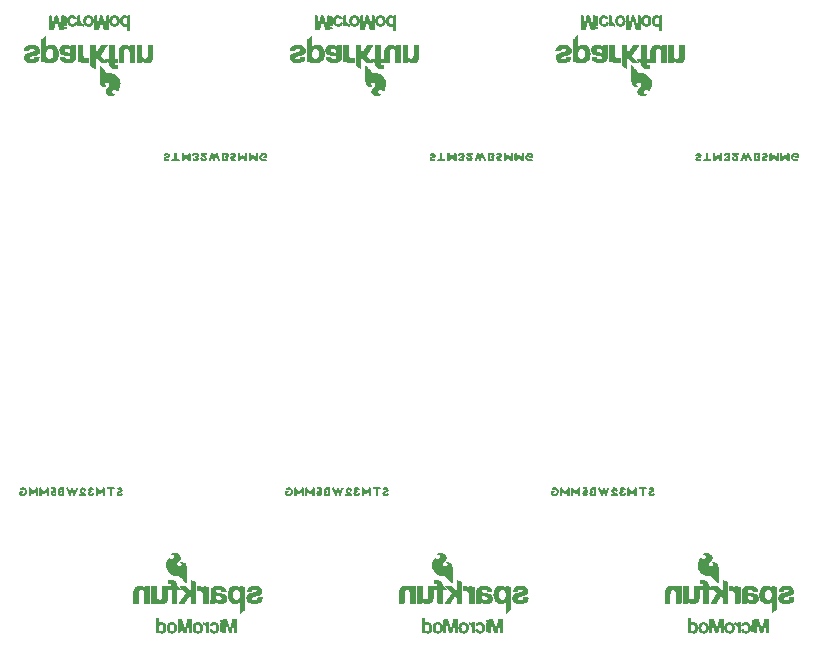
<source format=gbo>
G04 EAGLE Gerber RS-274X export*
G75*
%MOMM*%
%FSLAX34Y34*%
%LPD*%
%INSilkscreen Bottom*%
%IPPOS*%
%AMOC8*
5,1,8,0,0,1.08239X$1,22.5*%
G01*

G36*
X83436Y542468D02*
X83436Y542468D01*
X83520Y542479D01*
X84420Y542779D01*
X84425Y542783D01*
X84433Y542784D01*
X85233Y543084D01*
X85248Y543094D01*
X85269Y543100D01*
X85589Y543260D01*
X85869Y543400D01*
X85892Y543418D01*
X85928Y543436D01*
X86328Y543736D01*
X86343Y543754D01*
X86368Y543771D01*
X86468Y543871D01*
X86482Y543893D01*
X86502Y543909D01*
X86527Y543966D01*
X86560Y544018D01*
X86562Y544044D01*
X86573Y544068D01*
X86570Y544129D01*
X86576Y544191D01*
X86567Y544215D01*
X86566Y544241D01*
X86537Y544295D01*
X86515Y544353D01*
X86496Y544370D01*
X86483Y544393D01*
X86433Y544428D01*
X86388Y544470D01*
X86363Y544478D01*
X86342Y544493D01*
X86257Y544509D01*
X86221Y544520D01*
X86211Y544518D01*
X86199Y544520D01*
X85899Y544520D01*
X85863Y544512D01*
X85779Y544501D01*
X85538Y544420D01*
X85346Y544420D01*
X84992Y544509D01*
X84983Y544509D01*
X84974Y544513D01*
X84524Y544603D01*
X84200Y544765D01*
X83880Y545005D01*
X83744Y545209D01*
X83660Y545460D01*
X83648Y545480D01*
X83640Y545510D01*
X83552Y545686D01*
X83500Y545840D01*
X83560Y546020D01*
X83561Y546033D01*
X83568Y546048D01*
X83652Y546384D01*
X83816Y546629D01*
X83823Y546649D01*
X83840Y546670D01*
X84012Y547015D01*
X84242Y547245D01*
X84510Y547424D01*
X84517Y547431D01*
X84528Y547436D01*
X84919Y547729D01*
X85191Y547911D01*
X85776Y548203D01*
X85889Y548260D01*
X86438Y548260D01*
X86631Y548195D01*
X86780Y548096D01*
X86919Y547678D01*
X86919Y546940D01*
X86931Y546890D01*
X86933Y546838D01*
X86950Y546806D01*
X86959Y546771D01*
X86992Y546731D01*
X87016Y546686D01*
X87046Y546665D01*
X87069Y546638D01*
X87116Y546616D01*
X87159Y546587D01*
X87194Y546581D01*
X87227Y546567D01*
X87279Y546569D01*
X87330Y546561D01*
X87370Y546572D01*
X87400Y546573D01*
X87427Y546588D01*
X87469Y546600D01*
X87634Y546682D01*
X88269Y547000D01*
X88273Y547003D01*
X88384Y547087D01*
X89184Y547987D01*
X89199Y548015D01*
X89228Y548048D01*
X89928Y549248D01*
X89937Y549277D01*
X89958Y549312D01*
X90458Y550712D01*
X90460Y550737D01*
X90467Y550753D01*
X90467Y550755D01*
X90473Y550770D01*
X90773Y552370D01*
X90772Y552406D01*
X90779Y552461D01*
X90679Y554261D01*
X90670Y554293D01*
X90666Y554342D01*
X90166Y556142D01*
X90149Y556173D01*
X90132Y556225D01*
X89132Y558025D01*
X89115Y558043D01*
X89100Y558073D01*
X88400Y558973D01*
X88383Y558987D01*
X88368Y559009D01*
X87568Y559809D01*
X87559Y559815D01*
X87550Y559826D01*
X86750Y560526D01*
X86724Y560540D01*
X86695Y560566D01*
X85695Y561166D01*
X85670Y561174D01*
X85641Y561193D01*
X84641Y561593D01*
X84622Y561596D01*
X84599Y561607D01*
X83499Y561907D01*
X83482Y561907D01*
X83462Y561915D01*
X82262Y562115D01*
X82235Y562113D01*
X82199Y562120D01*
X80331Y562120D01*
X79833Y562203D01*
X79417Y562453D01*
X78467Y563213D01*
X77992Y563783D01*
X77979Y563793D01*
X77968Y563809D01*
X76691Y565087D01*
X76209Y565761D01*
X76189Y565779D01*
X76168Y565809D01*
X75581Y566397D01*
X75092Y566983D01*
X75079Y566993D01*
X75068Y567009D01*
X74587Y567490D01*
X74304Y567868D01*
X74286Y567883D01*
X74268Y567909D01*
X73995Y568182D01*
X73816Y568451D01*
X73796Y568469D01*
X73783Y568493D01*
X73734Y568528D01*
X73689Y568569D01*
X73664Y568577D01*
X73642Y568593D01*
X73560Y568609D01*
X73524Y568620D01*
X73513Y568618D01*
X73499Y568620D01*
X73399Y568620D01*
X73350Y568609D01*
X73299Y568607D01*
X73266Y568589D01*
X73231Y568581D01*
X73191Y568548D01*
X73147Y568524D01*
X73125Y568494D01*
X73097Y568471D01*
X73076Y568424D01*
X73047Y568382D01*
X73039Y568340D01*
X73026Y568312D01*
X73027Y568282D01*
X73019Y568240D01*
X73019Y555440D01*
X73023Y555422D01*
X73021Y555398D01*
X73221Y553598D01*
X73233Y553567D01*
X73239Y553520D01*
X73439Y552920D01*
X73451Y552900D01*
X73459Y552870D01*
X73759Y552270D01*
X73768Y552260D01*
X73773Y552244D01*
X74073Y551744D01*
X74088Y551730D01*
X74096Y551711D01*
X74173Y551641D01*
X74194Y551620D01*
X74199Y551618D01*
X74204Y551614D01*
X74687Y551324D01*
X75071Y551036D01*
X75106Y551021D01*
X75158Y550987D01*
X76158Y550587D01*
X76191Y550582D01*
X76237Y550565D01*
X76837Y550465D01*
X76864Y550467D01*
X76899Y550460D01*
X77699Y550460D01*
X77735Y550468D01*
X77792Y550471D01*
X78146Y550560D01*
X78299Y550560D01*
X78315Y550563D01*
X78330Y550561D01*
X78461Y550598D01*
X78468Y550599D01*
X78469Y550600D01*
X78669Y550700D01*
X78689Y550716D01*
X78712Y550725D01*
X78755Y550771D01*
X78803Y550811D01*
X78813Y550834D01*
X78830Y550852D01*
X78848Y550912D01*
X78873Y550969D01*
X78872Y550994D01*
X78879Y551018D01*
X78868Y551080D01*
X78866Y551142D01*
X78854Y551164D01*
X78849Y551189D01*
X78800Y551262D01*
X78782Y551294D01*
X78775Y551299D01*
X78768Y551309D01*
X78668Y551409D01*
X78636Y551429D01*
X78569Y551480D01*
X78169Y551680D01*
X78147Y551686D01*
X78120Y551701D01*
X77905Y551772D01*
X77595Y552082D01*
X77444Y552309D01*
X77380Y552502D01*
X77380Y552678D01*
X77452Y552894D01*
X77612Y553215D01*
X77842Y553445D01*
X78077Y553602D01*
X78508Y553774D01*
X78937Y553860D01*
X79653Y553860D01*
X80343Y553687D01*
X80839Y553356D01*
X81160Y552955D01*
X81319Y552478D01*
X81319Y551918D01*
X81074Y551345D01*
X80413Y550590D01*
X79615Y549693D01*
X79615Y549691D01*
X79613Y549690D01*
X78913Y548890D01*
X78898Y548861D01*
X78867Y548825D01*
X78367Y547925D01*
X78356Y547887D01*
X78328Y547823D01*
X78128Y546923D01*
X78129Y546889D01*
X78119Y546840D01*
X78119Y546040D01*
X78128Y546003D01*
X78139Y545920D01*
X78439Y545020D01*
X78459Y544986D01*
X78490Y544919D01*
X78990Y544219D01*
X79016Y544196D01*
X79047Y544156D01*
X79947Y543356D01*
X79977Y543339D01*
X80017Y543306D01*
X81117Y542706D01*
X81154Y542696D01*
X81231Y542666D01*
X82331Y542466D01*
X82360Y542467D01*
X82399Y542460D01*
X83399Y542460D01*
X83436Y542468D01*
G37*
G36*
X146640Y129891D02*
X146640Y129891D01*
X146691Y129893D01*
X146723Y129911D01*
X146759Y129919D01*
X146798Y129952D01*
X146843Y129976D01*
X146864Y130006D01*
X146892Y130029D01*
X146913Y130076D01*
X146943Y130118D01*
X146951Y130160D01*
X146963Y130188D01*
X146962Y130218D01*
X146970Y130260D01*
X146970Y143060D01*
X146966Y143078D01*
X146968Y143102D01*
X146768Y144902D01*
X146757Y144933D01*
X146751Y144980D01*
X146551Y145580D01*
X146538Y145600D01*
X146530Y145630D01*
X146230Y146230D01*
X146222Y146240D01*
X146216Y146256D01*
X145916Y146756D01*
X145902Y146770D01*
X145893Y146789D01*
X145816Y146859D01*
X145795Y146880D01*
X145790Y146882D01*
X145786Y146886D01*
X145302Y147176D01*
X144918Y147464D01*
X144883Y147479D01*
X144831Y147513D01*
X143831Y147913D01*
X143798Y147918D01*
X143753Y147935D01*
X143153Y148035D01*
X143126Y148033D01*
X143090Y148040D01*
X142290Y148040D01*
X142254Y148032D01*
X142198Y148029D01*
X141843Y147940D01*
X141690Y147940D01*
X141675Y147937D01*
X141660Y147939D01*
X141528Y147902D01*
X141521Y147901D01*
X141521Y147900D01*
X141520Y147900D01*
X141320Y147800D01*
X141301Y147784D01*
X141277Y147775D01*
X141235Y147729D01*
X141187Y147689D01*
X141177Y147667D01*
X141160Y147648D01*
X141142Y147588D01*
X141116Y147531D01*
X141118Y147506D01*
X141110Y147482D01*
X141121Y147420D01*
X141124Y147358D01*
X141136Y147336D01*
X141140Y147311D01*
X141189Y147238D01*
X141207Y147206D01*
X141215Y147201D01*
X141221Y147191D01*
X141321Y147091D01*
X141353Y147071D01*
X141420Y147020D01*
X141820Y146820D01*
X141843Y146814D01*
X141870Y146799D01*
X142085Y146728D01*
X142395Y146418D01*
X142545Y146192D01*
X142610Y145998D01*
X142610Y145822D01*
X142538Y145606D01*
X142378Y145285D01*
X142148Y145056D01*
X141912Y144898D01*
X141481Y144726D01*
X141052Y144640D01*
X140337Y144640D01*
X139646Y144813D01*
X139150Y145144D01*
X138829Y145545D01*
X138670Y146022D01*
X138670Y146582D01*
X138916Y147155D01*
X139576Y147909D01*
X140374Y148807D01*
X140375Y148809D01*
X140376Y148810D01*
X141076Y149610D01*
X141092Y149639D01*
X141122Y149675D01*
X141622Y150575D01*
X141633Y150613D01*
X141661Y150678D01*
X141861Y151578D01*
X141861Y151611D01*
X141870Y151660D01*
X141870Y152460D01*
X141862Y152497D01*
X141851Y152580D01*
X141551Y153480D01*
X141530Y153514D01*
X141499Y153581D01*
X140999Y154281D01*
X140973Y154304D01*
X140943Y154344D01*
X140043Y155144D01*
X140012Y155161D01*
X139972Y155194D01*
X138872Y155794D01*
X138836Y155804D01*
X138758Y155834D01*
X137658Y156034D01*
X137629Y156033D01*
X137590Y156040D01*
X136590Y156040D01*
X136553Y156032D01*
X136470Y156021D01*
X135570Y155721D01*
X135564Y155717D01*
X135557Y155716D01*
X134757Y155416D01*
X134742Y155406D01*
X134720Y155400D01*
X134554Y155317D01*
X134120Y155100D01*
X134098Y155082D01*
X134062Y155064D01*
X133662Y154764D01*
X133647Y154746D01*
X133621Y154729D01*
X133521Y154629D01*
X133508Y154607D01*
X133488Y154591D01*
X133462Y154534D01*
X133430Y154482D01*
X133427Y154456D01*
X133417Y154432D01*
X133419Y154371D01*
X133413Y154309D01*
X133422Y154285D01*
X133423Y154259D01*
X133453Y154205D01*
X133475Y154147D01*
X133494Y154130D01*
X133506Y154107D01*
X133557Y154072D01*
X133602Y154030D01*
X133627Y154022D01*
X133648Y154007D01*
X133732Y153991D01*
X133768Y153980D01*
X133778Y153982D01*
X133790Y153980D01*
X134090Y153980D01*
X134127Y153988D01*
X134210Y153999D01*
X134452Y154080D01*
X134643Y154080D01*
X134998Y153991D01*
X135006Y153991D01*
X135015Y153987D01*
X135466Y153897D01*
X135789Y153735D01*
X136110Y153495D01*
X136245Y153292D01*
X136329Y153040D01*
X136342Y153020D01*
X136350Y152990D01*
X136438Y152814D01*
X136489Y152660D01*
X136429Y152480D01*
X136428Y152467D01*
X136421Y152452D01*
X136337Y152116D01*
X136174Y151871D01*
X136166Y151851D01*
X136150Y151830D01*
X135978Y151485D01*
X135748Y151256D01*
X135479Y151076D01*
X135472Y151069D01*
X135462Y151064D01*
X135070Y150771D01*
X134799Y150590D01*
X134367Y150374D01*
X134100Y150240D01*
X133552Y150240D01*
X133359Y150305D01*
X133210Y150404D01*
X133070Y150822D01*
X133070Y151560D01*
X133058Y151610D01*
X133058Y151632D01*
X133057Y151655D01*
X133056Y151662D01*
X133039Y151694D01*
X133031Y151729D01*
X132998Y151769D01*
X132973Y151814D01*
X132943Y151835D01*
X132921Y151862D01*
X132873Y151884D01*
X132831Y151913D01*
X132795Y151919D01*
X132762Y151933D01*
X132711Y151931D01*
X132660Y151939D01*
X132619Y151928D01*
X132589Y151927D01*
X132562Y151912D01*
X132520Y151900D01*
X132509Y151895D01*
X131749Y151515D01*
X131749Y151514D01*
X131720Y151500D01*
X131716Y151497D01*
X131606Y151413D01*
X130806Y150513D01*
X130791Y150485D01*
X130762Y150452D01*
X130062Y149252D01*
X130053Y149223D01*
X130032Y149188D01*
X129532Y147788D01*
X129529Y147762D01*
X129516Y147730D01*
X129216Y146130D01*
X129218Y146094D01*
X129210Y146039D01*
X129310Y144239D01*
X129320Y144207D01*
X129324Y144158D01*
X129824Y142358D01*
X129841Y142327D01*
X129858Y142275D01*
X130858Y140475D01*
X130875Y140457D01*
X130890Y140427D01*
X131590Y139527D01*
X131597Y139521D01*
X131601Y139513D01*
X131611Y139507D01*
X131621Y139491D01*
X132421Y138691D01*
X132431Y138685D01*
X132440Y138674D01*
X133240Y137974D01*
X133265Y137960D01*
X133294Y137934D01*
X134294Y137334D01*
X134319Y137326D01*
X134349Y137307D01*
X135349Y136907D01*
X135368Y136904D01*
X135390Y136893D01*
X136490Y136593D01*
X136507Y136593D01*
X136528Y136585D01*
X137728Y136385D01*
X137754Y136387D01*
X137790Y136380D01*
X139659Y136380D01*
X140156Y136297D01*
X140572Y136047D01*
X141522Y135287D01*
X141998Y134717D01*
X142010Y134707D01*
X142021Y134691D01*
X143299Y133414D01*
X143781Y132739D01*
X143801Y132721D01*
X143821Y132691D01*
X144409Y132103D01*
X144898Y131517D01*
X144910Y131507D01*
X144921Y131491D01*
X145402Y131010D01*
X145686Y130632D01*
X145704Y130617D01*
X145721Y130591D01*
X145995Y130318D01*
X146174Y130049D01*
X146193Y130031D01*
X146206Y130007D01*
X146256Y129972D01*
X146300Y129931D01*
X146326Y129923D01*
X146348Y129907D01*
X146429Y129892D01*
X146466Y129881D01*
X146477Y129882D01*
X146490Y129880D01*
X146590Y129880D01*
X146640Y129891D01*
G37*
G36*
X371734Y129891D02*
X371734Y129891D01*
X371786Y129893D01*
X371818Y129911D01*
X371854Y129919D01*
X371893Y129952D01*
X371938Y129976D01*
X371959Y130006D01*
X371987Y130029D01*
X372008Y130076D01*
X372037Y130118D01*
X372046Y130160D01*
X372058Y130188D01*
X372057Y130218D01*
X372065Y130260D01*
X372065Y143060D01*
X372061Y143078D01*
X372063Y143102D01*
X371863Y144902D01*
X371852Y144933D01*
X371846Y144980D01*
X371646Y145580D01*
X371633Y145600D01*
X371625Y145630D01*
X371325Y146230D01*
X371316Y146240D01*
X371311Y146256D01*
X371011Y146756D01*
X370997Y146770D01*
X370988Y146789D01*
X370911Y146859D01*
X370890Y146880D01*
X370885Y146882D01*
X370880Y146886D01*
X370397Y147176D01*
X370013Y147464D01*
X369978Y147479D01*
X369926Y147513D01*
X368926Y147913D01*
X368893Y147918D01*
X368847Y147935D01*
X368247Y148035D01*
X368220Y148033D01*
X368185Y148040D01*
X367385Y148040D01*
X367349Y148032D01*
X367293Y148029D01*
X366938Y147940D01*
X366785Y147940D01*
X366770Y147937D01*
X366754Y147939D01*
X366623Y147902D01*
X366616Y147901D01*
X366616Y147900D01*
X366615Y147900D01*
X366415Y147800D01*
X366396Y147784D01*
X366372Y147775D01*
X366330Y147729D01*
X366282Y147689D01*
X366271Y147667D01*
X366254Y147648D01*
X366237Y147588D01*
X366211Y147531D01*
X366212Y147506D01*
X366205Y147482D01*
X366216Y147420D01*
X366219Y147358D01*
X366231Y147336D01*
X366235Y147311D01*
X366284Y147238D01*
X366302Y147206D01*
X366310Y147201D01*
X366316Y147191D01*
X366416Y147091D01*
X366448Y147071D01*
X366515Y147020D01*
X366915Y146820D01*
X366938Y146814D01*
X366965Y146799D01*
X367179Y146728D01*
X367489Y146418D01*
X367640Y146192D01*
X367705Y145998D01*
X367705Y145822D01*
X367633Y145606D01*
X367472Y145285D01*
X367243Y145056D01*
X367007Y144898D01*
X366576Y144726D01*
X366147Y144640D01*
X365432Y144640D01*
X364741Y144813D01*
X364245Y145144D01*
X363924Y145545D01*
X363765Y146022D01*
X363765Y146582D01*
X364011Y147155D01*
X364671Y147909D01*
X365469Y148807D01*
X365470Y148809D01*
X365471Y148810D01*
X366171Y149610D01*
X366187Y149639D01*
X366217Y149675D01*
X366717Y150575D01*
X366728Y150613D01*
X366756Y150678D01*
X366956Y151578D01*
X366956Y151611D01*
X366965Y151660D01*
X366965Y152460D01*
X366957Y152497D01*
X366946Y152580D01*
X366646Y153480D01*
X366625Y153514D01*
X366594Y153581D01*
X366094Y154281D01*
X366068Y154304D01*
X366037Y154344D01*
X365137Y155144D01*
X365107Y155161D01*
X365067Y155194D01*
X363967Y155794D01*
X363930Y155804D01*
X363853Y155834D01*
X362753Y156034D01*
X362724Y156033D01*
X362685Y156040D01*
X361685Y156040D01*
X361648Y156032D01*
X361565Y156021D01*
X360665Y155721D01*
X360659Y155717D01*
X360651Y155716D01*
X359851Y155416D01*
X359837Y155406D01*
X359815Y155400D01*
X359649Y155317D01*
X359648Y155317D01*
X359215Y155100D01*
X359192Y155082D01*
X359157Y155064D01*
X358757Y154764D01*
X358742Y154746D01*
X358716Y154729D01*
X358616Y154629D01*
X358602Y154607D01*
X358582Y154591D01*
X358557Y154534D01*
X358525Y154482D01*
X358522Y154456D01*
X358512Y154432D01*
X358514Y154371D01*
X358508Y154309D01*
X358517Y154285D01*
X358518Y154259D01*
X358548Y154205D01*
X358570Y154147D01*
X358589Y154130D01*
X358601Y154107D01*
X358651Y154072D01*
X358697Y154030D01*
X358722Y154022D01*
X358743Y154007D01*
X358827Y153991D01*
X358863Y153980D01*
X358873Y153982D01*
X358885Y153980D01*
X359185Y153980D01*
X359221Y153988D01*
X359305Y153999D01*
X359547Y154080D01*
X359738Y154080D01*
X360093Y153991D01*
X360101Y153991D01*
X360110Y153987D01*
X360560Y153897D01*
X360884Y153735D01*
X361205Y153495D01*
X361340Y153292D01*
X361424Y153040D01*
X361436Y153020D01*
X361445Y152990D01*
X361533Y152814D01*
X361584Y152660D01*
X361524Y152480D01*
X361523Y152467D01*
X361516Y152452D01*
X361432Y152116D01*
X361268Y151871D01*
X361261Y151851D01*
X361245Y151830D01*
X361072Y151485D01*
X360843Y151256D01*
X360574Y151076D01*
X360567Y151069D01*
X360557Y151064D01*
X360165Y150771D01*
X359894Y150590D01*
X359462Y150374D01*
X359195Y150240D01*
X358647Y150240D01*
X358453Y150305D01*
X358304Y150404D01*
X358165Y150822D01*
X358165Y151560D01*
X358153Y151610D01*
X358152Y151632D01*
X358152Y151655D01*
X358151Y151655D01*
X358151Y151662D01*
X358134Y151694D01*
X358126Y151729D01*
X358093Y151769D01*
X358068Y151814D01*
X358038Y151835D01*
X358015Y151862D01*
X357968Y151884D01*
X357926Y151913D01*
X357890Y151919D01*
X357857Y151933D01*
X357806Y151931D01*
X357754Y151939D01*
X357714Y151928D01*
X357684Y151927D01*
X357657Y151912D01*
X357615Y151900D01*
X357604Y151895D01*
X356844Y151515D01*
X356843Y151514D01*
X356815Y151500D01*
X356811Y151497D01*
X356701Y151413D01*
X355901Y150513D01*
X355886Y150485D01*
X355856Y150452D01*
X355156Y149252D01*
X355148Y149223D01*
X355127Y149188D01*
X354627Y147788D01*
X354624Y147762D01*
X354611Y147730D01*
X354311Y146130D01*
X354313Y146094D01*
X354305Y146039D01*
X354405Y144239D01*
X354415Y144207D01*
X354418Y144158D01*
X354918Y142358D01*
X354936Y142327D01*
X354952Y142275D01*
X355952Y140475D01*
X355969Y140457D01*
X355985Y140427D01*
X356685Y139527D01*
X356692Y139521D01*
X356696Y139513D01*
X356705Y139507D01*
X356716Y139491D01*
X357516Y138691D01*
X357526Y138685D01*
X357534Y138674D01*
X358334Y137974D01*
X358360Y137960D01*
X358389Y137934D01*
X359389Y137334D01*
X359414Y137326D01*
X359444Y137307D01*
X360444Y136907D01*
X360463Y136904D01*
X360485Y136893D01*
X361585Y136593D01*
X361602Y136593D01*
X361622Y136585D01*
X362822Y136385D01*
X362849Y136387D01*
X362885Y136380D01*
X364753Y136380D01*
X365251Y136297D01*
X365667Y136047D01*
X366617Y135287D01*
X367093Y134717D01*
X367105Y134707D01*
X367116Y134691D01*
X368394Y133414D01*
X368875Y132739D01*
X368896Y132721D01*
X368916Y132691D01*
X369504Y132103D01*
X369993Y131517D01*
X370005Y131507D01*
X370016Y131491D01*
X370497Y131010D01*
X370781Y130632D01*
X370799Y130617D01*
X370816Y130591D01*
X371089Y130318D01*
X371268Y130049D01*
X371288Y130031D01*
X371301Y130007D01*
X371350Y129972D01*
X371395Y129931D01*
X371421Y129923D01*
X371443Y129907D01*
X371524Y129892D01*
X371561Y129881D01*
X371572Y129882D01*
X371585Y129880D01*
X371685Y129880D01*
X371734Y129891D01*
G37*
G36*
X308556Y542468D02*
X308556Y542468D01*
X308640Y542479D01*
X309540Y542779D01*
X309545Y542783D01*
X309553Y542784D01*
X310353Y543084D01*
X310368Y543094D01*
X310390Y543100D01*
X310709Y543260D01*
X310990Y543400D01*
X311012Y543418D01*
X311048Y543436D01*
X311448Y543736D01*
X311463Y543754D01*
X311488Y543771D01*
X311588Y543871D01*
X311602Y543893D01*
X311622Y543909D01*
X311647Y543966D01*
X311680Y544018D01*
X311682Y544044D01*
X311693Y544068D01*
X311691Y544129D01*
X311696Y544191D01*
X311687Y544215D01*
X311686Y544241D01*
X311657Y544295D01*
X311635Y544353D01*
X311616Y544370D01*
X311604Y544393D01*
X311553Y544428D01*
X311508Y544470D01*
X311483Y544478D01*
X311462Y544493D01*
X311377Y544509D01*
X311342Y544520D01*
X311332Y544518D01*
X311320Y544520D01*
X311020Y544520D01*
X310983Y544512D01*
X310899Y544501D01*
X310658Y544420D01*
X310466Y544420D01*
X310112Y544509D01*
X310104Y544509D01*
X310094Y544513D01*
X309644Y544603D01*
X309320Y544765D01*
X309000Y545005D01*
X308864Y545209D01*
X308780Y545460D01*
X308768Y545480D01*
X308760Y545510D01*
X308672Y545686D01*
X308620Y545840D01*
X308680Y546020D01*
X308682Y546033D01*
X308689Y546048D01*
X308773Y546384D01*
X308936Y546629D01*
X308943Y546649D01*
X308960Y546670D01*
X309132Y547015D01*
X309362Y547245D01*
X309631Y547424D01*
X309637Y547431D01*
X309648Y547436D01*
X310039Y547729D01*
X310311Y547911D01*
X310896Y548203D01*
X311009Y548260D01*
X311558Y548260D01*
X311751Y548195D01*
X311900Y548096D01*
X312039Y547678D01*
X312039Y546940D01*
X312051Y546890D01*
X312053Y546838D01*
X312071Y546806D01*
X312079Y546771D01*
X312112Y546731D01*
X312137Y546686D01*
X312166Y546665D01*
X312189Y546638D01*
X312236Y546616D01*
X312279Y546587D01*
X312314Y546581D01*
X312347Y546567D01*
X312399Y546569D01*
X312450Y546561D01*
X312490Y546572D01*
X312520Y546573D01*
X312548Y546588D01*
X312590Y546600D01*
X312754Y546682D01*
X313390Y547000D01*
X313394Y547003D01*
X313504Y547087D01*
X314304Y547987D01*
X314319Y548015D01*
X314348Y548048D01*
X315048Y549248D01*
X315057Y549277D01*
X315078Y549312D01*
X315578Y550712D01*
X315581Y550737D01*
X315588Y550753D01*
X315588Y550755D01*
X315593Y550770D01*
X315893Y552370D01*
X315892Y552406D01*
X315899Y552461D01*
X315799Y554261D01*
X315790Y554293D01*
X315786Y554342D01*
X315286Y556142D01*
X315269Y556173D01*
X315252Y556225D01*
X314252Y558025D01*
X314235Y558043D01*
X314220Y558073D01*
X313520Y558973D01*
X313504Y558987D01*
X313488Y559009D01*
X312688Y559809D01*
X312679Y559815D01*
X312670Y559826D01*
X311870Y560526D01*
X311845Y560540D01*
X311815Y560566D01*
X310815Y561166D01*
X310790Y561174D01*
X310761Y561193D01*
X309761Y561593D01*
X309742Y561596D01*
X309720Y561607D01*
X308620Y561907D01*
X308602Y561907D01*
X308582Y561915D01*
X307382Y562115D01*
X307355Y562113D01*
X307320Y562120D01*
X305451Y562120D01*
X304953Y562203D01*
X304537Y562453D01*
X303587Y563213D01*
X303112Y563783D01*
X303099Y563793D01*
X303088Y563809D01*
X301811Y565087D01*
X301329Y565761D01*
X301309Y565779D01*
X301288Y565809D01*
X300701Y566397D01*
X300212Y566983D01*
X300199Y566993D01*
X300188Y567009D01*
X299708Y567490D01*
X299424Y567868D01*
X299406Y567883D01*
X299388Y567909D01*
X299115Y568182D01*
X298936Y568451D01*
X298916Y568469D01*
X298904Y568493D01*
X298854Y568528D01*
X298810Y568569D01*
X298784Y568577D01*
X298762Y568593D01*
X298680Y568609D01*
X298644Y568620D01*
X298633Y568618D01*
X298620Y568620D01*
X298520Y568620D01*
X298470Y568609D01*
X298419Y568607D01*
X298387Y568589D01*
X298351Y568581D01*
X298311Y568548D01*
X298267Y568524D01*
X298246Y568494D01*
X298217Y568471D01*
X298196Y568424D01*
X298167Y568382D01*
X298159Y568340D01*
X298146Y568312D01*
X298147Y568282D01*
X298139Y568240D01*
X298139Y555440D01*
X298144Y555422D01*
X298142Y555398D01*
X298342Y553598D01*
X298353Y553567D01*
X298359Y553520D01*
X298559Y552920D01*
X298571Y552900D01*
X298580Y552870D01*
X298880Y552270D01*
X298888Y552260D01*
X298894Y552244D01*
X299194Y551744D01*
X299208Y551730D01*
X299216Y551711D01*
X299294Y551641D01*
X299314Y551620D01*
X299319Y551618D01*
X299324Y551614D01*
X299807Y551324D01*
X300191Y551036D01*
X300226Y551021D01*
X300278Y550987D01*
X301278Y550587D01*
X301312Y550582D01*
X301357Y550565D01*
X301957Y550465D01*
X301984Y550467D01*
X302020Y550460D01*
X302820Y550460D01*
X302855Y550468D01*
X302912Y550471D01*
X303266Y550560D01*
X303420Y550560D01*
X303435Y550563D01*
X303450Y550561D01*
X303581Y550598D01*
X303588Y550599D01*
X303589Y550600D01*
X303590Y550600D01*
X303790Y550700D01*
X303809Y550716D01*
X303832Y550725D01*
X303875Y550771D01*
X303923Y550811D01*
X303933Y550834D01*
X303950Y550852D01*
X303968Y550912D01*
X303993Y550969D01*
X303992Y550994D01*
X303999Y551018D01*
X303989Y551080D01*
X303986Y551142D01*
X303974Y551164D01*
X303970Y551189D01*
X303920Y551262D01*
X303903Y551294D01*
X303895Y551299D01*
X303888Y551309D01*
X303788Y551409D01*
X303756Y551429D01*
X303690Y551480D01*
X303290Y551680D01*
X303267Y551686D01*
X303240Y551701D01*
X303025Y551772D01*
X302715Y552082D01*
X302564Y552309D01*
X302500Y552502D01*
X302500Y552678D01*
X302572Y552894D01*
X302732Y553215D01*
X302962Y553445D01*
X303198Y553602D01*
X303628Y553774D01*
X304057Y553860D01*
X304773Y553860D01*
X305464Y553687D01*
X305960Y553356D01*
X306280Y552955D01*
X306439Y552478D01*
X306439Y551918D01*
X306194Y551345D01*
X305533Y550590D01*
X304735Y549693D01*
X304735Y549691D01*
X304733Y549690D01*
X304033Y548890D01*
X304018Y548861D01*
X303987Y548825D01*
X303487Y547925D01*
X303476Y547887D01*
X303448Y547823D01*
X303248Y546923D01*
X303249Y546889D01*
X303239Y546840D01*
X303239Y546040D01*
X303248Y546003D01*
X303259Y545920D01*
X303559Y545020D01*
X303579Y544986D01*
X303610Y544919D01*
X304110Y544219D01*
X304136Y544196D01*
X304167Y544156D01*
X305067Y543356D01*
X305098Y543339D01*
X305138Y543306D01*
X306238Y542706D01*
X306274Y542696D01*
X306352Y542666D01*
X307452Y542466D01*
X307481Y542467D01*
X307520Y542460D01*
X308520Y542460D01*
X308556Y542468D01*
G37*
G36*
X533651Y542468D02*
X533651Y542468D01*
X533735Y542479D01*
X534635Y542779D01*
X534640Y542783D01*
X534648Y542784D01*
X535448Y543084D01*
X535463Y543094D01*
X535484Y543100D01*
X535804Y543260D01*
X536084Y543400D01*
X536107Y543418D01*
X536143Y543436D01*
X536543Y543736D01*
X536558Y543754D01*
X536583Y543771D01*
X536683Y543871D01*
X536697Y543893D01*
X536717Y543909D01*
X536742Y543966D01*
X536775Y544018D01*
X536777Y544044D01*
X536788Y544068D01*
X536785Y544129D01*
X536791Y544191D01*
X536782Y544215D01*
X536781Y544241D01*
X536752Y544295D01*
X536730Y544353D01*
X536711Y544370D01*
X536698Y544393D01*
X536648Y544428D01*
X536603Y544470D01*
X536578Y544478D01*
X536557Y544493D01*
X536472Y544509D01*
X536436Y544520D01*
X536426Y544518D01*
X536414Y544520D01*
X536114Y544520D01*
X536078Y544512D01*
X535994Y544501D01*
X535753Y544420D01*
X535561Y544420D01*
X535207Y544509D01*
X535198Y544509D01*
X535189Y544513D01*
X534739Y544603D01*
X534415Y544765D01*
X534095Y545005D01*
X533959Y545209D01*
X533875Y545460D01*
X533863Y545480D01*
X533855Y545510D01*
X533767Y545686D01*
X533715Y545840D01*
X533775Y546020D01*
X533776Y546033D01*
X533783Y546048D01*
X533867Y546384D01*
X534031Y546629D01*
X534038Y546649D01*
X534055Y546670D01*
X534227Y547015D01*
X534457Y547245D01*
X534725Y547424D01*
X534732Y547431D01*
X534743Y547436D01*
X535134Y547729D01*
X535406Y547911D01*
X535991Y548203D01*
X536104Y548260D01*
X536653Y548260D01*
X536846Y548195D01*
X536995Y548096D01*
X537134Y547678D01*
X537134Y546940D01*
X537146Y546890D01*
X537148Y546838D01*
X537165Y546806D01*
X537174Y546771D01*
X537207Y546731D01*
X537231Y546686D01*
X537261Y546665D01*
X537284Y546638D01*
X537331Y546616D01*
X537374Y546587D01*
X537409Y546581D01*
X537442Y546567D01*
X537494Y546569D01*
X537545Y546561D01*
X537585Y546572D01*
X537615Y546573D01*
X537642Y546588D01*
X537684Y546600D01*
X537849Y546682D01*
X538484Y547000D01*
X538488Y547003D01*
X538599Y547087D01*
X539399Y547987D01*
X539414Y548015D01*
X539443Y548048D01*
X540143Y549248D01*
X540152Y549277D01*
X540173Y549312D01*
X540673Y550712D01*
X540675Y550737D01*
X540682Y550753D01*
X540682Y550755D01*
X540688Y550770D01*
X540988Y552370D01*
X540987Y552406D01*
X540994Y552461D01*
X540894Y554261D01*
X540885Y554293D01*
X540881Y554342D01*
X540381Y556142D01*
X540364Y556173D01*
X540347Y556225D01*
X539347Y558025D01*
X539330Y558043D01*
X539315Y558073D01*
X538615Y558973D01*
X538598Y558987D01*
X538583Y559009D01*
X537783Y559809D01*
X537774Y559815D01*
X537765Y559826D01*
X536965Y560526D01*
X536939Y560540D01*
X536910Y560566D01*
X535910Y561166D01*
X535885Y561174D01*
X535856Y561193D01*
X534856Y561593D01*
X534837Y561596D01*
X534814Y561607D01*
X533714Y561907D01*
X533697Y561907D01*
X533677Y561915D01*
X532477Y562115D01*
X532450Y562113D01*
X532414Y562120D01*
X530546Y562120D01*
X530048Y562203D01*
X529632Y562453D01*
X528682Y563213D01*
X528207Y563783D01*
X528194Y563793D01*
X528183Y563809D01*
X526906Y565087D01*
X526424Y565761D01*
X526404Y565779D01*
X526383Y565809D01*
X525796Y566397D01*
X525307Y566983D01*
X525294Y566993D01*
X525283Y567009D01*
X524802Y567490D01*
X524519Y567868D01*
X524501Y567883D01*
X524483Y567909D01*
X524210Y568182D01*
X524031Y568451D01*
X524011Y568469D01*
X523998Y568493D01*
X523949Y568528D01*
X523904Y568569D01*
X523879Y568577D01*
X523857Y568593D01*
X523775Y568609D01*
X523739Y568620D01*
X523728Y568618D01*
X523714Y568620D01*
X523614Y568620D01*
X523565Y568609D01*
X523514Y568607D01*
X523481Y568589D01*
X523446Y568581D01*
X523406Y568548D01*
X523362Y568524D01*
X523340Y568494D01*
X523312Y568471D01*
X523291Y568424D01*
X523262Y568382D01*
X523254Y568340D01*
X523241Y568312D01*
X523242Y568282D01*
X523234Y568240D01*
X523234Y555440D01*
X523238Y555422D01*
X523236Y555398D01*
X523436Y553598D01*
X523448Y553567D01*
X523454Y553520D01*
X523654Y552920D01*
X523666Y552900D01*
X523674Y552870D01*
X523974Y552270D01*
X523983Y552260D01*
X523988Y552244D01*
X524288Y551744D01*
X524303Y551730D01*
X524311Y551711D01*
X524388Y551641D01*
X524409Y551620D01*
X524414Y551618D01*
X524419Y551614D01*
X524902Y551324D01*
X525286Y551036D01*
X525321Y551021D01*
X525373Y550987D01*
X526373Y550587D01*
X526406Y550582D01*
X526452Y550565D01*
X527052Y550465D01*
X527079Y550467D01*
X527114Y550460D01*
X527914Y550460D01*
X527950Y550468D01*
X528007Y550471D01*
X528361Y550560D01*
X528514Y550560D01*
X528530Y550563D01*
X528545Y550561D01*
X528676Y550598D01*
X528683Y550599D01*
X528684Y550600D01*
X528884Y550700D01*
X528904Y550716D01*
X528927Y550725D01*
X528970Y550771D01*
X529018Y550811D01*
X529028Y550834D01*
X529045Y550852D01*
X529063Y550912D01*
X529088Y550969D01*
X529087Y550994D01*
X529094Y551018D01*
X529083Y551080D01*
X529081Y551142D01*
X529069Y551164D01*
X529064Y551189D01*
X529015Y551262D01*
X528997Y551294D01*
X528990Y551299D01*
X528983Y551309D01*
X528883Y551409D01*
X528851Y551429D01*
X528784Y551480D01*
X528384Y551680D01*
X528362Y551686D01*
X528335Y551701D01*
X528120Y551772D01*
X527810Y552082D01*
X527659Y552309D01*
X527595Y552502D01*
X527595Y552678D01*
X527667Y552894D01*
X527827Y553215D01*
X528057Y553445D01*
X528292Y553602D01*
X528723Y553774D01*
X529152Y553860D01*
X529868Y553860D01*
X530558Y553687D01*
X531054Y553356D01*
X531375Y552955D01*
X531534Y552478D01*
X531534Y551918D01*
X531289Y551345D01*
X530628Y550590D01*
X529830Y549693D01*
X529830Y549691D01*
X529828Y549690D01*
X529128Y548890D01*
X529113Y548861D01*
X529082Y548825D01*
X528582Y547925D01*
X528571Y547887D01*
X528543Y547823D01*
X528343Y546923D01*
X528344Y546889D01*
X528334Y546840D01*
X528334Y546040D01*
X528343Y546003D01*
X528354Y545920D01*
X528654Y545020D01*
X528674Y544986D01*
X528705Y544919D01*
X529205Y544219D01*
X529231Y544196D01*
X529262Y544156D01*
X530162Y543356D01*
X530192Y543339D01*
X530232Y543306D01*
X531332Y542706D01*
X531369Y542696D01*
X531446Y542666D01*
X532546Y542466D01*
X532575Y542467D01*
X532614Y542460D01*
X533614Y542460D01*
X533651Y542468D01*
G37*
G36*
X596829Y129891D02*
X596829Y129891D01*
X596880Y129893D01*
X596913Y129911D01*
X596948Y129919D01*
X596988Y129952D01*
X597033Y129976D01*
X597054Y130006D01*
X597082Y130029D01*
X597103Y130076D01*
X597132Y130118D01*
X597140Y130160D01*
X597153Y130188D01*
X597152Y130218D01*
X597160Y130260D01*
X597160Y143060D01*
X597156Y143078D01*
X597158Y143102D01*
X596958Y144902D01*
X596947Y144933D01*
X596940Y144980D01*
X596740Y145580D01*
X596728Y145600D01*
X596720Y145630D01*
X596420Y146230D01*
X596411Y146240D01*
X596406Y146256D01*
X596106Y146756D01*
X596091Y146770D01*
X596083Y146789D01*
X596006Y146859D01*
X595985Y146880D01*
X595980Y146882D01*
X595975Y146886D01*
X595492Y147176D01*
X595108Y147464D01*
X595073Y147479D01*
X595021Y147513D01*
X594021Y147913D01*
X593988Y147918D01*
X593942Y147935D01*
X593342Y148035D01*
X593315Y148033D01*
X593280Y148040D01*
X592480Y148040D01*
X592444Y148032D01*
X592387Y148029D01*
X592033Y147940D01*
X591880Y147940D01*
X591864Y147937D01*
X591849Y147939D01*
X591718Y147902D01*
X591711Y147901D01*
X591710Y147900D01*
X591510Y147800D01*
X591490Y147784D01*
X591467Y147775D01*
X591424Y147729D01*
X591376Y147689D01*
X591366Y147667D01*
X591349Y147648D01*
X591331Y147588D01*
X591306Y147531D01*
X591307Y147506D01*
X591300Y147482D01*
X591311Y147420D01*
X591313Y147358D01*
X591325Y147336D01*
X591330Y147311D01*
X591379Y147238D01*
X591397Y147206D01*
X591404Y147201D01*
X591411Y147191D01*
X591511Y147091D01*
X591543Y147071D01*
X591610Y147020D01*
X592010Y146820D01*
X592032Y146814D01*
X592059Y146799D01*
X592274Y146728D01*
X592584Y146418D01*
X592735Y146192D01*
X592799Y145998D01*
X592799Y145822D01*
X592727Y145606D01*
X592567Y145285D01*
X592337Y145056D01*
X592102Y144898D01*
X591671Y144726D01*
X591242Y144640D01*
X590526Y144640D01*
X589836Y144813D01*
X589340Y145144D01*
X589019Y145545D01*
X588860Y146022D01*
X588860Y146582D01*
X589105Y147155D01*
X589766Y147909D01*
X590564Y148807D01*
X590564Y148809D01*
X590566Y148810D01*
X591266Y149610D01*
X591281Y149639D01*
X591312Y149675D01*
X591812Y150575D01*
X591823Y150613D01*
X591851Y150678D01*
X592051Y151578D01*
X592050Y151611D01*
X592060Y151660D01*
X592060Y152460D01*
X592051Y152497D01*
X592040Y152580D01*
X591740Y153480D01*
X591720Y153514D01*
X591689Y153581D01*
X591189Y154281D01*
X591163Y154304D01*
X591132Y154344D01*
X590232Y155144D01*
X590202Y155161D01*
X590162Y155194D01*
X589062Y155794D01*
X589025Y155804D01*
X588948Y155834D01*
X587848Y156034D01*
X587819Y156033D01*
X587780Y156040D01*
X586780Y156040D01*
X586743Y156032D01*
X586659Y156021D01*
X585759Y155721D01*
X585754Y155717D01*
X585746Y155716D01*
X584946Y155416D01*
X584931Y155406D01*
X584910Y155400D01*
X584743Y155317D01*
X584310Y155100D01*
X584287Y155082D01*
X584251Y155064D01*
X583851Y154764D01*
X583836Y154746D01*
X583811Y154729D01*
X583711Y154629D01*
X583697Y154607D01*
X583677Y154591D01*
X583652Y154534D01*
X583619Y154482D01*
X583617Y154456D01*
X583606Y154432D01*
X583609Y154371D01*
X583603Y154309D01*
X583612Y154285D01*
X583613Y154259D01*
X583642Y154205D01*
X583664Y154147D01*
X583683Y154130D01*
X583696Y154107D01*
X583746Y154072D01*
X583792Y154030D01*
X583816Y154022D01*
X583837Y154007D01*
X583922Y153991D01*
X583958Y153980D01*
X583968Y153982D01*
X583980Y153980D01*
X584280Y153980D01*
X584316Y153988D01*
X584400Y153999D01*
X584641Y154080D01*
X584833Y154080D01*
X585187Y153991D01*
X585196Y153991D01*
X585205Y153987D01*
X585655Y153897D01*
X585979Y153735D01*
X586299Y153495D01*
X586435Y153292D01*
X586519Y153040D01*
X586531Y153020D01*
X586540Y152990D01*
X586627Y152814D01*
X586679Y152660D01*
X586619Y152480D01*
X586618Y152467D01*
X586611Y152452D01*
X586527Y152116D01*
X586363Y151871D01*
X586356Y151851D01*
X586340Y151830D01*
X586167Y151485D01*
X585937Y151256D01*
X585669Y151076D01*
X585662Y151069D01*
X585651Y151064D01*
X585260Y150771D01*
X584988Y150590D01*
X584557Y150374D01*
X584290Y150240D01*
X583741Y150240D01*
X583548Y150305D01*
X583399Y150404D01*
X583260Y150822D01*
X583260Y151560D01*
X583248Y151610D01*
X583247Y151632D01*
X583246Y151655D01*
X583246Y151662D01*
X583229Y151694D01*
X583220Y151729D01*
X583187Y151769D01*
X583163Y151814D01*
X583133Y151835D01*
X583110Y151862D01*
X583063Y151884D01*
X583020Y151913D01*
X582985Y151919D01*
X582952Y151933D01*
X582900Y151931D01*
X582849Y151939D01*
X582809Y151928D01*
X582779Y151927D01*
X582752Y151912D01*
X582710Y151900D01*
X582699Y151895D01*
X581938Y151515D01*
X581938Y151514D01*
X581910Y151500D01*
X581906Y151497D01*
X581795Y151413D01*
X580995Y150513D01*
X580980Y150485D01*
X580951Y150452D01*
X580251Y149252D01*
X580242Y149223D01*
X580222Y149188D01*
X579722Y147788D01*
X579719Y147762D01*
X579706Y147730D01*
X579406Y146130D01*
X579407Y146094D01*
X579400Y146039D01*
X579500Y144239D01*
X579509Y144207D01*
X579513Y144158D01*
X580013Y142358D01*
X580030Y142327D01*
X580047Y142275D01*
X581047Y140475D01*
X581064Y140457D01*
X581079Y140427D01*
X581779Y139527D01*
X581787Y139521D01*
X581791Y139513D01*
X581800Y139507D01*
X581811Y139491D01*
X582611Y138691D01*
X582620Y138685D01*
X582629Y138674D01*
X583429Y137974D01*
X583455Y137960D01*
X583484Y137934D01*
X584484Y137334D01*
X584509Y137326D01*
X584538Y137307D01*
X585538Y136907D01*
X585557Y136904D01*
X585580Y136893D01*
X586680Y136593D01*
X586697Y136593D01*
X586717Y136585D01*
X587917Y136385D01*
X587944Y136387D01*
X587980Y136380D01*
X589848Y136380D01*
X590346Y136297D01*
X590762Y136047D01*
X591712Y135287D01*
X592187Y134717D01*
X592200Y134707D01*
X592211Y134691D01*
X593488Y133414D01*
X593970Y132739D01*
X593990Y132721D01*
X594011Y132691D01*
X594598Y132103D01*
X595087Y131517D01*
X595100Y131507D01*
X595111Y131491D01*
X595592Y131010D01*
X595875Y130632D01*
X595893Y130617D01*
X595911Y130591D01*
X596184Y130318D01*
X596363Y130049D01*
X596383Y130031D01*
X596396Y130007D01*
X596445Y129972D01*
X596490Y129931D01*
X596515Y129923D01*
X596537Y129907D01*
X596619Y129892D01*
X596656Y129881D01*
X596666Y129882D01*
X596680Y129880D01*
X596780Y129880D01*
X596829Y129891D01*
G37*
G36*
X642519Y104391D02*
X642519Y104391D01*
X642580Y104393D01*
X642603Y104406D01*
X642628Y104410D01*
X642700Y104458D01*
X642733Y104476D01*
X642738Y104484D01*
X642748Y104491D01*
X643634Y105376D01*
X645117Y106563D01*
X645129Y106578D01*
X645148Y106591D01*
X646034Y107476D01*
X646517Y107863D01*
X646524Y107871D01*
X646533Y107876D01*
X646577Y107939D01*
X646624Y107999D01*
X646626Y108009D01*
X646632Y108018D01*
X646648Y108099D01*
X646653Y108110D01*
X646652Y108122D01*
X646660Y108160D01*
X646660Y126660D01*
X646659Y126664D01*
X646660Y126669D01*
X646639Y126749D01*
X646620Y126829D01*
X646618Y126832D01*
X646616Y126837D01*
X646563Y126899D01*
X646510Y126962D01*
X646506Y126964D01*
X646503Y126968D01*
X646372Y127029D01*
X645972Y127129D01*
X645964Y127129D01*
X645954Y127133D01*
X645454Y127233D01*
X645423Y127232D01*
X645380Y127240D01*
X644926Y127240D01*
X644572Y127329D01*
X644564Y127329D01*
X644554Y127333D01*
X644063Y127431D01*
X643672Y127529D01*
X643664Y127529D01*
X643654Y127533D01*
X642654Y127733D01*
X642653Y127733D01*
X642652Y127733D01*
X642567Y127730D01*
X642481Y127727D01*
X642480Y127727D01*
X642479Y127727D01*
X642404Y127686D01*
X642328Y127645D01*
X642328Y127644D01*
X642327Y127644D01*
X642278Y127575D01*
X642228Y127504D01*
X642228Y127503D01*
X642227Y127502D01*
X642199Y127360D01*
X642199Y126578D01*
X642048Y126729D01*
X642033Y126739D01*
X642017Y126757D01*
X641517Y127157D01*
X641497Y127167D01*
X641475Y127186D01*
X640475Y127786D01*
X640463Y127790D01*
X640342Y127835D01*
X639142Y128035D01*
X639115Y128033D01*
X639080Y128040D01*
X638380Y128040D01*
X638368Y128038D01*
X638354Y128039D01*
X636854Y127939D01*
X636817Y127928D01*
X636752Y127918D01*
X635352Y127418D01*
X635323Y127399D01*
X635275Y127381D01*
X634175Y126681D01*
X634148Y126653D01*
X634097Y126614D01*
X633197Y125614D01*
X633184Y125591D01*
X633159Y125564D01*
X632459Y124464D01*
X632446Y124428D01*
X632416Y124372D01*
X632016Y123072D01*
X632015Y123057D01*
X632008Y123040D01*
X631708Y121640D01*
X631708Y121616D01*
X631700Y121585D01*
X631600Y120085D01*
X631604Y120063D01*
X631600Y120033D01*
X631700Y118633D01*
X631708Y118609D01*
X631709Y118575D01*
X632009Y117275D01*
X632021Y117250D01*
X632029Y117214D01*
X632529Y116014D01*
X632539Y115999D01*
X632546Y115978D01*
X633146Y114878D01*
X633172Y114849D01*
X633211Y114791D01*
X634111Y113891D01*
X634133Y113878D01*
X634156Y113852D01*
X635256Y113052D01*
X635292Y113037D01*
X635359Y112999D01*
X636559Y112599D01*
X636590Y112596D01*
X636629Y112583D01*
X638129Y112383D01*
X638168Y112387D01*
X638242Y112385D01*
X640042Y112685D01*
X640078Y112700D01*
X640150Y112720D01*
X640279Y112785D01*
X640750Y113020D01*
X640760Y113028D01*
X640775Y113034D01*
X641775Y113634D01*
X641796Y113654D01*
X641877Y113722D01*
X642099Y114001D01*
X642099Y104760D01*
X642105Y104735D01*
X642103Y104709D01*
X642125Y104652D01*
X642139Y104591D01*
X642155Y104571D01*
X642164Y104547D01*
X642210Y104505D01*
X642249Y104458D01*
X642273Y104447D01*
X642292Y104430D01*
X642351Y104412D01*
X642407Y104387D01*
X642433Y104388D01*
X642458Y104380D01*
X642519Y104391D01*
G37*
G36*
X192329Y104391D02*
X192329Y104391D01*
X192391Y104393D01*
X192413Y104406D01*
X192439Y104410D01*
X192510Y104458D01*
X192543Y104476D01*
X192549Y104484D01*
X192559Y104491D01*
X193444Y105376D01*
X194928Y106563D01*
X194939Y106578D01*
X194959Y106591D01*
X195844Y107476D01*
X196328Y107863D01*
X196334Y107871D01*
X196343Y107876D01*
X196387Y107939D01*
X196435Y107999D01*
X196437Y108009D01*
X196443Y108018D01*
X196458Y108099D01*
X196463Y108110D01*
X196463Y108122D01*
X196470Y108160D01*
X196470Y126660D01*
X196469Y126664D01*
X196470Y126669D01*
X196450Y126749D01*
X196431Y126829D01*
X196428Y126832D01*
X196427Y126837D01*
X196373Y126899D01*
X196321Y126962D01*
X196316Y126964D01*
X196314Y126968D01*
X196182Y127029D01*
X195782Y127129D01*
X195774Y127129D01*
X195765Y127133D01*
X195265Y127233D01*
X195233Y127232D01*
X195190Y127240D01*
X194737Y127240D01*
X194382Y127329D01*
X194374Y127329D01*
X194365Y127333D01*
X193873Y127431D01*
X193482Y127529D01*
X193474Y127529D01*
X193465Y127533D01*
X192465Y127733D01*
X192463Y127733D01*
X192462Y127733D01*
X192378Y127730D01*
X192291Y127727D01*
X192290Y127727D01*
X192289Y127727D01*
X192215Y127686D01*
X192139Y127645D01*
X192138Y127644D01*
X192137Y127644D01*
X192089Y127575D01*
X192038Y127504D01*
X192038Y127503D01*
X192037Y127502D01*
X192010Y127360D01*
X192010Y126578D01*
X191859Y126729D01*
X191843Y126739D01*
X191828Y126757D01*
X191328Y127157D01*
X191307Y127167D01*
X191286Y127186D01*
X190286Y127786D01*
X190273Y127790D01*
X190153Y127835D01*
X188953Y128035D01*
X188926Y128033D01*
X188890Y128040D01*
X188190Y128040D01*
X188179Y128038D01*
X188165Y128039D01*
X186665Y127939D01*
X186628Y127928D01*
X186562Y127918D01*
X185162Y127418D01*
X185133Y127399D01*
X185086Y127381D01*
X183986Y126681D01*
X183959Y126653D01*
X183907Y126614D01*
X183007Y125614D01*
X182994Y125591D01*
X182969Y125564D01*
X182269Y124464D01*
X182257Y124428D01*
X182227Y124372D01*
X181827Y123072D01*
X181826Y123057D01*
X181818Y123040D01*
X181518Y121640D01*
X181519Y121616D01*
X181511Y121585D01*
X181411Y120085D01*
X181414Y120063D01*
X181411Y120033D01*
X181511Y118633D01*
X181518Y118609D01*
X181520Y118575D01*
X181820Y117275D01*
X181832Y117250D01*
X181839Y117214D01*
X182339Y116014D01*
X182349Y115999D01*
X182356Y115978D01*
X182956Y114878D01*
X182982Y114849D01*
X183021Y114791D01*
X183921Y113891D01*
X183943Y113878D01*
X183966Y113852D01*
X185066Y113052D01*
X185102Y113037D01*
X185170Y112999D01*
X186370Y112599D01*
X186400Y112596D01*
X186440Y112583D01*
X187940Y112383D01*
X187979Y112387D01*
X188053Y112385D01*
X189853Y112685D01*
X189889Y112700D01*
X189960Y112720D01*
X190090Y112785D01*
X190560Y113020D01*
X190570Y113028D01*
X190586Y113034D01*
X191586Y113634D01*
X191606Y113654D01*
X191687Y113722D01*
X191910Y114001D01*
X191910Y104760D01*
X191916Y104735D01*
X191913Y104709D01*
X191935Y104652D01*
X191949Y104591D01*
X191966Y104571D01*
X191975Y104547D01*
X192020Y104505D01*
X192059Y104458D01*
X192083Y104447D01*
X192102Y104430D01*
X192161Y104412D01*
X192218Y104387D01*
X192243Y104388D01*
X192268Y104380D01*
X192329Y104391D01*
G37*
G36*
X417424Y104391D02*
X417424Y104391D01*
X417486Y104393D01*
X417508Y104406D01*
X417534Y104410D01*
X417605Y104458D01*
X417638Y104476D01*
X417643Y104484D01*
X417654Y104491D01*
X418539Y105376D01*
X420022Y106563D01*
X420034Y106578D01*
X420054Y106591D01*
X420939Y107476D01*
X421422Y107863D01*
X421429Y107871D01*
X421438Y107876D01*
X421482Y107939D01*
X421529Y107999D01*
X421532Y108009D01*
X421537Y108018D01*
X421553Y108099D01*
X421558Y108110D01*
X421558Y108122D01*
X421565Y108160D01*
X421565Y126660D01*
X421564Y126664D01*
X421565Y126669D01*
X421544Y126749D01*
X421526Y126829D01*
X421523Y126832D01*
X421522Y126837D01*
X421468Y126899D01*
X421415Y126962D01*
X421411Y126964D01*
X421408Y126968D01*
X421277Y127029D01*
X420877Y127129D01*
X420869Y127129D01*
X420859Y127133D01*
X420359Y127233D01*
X420328Y127232D01*
X420285Y127240D01*
X419832Y127240D01*
X419477Y127329D01*
X419469Y127329D01*
X419459Y127333D01*
X418968Y127431D01*
X418577Y127529D01*
X418569Y127529D01*
X418559Y127533D01*
X417559Y127733D01*
X417558Y127733D01*
X417557Y127733D01*
X417473Y127730D01*
X417386Y127727D01*
X417385Y127727D01*
X417384Y127727D01*
X417310Y127686D01*
X417234Y127645D01*
X417233Y127644D01*
X417232Y127644D01*
X417183Y127575D01*
X417133Y127504D01*
X417133Y127503D01*
X417132Y127502D01*
X417105Y127360D01*
X417105Y126578D01*
X416954Y126729D01*
X416938Y126739D01*
X416922Y126757D01*
X416422Y127157D01*
X416402Y127167D01*
X416380Y127186D01*
X415380Y127786D01*
X415368Y127790D01*
X415247Y127835D01*
X414047Y128035D01*
X414020Y128033D01*
X413985Y128040D01*
X413285Y128040D01*
X413274Y128038D01*
X413260Y128039D01*
X411760Y127939D01*
X411722Y127928D01*
X411657Y127918D01*
X410257Y127418D01*
X410228Y127399D01*
X410181Y127381D01*
X409081Y126681D01*
X409054Y126653D01*
X409002Y126614D01*
X408102Y125614D01*
X408089Y125591D01*
X408064Y125564D01*
X407364Y124464D01*
X407351Y124428D01*
X407321Y124372D01*
X406921Y123072D01*
X406920Y123057D01*
X406913Y123040D01*
X406613Y121640D01*
X406613Y121616D01*
X406605Y121585D01*
X406505Y120085D01*
X406509Y120063D01*
X406506Y120033D01*
X406606Y118633D01*
X406613Y118609D01*
X406614Y118575D01*
X406914Y117275D01*
X406926Y117250D01*
X406934Y117214D01*
X407434Y116014D01*
X407444Y115999D01*
X407451Y115978D01*
X408051Y114878D01*
X408077Y114849D01*
X408116Y114791D01*
X409016Y113891D01*
X409038Y113878D01*
X409061Y113852D01*
X410161Y113052D01*
X410197Y113037D01*
X410265Y112999D01*
X411465Y112599D01*
X411495Y112596D01*
X411535Y112583D01*
X413035Y112383D01*
X413074Y112387D01*
X413147Y112385D01*
X414947Y112685D01*
X414983Y112700D01*
X415055Y112720D01*
X415184Y112785D01*
X415185Y112785D01*
X415655Y113020D01*
X415665Y113028D01*
X415680Y113034D01*
X416680Y113634D01*
X416701Y113654D01*
X416782Y113722D01*
X417005Y114001D01*
X417005Y104760D01*
X417010Y104735D01*
X417008Y104709D01*
X417030Y104652D01*
X417044Y104591D01*
X417060Y104571D01*
X417070Y104547D01*
X417115Y104505D01*
X417154Y104458D01*
X417178Y104447D01*
X417197Y104430D01*
X417256Y104412D01*
X417312Y104387D01*
X417338Y104388D01*
X417363Y104380D01*
X417424Y104391D01*
G37*
G36*
X256931Y570462D02*
X256931Y570462D01*
X256945Y570461D01*
X258445Y570561D01*
X258482Y570572D01*
X258548Y570582D01*
X259948Y571082D01*
X259976Y571101D01*
X260024Y571119D01*
X261124Y571819D01*
X261151Y571847D01*
X261202Y571886D01*
X262102Y572886D01*
X262105Y572891D01*
X262106Y572893D01*
X262115Y572909D01*
X262140Y572936D01*
X262840Y574036D01*
X262853Y574072D01*
X262883Y574128D01*
X263283Y575428D01*
X263284Y575443D01*
X263291Y575460D01*
X263591Y576860D01*
X263591Y576884D01*
X263599Y576915D01*
X263699Y578415D01*
X263695Y578437D01*
X263699Y578467D01*
X263599Y579867D01*
X263591Y579892D01*
X263590Y579926D01*
X263290Y581226D01*
X263278Y581250D01*
X263271Y581286D01*
X262771Y582486D01*
X262760Y582501D01*
X262753Y582522D01*
X262153Y583622D01*
X262127Y583651D01*
X262088Y583709D01*
X261188Y584609D01*
X261167Y584622D01*
X261143Y584648D01*
X260043Y585448D01*
X260007Y585463D01*
X259940Y585501D01*
X258740Y585901D01*
X258710Y585904D01*
X258670Y585917D01*
X257170Y586117D01*
X257131Y586113D01*
X257057Y586115D01*
X255257Y585815D01*
X255221Y585800D01*
X255150Y585780D01*
X254850Y585630D01*
X254550Y585480D01*
X254539Y585472D01*
X254524Y585466D01*
X253524Y584866D01*
X253504Y584846D01*
X253423Y584778D01*
X253200Y584499D01*
X253200Y593740D01*
X253194Y593765D01*
X253196Y593791D01*
X253174Y593849D01*
X253160Y593909D01*
X253144Y593929D01*
X253135Y593953D01*
X253089Y593995D01*
X253050Y594042D01*
X253027Y594053D01*
X253008Y594070D01*
X252948Y594088D01*
X252892Y594113D01*
X252866Y594112D01*
X252842Y594120D01*
X252781Y594109D01*
X252719Y594107D01*
X252696Y594094D01*
X252671Y594090D01*
X252599Y594042D01*
X252567Y594024D01*
X252561Y594016D01*
X252551Y594009D01*
X251666Y593124D01*
X250182Y591937D01*
X250171Y591922D01*
X250151Y591909D01*
X249266Y591024D01*
X248782Y590637D01*
X248776Y590629D01*
X248767Y590624D01*
X248723Y590561D01*
X248675Y590501D01*
X248673Y590491D01*
X248667Y590482D01*
X248639Y590340D01*
X248639Y571840D01*
X248640Y571836D01*
X248639Y571831D01*
X248660Y571751D01*
X248679Y571671D01*
X248682Y571668D01*
X248683Y571664D01*
X248737Y571601D01*
X248789Y571538D01*
X248793Y571536D01*
X248796Y571532D01*
X248927Y571471D01*
X249327Y571371D01*
X249336Y571371D01*
X249345Y571367D01*
X249845Y571267D01*
X249876Y571268D01*
X249920Y571260D01*
X250373Y571260D01*
X250727Y571171D01*
X250736Y571171D01*
X250745Y571167D01*
X251236Y571069D01*
X251627Y570971D01*
X251636Y570971D01*
X251645Y570967D01*
X252645Y570767D01*
X252646Y570767D01*
X252647Y570767D01*
X252732Y570770D01*
X252818Y570773D01*
X252819Y570773D01*
X252820Y570773D01*
X252895Y570814D01*
X252971Y570855D01*
X252972Y570856D01*
X252973Y570856D01*
X253021Y570924D01*
X253071Y570996D01*
X253072Y570997D01*
X253072Y570998D01*
X253100Y571140D01*
X253100Y571922D01*
X253251Y571771D01*
X253267Y571761D01*
X253282Y571743D01*
X253782Y571343D01*
X253802Y571333D01*
X253824Y571314D01*
X254824Y570714D01*
X254836Y570710D01*
X254957Y570665D01*
X256157Y570465D01*
X256184Y570467D01*
X256220Y570460D01*
X256920Y570460D01*
X256931Y570462D01*
G37*
G36*
X31811Y570462D02*
X31811Y570462D01*
X31825Y570461D01*
X33325Y570561D01*
X33362Y570572D01*
X33427Y570582D01*
X34827Y571082D01*
X34856Y571101D01*
X34904Y571119D01*
X36004Y571819D01*
X36031Y571847D01*
X36082Y571886D01*
X36982Y572886D01*
X36985Y572891D01*
X36986Y572893D01*
X36995Y572909D01*
X37020Y572936D01*
X37720Y574036D01*
X37733Y574072D01*
X37763Y574128D01*
X38163Y575428D01*
X38164Y575443D01*
X38171Y575460D01*
X38471Y576860D01*
X38471Y576884D01*
X38479Y576915D01*
X38579Y578415D01*
X38575Y578437D01*
X38579Y578467D01*
X38479Y579867D01*
X38471Y579892D01*
X38470Y579926D01*
X38170Y581226D01*
X38158Y581250D01*
X38150Y581286D01*
X37650Y582486D01*
X37640Y582501D01*
X37633Y582522D01*
X37033Y583622D01*
X37007Y583651D01*
X36968Y583709D01*
X36068Y584609D01*
X36047Y584622D01*
X36023Y584648D01*
X34923Y585448D01*
X34887Y585463D01*
X34820Y585501D01*
X33620Y585901D01*
X33589Y585904D01*
X33550Y585917D01*
X32050Y586117D01*
X32011Y586113D01*
X31937Y586115D01*
X30137Y585815D01*
X30101Y585800D01*
X30029Y585780D01*
X29730Y585630D01*
X29429Y585480D01*
X29419Y585472D01*
X29404Y585466D01*
X28404Y584866D01*
X28384Y584846D01*
X28302Y584778D01*
X28080Y584499D01*
X28080Y593740D01*
X28074Y593765D01*
X28076Y593791D01*
X28054Y593849D01*
X28040Y593909D01*
X28024Y593929D01*
X28015Y593953D01*
X27969Y593995D01*
X27930Y594042D01*
X27906Y594053D01*
X27888Y594070D01*
X27828Y594088D01*
X27772Y594113D01*
X27746Y594112D01*
X27721Y594120D01*
X27660Y594109D01*
X27599Y594107D01*
X27576Y594094D01*
X27551Y594090D01*
X27479Y594042D01*
X27447Y594024D01*
X27441Y594016D01*
X27431Y594009D01*
X26545Y593124D01*
X25062Y591937D01*
X25050Y591922D01*
X25031Y591909D01*
X24145Y591024D01*
X23662Y590637D01*
X23656Y590629D01*
X23647Y590624D01*
X23602Y590561D01*
X23555Y590501D01*
X23553Y590491D01*
X23547Y590482D01*
X23519Y590340D01*
X23519Y571840D01*
X23520Y571836D01*
X23519Y571831D01*
X23540Y571751D01*
X23559Y571671D01*
X23561Y571668D01*
X23563Y571664D01*
X23617Y571601D01*
X23669Y571538D01*
X23673Y571536D01*
X23676Y571532D01*
X23807Y571471D01*
X24207Y571371D01*
X24215Y571371D01*
X24225Y571367D01*
X24725Y571267D01*
X24756Y571268D01*
X24799Y571260D01*
X25253Y571260D01*
X25607Y571171D01*
X25615Y571171D01*
X25625Y571167D01*
X26116Y571069D01*
X26507Y570971D01*
X26515Y570971D01*
X26525Y570967D01*
X27525Y570767D01*
X27526Y570767D01*
X27527Y570767D01*
X27612Y570770D01*
X27698Y570773D01*
X27699Y570773D01*
X27700Y570773D01*
X27775Y570814D01*
X27851Y570855D01*
X27851Y570856D01*
X27852Y570856D01*
X27900Y570924D01*
X27951Y570996D01*
X27951Y570997D01*
X27952Y570998D01*
X27980Y571140D01*
X27980Y571922D01*
X28131Y571771D01*
X28146Y571761D01*
X28162Y571743D01*
X28662Y571343D01*
X28682Y571333D01*
X28704Y571314D01*
X29704Y570714D01*
X29716Y570710D01*
X29837Y570665D01*
X31037Y570465D01*
X31064Y570467D01*
X31099Y570460D01*
X31799Y570460D01*
X31811Y570462D01*
G37*
G36*
X482026Y570462D02*
X482026Y570462D01*
X482040Y570461D01*
X483540Y570561D01*
X483577Y570572D01*
X483642Y570582D01*
X485042Y571082D01*
X485071Y571101D01*
X485119Y571119D01*
X486219Y571819D01*
X486246Y571847D01*
X486297Y571886D01*
X487197Y572886D01*
X487200Y572891D01*
X487201Y572893D01*
X487210Y572909D01*
X487235Y572936D01*
X487935Y574036D01*
X487948Y574072D01*
X487978Y574128D01*
X488378Y575428D01*
X488379Y575443D01*
X488386Y575460D01*
X488686Y576860D01*
X488686Y576884D01*
X488694Y576915D01*
X488794Y578415D01*
X488790Y578437D01*
X488794Y578467D01*
X488694Y579867D01*
X488686Y579892D01*
X488685Y579926D01*
X488385Y581226D01*
X488373Y581250D01*
X488365Y581286D01*
X487865Y582486D01*
X487855Y582501D01*
X487848Y582522D01*
X487248Y583622D01*
X487222Y583651D01*
X487183Y583709D01*
X486283Y584609D01*
X486262Y584622D01*
X486238Y584648D01*
X485138Y585448D01*
X485102Y585463D01*
X485035Y585501D01*
X483835Y585901D01*
X483804Y585904D01*
X483765Y585917D01*
X482265Y586117D01*
X482226Y586113D01*
X482152Y586115D01*
X480352Y585815D01*
X480316Y585800D01*
X480244Y585780D01*
X479945Y585630D01*
X479644Y585480D01*
X479634Y585472D01*
X479619Y585466D01*
X478619Y584866D01*
X478599Y584846D01*
X478517Y584778D01*
X478295Y584499D01*
X478295Y593740D01*
X478289Y593765D01*
X478291Y593791D01*
X478269Y593849D01*
X478255Y593909D01*
X478239Y593929D01*
X478230Y593953D01*
X478184Y593995D01*
X478145Y594042D01*
X478121Y594053D01*
X478103Y594070D01*
X478043Y594088D01*
X477987Y594113D01*
X477961Y594112D01*
X477936Y594120D01*
X477875Y594109D01*
X477814Y594107D01*
X477791Y594094D01*
X477766Y594090D01*
X477694Y594042D01*
X477662Y594024D01*
X477656Y594016D01*
X477646Y594009D01*
X476760Y593124D01*
X475277Y591937D01*
X475265Y591922D01*
X475246Y591909D01*
X474360Y591024D01*
X473877Y590637D01*
X473871Y590629D01*
X473862Y590624D01*
X473817Y590561D01*
X473770Y590501D01*
X473768Y590491D01*
X473762Y590482D01*
X473734Y590340D01*
X473734Y571840D01*
X473735Y571836D01*
X473734Y571831D01*
X473755Y571751D01*
X473774Y571671D01*
X473776Y571668D01*
X473778Y571664D01*
X473832Y571601D01*
X473884Y571538D01*
X473888Y571536D01*
X473891Y571532D01*
X474022Y571471D01*
X474422Y571371D01*
X474430Y571371D01*
X474440Y571367D01*
X474940Y571267D01*
X474971Y571268D01*
X475014Y571260D01*
X475468Y571260D01*
X475822Y571171D01*
X475830Y571171D01*
X475840Y571167D01*
X476331Y571069D01*
X476722Y570971D01*
X476730Y570971D01*
X476740Y570967D01*
X477740Y570767D01*
X477741Y570767D01*
X477742Y570767D01*
X477827Y570770D01*
X477913Y570773D01*
X477914Y570773D01*
X477915Y570773D01*
X477990Y570814D01*
X478066Y570855D01*
X478066Y570856D01*
X478067Y570856D01*
X478115Y570924D01*
X478166Y570996D01*
X478166Y570997D01*
X478167Y570998D01*
X478195Y571140D01*
X478195Y571922D01*
X478346Y571771D01*
X478361Y571761D01*
X478377Y571743D01*
X478877Y571343D01*
X478897Y571333D01*
X478919Y571314D01*
X479919Y570714D01*
X479931Y570710D01*
X480052Y570665D01*
X481252Y570465D01*
X481279Y570467D01*
X481314Y570460D01*
X482014Y570460D01*
X482026Y570462D01*
G37*
G36*
X626510Y112387D02*
X626510Y112387D01*
X626554Y112387D01*
X627017Y112480D01*
X627480Y112480D01*
X627515Y112488D01*
X627572Y112491D01*
X627972Y112591D01*
X627992Y112601D01*
X628021Y112607D01*
X628521Y112807D01*
X628533Y112815D01*
X628550Y112820D01*
X628950Y113020D01*
X628966Y113033D01*
X628991Y113044D01*
X629271Y113231D01*
X629650Y113420D01*
X629679Y113444D01*
X629748Y113491D01*
X630048Y113791D01*
X630065Y113818D01*
X630096Y113849D01*
X630290Y114140D01*
X630584Y114532D01*
X630588Y114541D01*
X630596Y114549D01*
X630796Y114849D01*
X630796Y114850D01*
X630797Y114851D01*
X630852Y114985D01*
X630943Y115436D01*
X631120Y115790D01*
X631123Y115805D01*
X631132Y115818D01*
X631158Y115952D01*
X631160Y115959D01*
X631160Y115960D01*
X631160Y116422D01*
X631252Y116885D01*
X631252Y116895D01*
X631254Y117028D01*
X631054Y118128D01*
X631044Y118150D01*
X631040Y118180D01*
X630740Y119080D01*
X630724Y119107D01*
X630710Y119149D01*
X630310Y119849D01*
X630287Y119873D01*
X630227Y119949D01*
X629527Y120549D01*
X629500Y120563D01*
X629468Y120590D01*
X628768Y120990D01*
X628743Y120998D01*
X628713Y121016D01*
X627913Y121316D01*
X627894Y121319D01*
X627872Y121329D01*
X627072Y121529D01*
X627049Y121529D01*
X627022Y121538D01*
X626122Y121638D01*
X624327Y121837D01*
X623659Y121933D01*
X622992Y122123D01*
X622439Y122308D01*
X622039Y122548D01*
X621860Y122787D01*
X621860Y123670D01*
X622092Y124135D01*
X622148Y124191D01*
X622168Y124223D01*
X622220Y124290D01*
X622263Y124377D01*
X622669Y124580D01*
X622780Y124580D01*
X622795Y124583D01*
X622810Y124581D01*
X622941Y124618D01*
X622948Y124619D01*
X622949Y124620D01*
X622950Y124620D01*
X623069Y124680D01*
X624690Y124680D01*
X625554Y124248D01*
X625867Y123935D01*
X625927Y123814D01*
X626019Y123540D01*
X626031Y123520D01*
X626040Y123490D01*
X626099Y123370D01*
X626099Y122960D01*
X626111Y122910D01*
X626113Y122859D01*
X626130Y122827D01*
X626139Y122791D01*
X626171Y122752D01*
X626196Y122707D01*
X626226Y122686D01*
X626249Y122658D01*
X626296Y122637D01*
X626337Y122607D01*
X626379Y122599D01*
X626407Y122587D01*
X626438Y122588D01*
X626480Y122580D01*
X630380Y122580D01*
X630459Y122598D01*
X630539Y122615D01*
X630543Y122618D01*
X630548Y122619D01*
X630612Y122672D01*
X630676Y122722D01*
X630678Y122726D01*
X630682Y122729D01*
X630715Y122804D01*
X630751Y122878D01*
X630751Y122883D01*
X630753Y122888D01*
X630752Y122915D01*
X630755Y123023D01*
X630555Y124223D01*
X630545Y124246D01*
X630545Y124248D01*
X630544Y124268D01*
X630541Y124273D01*
X630540Y124280D01*
X630340Y124880D01*
X630321Y124912D01*
X630284Y124988D01*
X629996Y125372D01*
X629706Y125856D01*
X629693Y125868D01*
X629684Y125888D01*
X629384Y126288D01*
X629359Y126309D01*
X629352Y126322D01*
X629336Y126333D01*
X629308Y126364D01*
X628908Y126664D01*
X628892Y126671D01*
X628875Y126686D01*
X627875Y127286D01*
X627850Y127294D01*
X627821Y127313D01*
X627321Y127513D01*
X627292Y127517D01*
X627254Y127533D01*
X626777Y127628D01*
X626200Y127821D01*
X626174Y127823D01*
X626142Y127835D01*
X625549Y127934D01*
X625054Y128033D01*
X625023Y128032D01*
X624980Y128040D01*
X622680Y128040D01*
X622649Y128033D01*
X622605Y128033D01*
X622142Y127940D01*
X621580Y127940D01*
X621549Y127933D01*
X621505Y127933D01*
X621005Y127833D01*
X620978Y127821D01*
X620938Y127813D01*
X620471Y127626D01*
X620005Y127533D01*
X619978Y127521D01*
X619938Y127513D01*
X619438Y127313D01*
X619407Y127291D01*
X619351Y127264D01*
X618151Y126364D01*
X618126Y126334D01*
X618075Y126288D01*
X617775Y125888D01*
X617764Y125862D01*
X617740Y125830D01*
X617540Y125430D01*
X617536Y125416D01*
X617527Y125401D01*
X617327Y124901D01*
X617322Y124872D01*
X617307Y124835D01*
X617207Y124335D01*
X617208Y124303D01*
X617199Y124260D01*
X617199Y115650D01*
X617140Y115530D01*
X617136Y115515D01*
X617127Y115502D01*
X617101Y115368D01*
X617099Y115362D01*
X617100Y115361D01*
X617099Y115360D01*
X617099Y114550D01*
X617040Y114430D01*
X617036Y114415D01*
X617027Y114402D01*
X617018Y114356D01*
X617017Y114353D01*
X617017Y114351D01*
X617001Y114268D01*
X616999Y114262D01*
X617000Y114261D01*
X616999Y114260D01*
X616999Y114150D01*
X616940Y114030D01*
X616936Y114015D01*
X616927Y114002D01*
X616901Y113868D01*
X616899Y113862D01*
X616900Y113861D01*
X616899Y113860D01*
X616899Y113650D01*
X616867Y113585D01*
X616811Y113529D01*
X616771Y113464D01*
X616727Y113402D01*
X616725Y113390D01*
X616719Y113382D01*
X616716Y113345D01*
X616699Y113260D01*
X616699Y113160D01*
X616711Y113110D01*
X616713Y113059D01*
X616730Y113027D01*
X616739Y112991D01*
X616771Y112952D01*
X616796Y112907D01*
X616826Y112886D01*
X616849Y112858D01*
X616896Y112837D01*
X616937Y112807D01*
X616979Y112799D01*
X617007Y112787D01*
X617038Y112788D01*
X617080Y112780D01*
X620980Y112780D01*
X621029Y112791D01*
X621080Y112793D01*
X621113Y112811D01*
X621148Y112819D01*
X621188Y112852D01*
X621233Y112876D01*
X621254Y112906D01*
X621282Y112929D01*
X621303Y112976D01*
X621332Y113018D01*
X621340Y113060D01*
X621353Y113088D01*
X621353Y113098D01*
X621389Y113156D01*
X621432Y113218D01*
X621435Y113230D01*
X621440Y113238D01*
X621443Y113275D01*
X621446Y113289D01*
X621448Y113291D01*
X621489Y113356D01*
X621532Y113418D01*
X621535Y113430D01*
X621540Y113438D01*
X621543Y113475D01*
X621560Y113560D01*
X621560Y113709D01*
X621572Y113730D01*
X621711Y113591D01*
X621737Y113575D01*
X621769Y113544D01*
X622069Y113344D01*
X622104Y113330D01*
X622159Y113299D01*
X622411Y113215D01*
X622669Y113044D01*
X622704Y113030D01*
X622759Y112999D01*
X623959Y112599D01*
X623997Y112596D01*
X624080Y112580D01*
X624318Y112580D01*
X624559Y112499D01*
X624597Y112496D01*
X624680Y112480D01*
X625018Y112480D01*
X625259Y112399D01*
X625297Y112396D01*
X625380Y112380D01*
X626480Y112380D01*
X626510Y112387D01*
G37*
G36*
X176320Y112387D02*
X176320Y112387D01*
X176365Y112387D01*
X176828Y112480D01*
X177290Y112480D01*
X177326Y112488D01*
X177382Y112491D01*
X177782Y112591D01*
X177802Y112601D01*
X177831Y112607D01*
X178331Y112807D01*
X178343Y112815D01*
X178360Y112820D01*
X178760Y113020D01*
X178776Y113033D01*
X178801Y113044D01*
X179081Y113231D01*
X179460Y113420D01*
X179489Y113444D01*
X179559Y113491D01*
X179859Y113791D01*
X179875Y113818D01*
X179906Y113849D01*
X180101Y114140D01*
X180394Y114532D01*
X180398Y114541D01*
X180406Y114549D01*
X180606Y114849D01*
X180607Y114850D01*
X180608Y114851D01*
X180663Y114985D01*
X180753Y115436D01*
X180930Y115790D01*
X180934Y115805D01*
X180943Y115818D01*
X180969Y115952D01*
X180970Y115959D01*
X180970Y115960D01*
X180970Y116422D01*
X181063Y116885D01*
X181063Y116895D01*
X181064Y117028D01*
X180864Y118128D01*
X180855Y118150D01*
X180851Y118180D01*
X180551Y119080D01*
X180534Y119107D01*
X180520Y119149D01*
X180120Y119849D01*
X180097Y119873D01*
X180037Y119949D01*
X179337Y120549D01*
X179311Y120563D01*
X179279Y120590D01*
X178579Y120990D01*
X178553Y120998D01*
X178524Y121016D01*
X177724Y121316D01*
X177705Y121319D01*
X177682Y121329D01*
X176882Y121529D01*
X176860Y121529D01*
X176832Y121538D01*
X175932Y121638D01*
X174138Y121837D01*
X173469Y121933D01*
X172803Y122123D01*
X172250Y122308D01*
X171850Y122548D01*
X171670Y122787D01*
X171670Y123670D01*
X171903Y124135D01*
X171959Y124191D01*
X171979Y124223D01*
X172030Y124290D01*
X172073Y124377D01*
X172480Y124580D01*
X172590Y124580D01*
X172605Y124583D01*
X172620Y124581D01*
X172752Y124618D01*
X172759Y124619D01*
X172759Y124620D01*
X172760Y124620D01*
X172880Y124680D01*
X174500Y124680D01*
X175365Y124248D01*
X175678Y123935D01*
X175738Y123814D01*
X175829Y123540D01*
X175842Y123520D01*
X175850Y123490D01*
X175910Y123370D01*
X175910Y122960D01*
X175921Y122910D01*
X175923Y122859D01*
X175941Y122827D01*
X175949Y122791D01*
X175982Y122752D01*
X176006Y122707D01*
X176036Y122686D01*
X176059Y122658D01*
X176106Y122637D01*
X176148Y122607D01*
X176190Y122599D01*
X176218Y122587D01*
X176248Y122588D01*
X176290Y122580D01*
X180190Y122580D01*
X180270Y122598D01*
X180350Y122615D01*
X180354Y122618D01*
X180359Y122619D01*
X180422Y122672D01*
X180486Y122722D01*
X180488Y122726D01*
X180492Y122729D01*
X180526Y122804D01*
X180561Y122878D01*
X180561Y122883D01*
X180563Y122888D01*
X180562Y122915D01*
X180565Y123023D01*
X180365Y124223D01*
X180355Y124246D01*
X180355Y124248D01*
X180354Y124268D01*
X180352Y124273D01*
X180351Y124280D01*
X180151Y124880D01*
X180131Y124912D01*
X180094Y124988D01*
X179806Y125372D01*
X179516Y125856D01*
X179504Y125868D01*
X179494Y125888D01*
X179194Y126288D01*
X179169Y126309D01*
X179162Y126322D01*
X179147Y126333D01*
X179118Y126364D01*
X178718Y126664D01*
X178702Y126671D01*
X178686Y126686D01*
X177686Y127286D01*
X177661Y127294D01*
X177631Y127313D01*
X177131Y127513D01*
X177102Y127517D01*
X177065Y127533D01*
X176588Y127628D01*
X176010Y127821D01*
X175985Y127823D01*
X175953Y127835D01*
X175359Y127934D01*
X174865Y128033D01*
X174833Y128032D01*
X174790Y128040D01*
X172490Y128040D01*
X172460Y128033D01*
X172415Y128033D01*
X171952Y127940D01*
X171390Y127940D01*
X171360Y127933D01*
X171315Y127933D01*
X170815Y127833D01*
X170789Y127821D01*
X170749Y127813D01*
X170281Y127626D01*
X169815Y127533D01*
X169789Y127521D01*
X169749Y127513D01*
X169249Y127313D01*
X169218Y127291D01*
X169162Y127264D01*
X167962Y126364D01*
X167937Y126334D01*
X167886Y126288D01*
X167586Y125888D01*
X167574Y125862D01*
X167550Y125830D01*
X167350Y125430D01*
X167347Y125416D01*
X167337Y125401D01*
X167137Y124901D01*
X167133Y124872D01*
X167117Y124835D01*
X167017Y124335D01*
X167018Y124303D01*
X167010Y124260D01*
X167010Y115650D01*
X166950Y115530D01*
X166946Y115515D01*
X166937Y115502D01*
X166911Y115368D01*
X166910Y115362D01*
X166910Y115361D01*
X166910Y115360D01*
X166910Y114550D01*
X166850Y114430D01*
X166846Y114415D01*
X166837Y114402D01*
X166828Y114356D01*
X166827Y114353D01*
X166827Y114351D01*
X166811Y114268D01*
X166810Y114262D01*
X166810Y114261D01*
X166810Y114260D01*
X166810Y114150D01*
X166750Y114030D01*
X166746Y114015D01*
X166737Y114002D01*
X166711Y113868D01*
X166710Y113862D01*
X166710Y113861D01*
X166710Y113860D01*
X166710Y113650D01*
X166678Y113585D01*
X166621Y113529D01*
X166581Y113464D01*
X166537Y113402D01*
X166535Y113390D01*
X166530Y113382D01*
X166526Y113345D01*
X166510Y113260D01*
X166510Y113160D01*
X166521Y113110D01*
X166523Y113059D01*
X166541Y113027D01*
X166549Y112991D01*
X166582Y112952D01*
X166606Y112907D01*
X166636Y112886D01*
X166659Y112858D01*
X166706Y112837D01*
X166748Y112807D01*
X166790Y112799D01*
X166818Y112787D01*
X166848Y112788D01*
X166890Y112780D01*
X170790Y112780D01*
X170840Y112791D01*
X170891Y112793D01*
X170923Y112811D01*
X170959Y112819D01*
X170998Y112852D01*
X171043Y112876D01*
X171064Y112906D01*
X171092Y112929D01*
X171113Y112976D01*
X171143Y113018D01*
X171151Y113060D01*
X171163Y113088D01*
X171163Y113098D01*
X171199Y113156D01*
X171243Y113218D01*
X171245Y113230D01*
X171250Y113238D01*
X171254Y113275D01*
X171256Y113289D01*
X171259Y113291D01*
X171299Y113356D01*
X171343Y113418D01*
X171345Y113430D01*
X171350Y113438D01*
X171354Y113475D01*
X171370Y113560D01*
X171370Y113709D01*
X171383Y113730D01*
X171521Y113591D01*
X171548Y113575D01*
X171579Y113544D01*
X171879Y113344D01*
X171915Y113330D01*
X171970Y113299D01*
X172222Y113215D01*
X172479Y113044D01*
X172515Y113030D01*
X172570Y112999D01*
X173770Y112599D01*
X173807Y112596D01*
X173890Y112580D01*
X174128Y112580D01*
X174370Y112499D01*
X174407Y112496D01*
X174490Y112480D01*
X174828Y112480D01*
X175070Y112399D01*
X175107Y112396D01*
X175190Y112380D01*
X176290Y112380D01*
X176320Y112387D01*
G37*
G36*
X401415Y112387D02*
X401415Y112387D01*
X401459Y112387D01*
X401923Y112480D01*
X402385Y112480D01*
X402420Y112488D01*
X402477Y112491D01*
X402877Y112591D01*
X402897Y112601D01*
X402926Y112607D01*
X403426Y112807D01*
X403438Y112815D01*
X403455Y112820D01*
X403855Y113020D01*
X403871Y113033D01*
X403896Y113044D01*
X404176Y113231D01*
X404555Y113420D01*
X404584Y113444D01*
X404654Y113491D01*
X404954Y113791D01*
X404970Y113818D01*
X405001Y113849D01*
X405195Y114140D01*
X405489Y114532D01*
X405493Y114541D01*
X405501Y114549D01*
X405701Y114849D01*
X405702Y114850D01*
X405703Y114851D01*
X405758Y114985D01*
X405848Y115436D01*
X406025Y115790D01*
X406029Y115805D01*
X406037Y115818D01*
X406063Y115952D01*
X406065Y115959D01*
X406065Y115960D01*
X406065Y116422D01*
X406158Y116885D01*
X406157Y116895D01*
X406159Y117028D01*
X405959Y118128D01*
X405950Y118150D01*
X405946Y118180D01*
X405646Y119080D01*
X405629Y119107D01*
X405615Y119149D01*
X405215Y119849D01*
X405192Y119873D01*
X405132Y119949D01*
X404432Y120549D01*
X404405Y120563D01*
X404373Y120590D01*
X403673Y120990D01*
X403648Y120998D01*
X403618Y121016D01*
X402818Y121316D01*
X402799Y121319D01*
X402777Y121329D01*
X401977Y121529D01*
X401955Y121529D01*
X401927Y121538D01*
X401027Y121638D01*
X399233Y121837D01*
X398564Y121933D01*
X397897Y122123D01*
X397345Y122308D01*
X396944Y122548D01*
X396765Y122787D01*
X396765Y123670D01*
X396997Y124135D01*
X397054Y124191D01*
X397074Y124223D01*
X397125Y124290D01*
X397168Y124377D01*
X397575Y124580D01*
X397685Y124580D01*
X397700Y124583D01*
X397715Y124581D01*
X397847Y124618D01*
X397854Y124619D01*
X397854Y124620D01*
X397855Y124620D01*
X397975Y124680D01*
X399595Y124680D01*
X400460Y124248D01*
X400772Y123935D01*
X400833Y123814D01*
X400924Y123540D01*
X400936Y123520D01*
X400945Y123490D01*
X401005Y123370D01*
X401005Y122960D01*
X401016Y122910D01*
X401018Y122859D01*
X401036Y122827D01*
X401044Y122791D01*
X401077Y122752D01*
X401101Y122707D01*
X401131Y122686D01*
X401154Y122658D01*
X401201Y122637D01*
X401243Y122607D01*
X401284Y122599D01*
X401312Y122587D01*
X401343Y122588D01*
X401385Y122580D01*
X405285Y122580D01*
X405365Y122598D01*
X405444Y122615D01*
X405448Y122618D01*
X405454Y122619D01*
X405517Y122672D01*
X405581Y122722D01*
X405583Y122726D01*
X405587Y122729D01*
X405621Y122804D01*
X405656Y122878D01*
X405656Y122883D01*
X405658Y122888D01*
X405657Y122915D01*
X405660Y123023D01*
X405460Y124223D01*
X405450Y124246D01*
X405450Y124248D01*
X405449Y124268D01*
X405447Y124273D01*
X405446Y124280D01*
X405246Y124880D01*
X405226Y124912D01*
X405189Y124988D01*
X404901Y125372D01*
X404611Y125856D01*
X404599Y125868D01*
X404589Y125888D01*
X404289Y126288D01*
X404264Y126309D01*
X404257Y126322D01*
X404242Y126333D01*
X404213Y126364D01*
X403813Y126664D01*
X403797Y126671D01*
X403780Y126686D01*
X402780Y127286D01*
X402756Y127294D01*
X402726Y127313D01*
X402226Y127513D01*
X402197Y127517D01*
X402159Y127533D01*
X401683Y127628D01*
X401105Y127821D01*
X401079Y127823D01*
X401047Y127835D01*
X400454Y127934D01*
X399959Y128033D01*
X399928Y128032D01*
X399885Y128040D01*
X397585Y128040D01*
X397554Y128033D01*
X397510Y128033D01*
X397047Y127940D01*
X396485Y127940D01*
X396454Y127933D01*
X396410Y127933D01*
X395910Y127833D01*
X395883Y127821D01*
X395844Y127813D01*
X395376Y127626D01*
X394910Y127533D01*
X394883Y127521D01*
X394844Y127513D01*
X394344Y127313D01*
X394312Y127291D01*
X394257Y127264D01*
X393057Y126364D01*
X393032Y126334D01*
X392981Y126288D01*
X392681Y125888D01*
X392669Y125862D01*
X392645Y125830D01*
X392445Y125430D01*
X392441Y125416D01*
X392432Y125401D01*
X392232Y124901D01*
X392227Y124872D01*
X392212Y124835D01*
X392112Y124335D01*
X392113Y124303D01*
X392105Y124260D01*
X392105Y115650D01*
X392045Y115530D01*
X392041Y115515D01*
X392032Y115502D01*
X392006Y115368D01*
X392005Y115362D01*
X392005Y115361D01*
X392005Y115360D01*
X392005Y114550D01*
X391945Y114430D01*
X391941Y114415D01*
X391932Y114402D01*
X391923Y114356D01*
X391922Y114353D01*
X391922Y114351D01*
X391906Y114268D01*
X391905Y114262D01*
X391905Y114261D01*
X391905Y114260D01*
X391905Y114150D01*
X391845Y114030D01*
X391841Y114015D01*
X391832Y114002D01*
X391806Y113868D01*
X391805Y113862D01*
X391805Y113861D01*
X391805Y113860D01*
X391805Y113650D01*
X391772Y113585D01*
X391716Y113529D01*
X391676Y113464D01*
X391632Y113402D01*
X391630Y113390D01*
X391625Y113382D01*
X391621Y113345D01*
X391605Y113260D01*
X391605Y113160D01*
X391616Y113110D01*
X391618Y113059D01*
X391636Y113027D01*
X391644Y112991D01*
X391677Y112952D01*
X391701Y112907D01*
X391731Y112886D01*
X391754Y112858D01*
X391801Y112837D01*
X391843Y112807D01*
X391884Y112799D01*
X391912Y112787D01*
X391943Y112788D01*
X391985Y112780D01*
X395885Y112780D01*
X395934Y112791D01*
X395986Y112793D01*
X396018Y112811D01*
X396054Y112819D01*
X396093Y112852D01*
X396138Y112876D01*
X396159Y112906D01*
X396187Y112929D01*
X396208Y112976D01*
X396237Y113018D01*
X396246Y113060D01*
X396258Y113088D01*
X396258Y113098D01*
X396294Y113156D01*
X396337Y113218D01*
X396340Y113230D01*
X396345Y113238D01*
X396349Y113275D01*
X396351Y113289D01*
X396354Y113291D01*
X396394Y113356D01*
X396437Y113418D01*
X396440Y113430D01*
X396445Y113438D01*
X396449Y113475D01*
X396465Y113560D01*
X396465Y113709D01*
X396478Y113730D01*
X396616Y113591D01*
X396643Y113575D01*
X396674Y113544D01*
X396974Y113344D01*
X397010Y113330D01*
X397065Y113299D01*
X397316Y113215D01*
X397574Y113044D01*
X397610Y113030D01*
X397665Y112999D01*
X398865Y112599D01*
X398902Y112596D01*
X398985Y112580D01*
X399223Y112580D01*
X399465Y112499D01*
X399502Y112496D01*
X399585Y112480D01*
X399923Y112480D01*
X400165Y112399D01*
X400202Y112396D01*
X400285Y112380D01*
X401385Y112380D01*
X401415Y112387D01*
G37*
G36*
X272650Y570467D02*
X272650Y570467D01*
X272694Y570467D01*
X273157Y570560D01*
X273720Y570560D01*
X273750Y570567D01*
X273794Y570567D01*
X274294Y570667D01*
X274321Y570679D01*
X274361Y570687D01*
X274828Y570874D01*
X275294Y570967D01*
X275321Y570979D01*
X275361Y570987D01*
X275861Y571187D01*
X275892Y571209D01*
X275948Y571236D01*
X277148Y572136D01*
X277173Y572166D01*
X277224Y572212D01*
X277524Y572612D01*
X277535Y572638D01*
X277560Y572670D01*
X277760Y573070D01*
X277763Y573084D01*
X277773Y573099D01*
X277973Y573599D01*
X277977Y573628D01*
X277992Y573665D01*
X278092Y574165D01*
X278092Y574187D01*
X278093Y574190D01*
X278092Y574202D01*
X278100Y574240D01*
X278100Y582850D01*
X278160Y582970D01*
X278163Y582985D01*
X278172Y582998D01*
X278198Y583132D01*
X278200Y583139D01*
X278200Y583140D01*
X278200Y583950D01*
X278260Y584070D01*
X278263Y584085D01*
X278272Y584098D01*
X278298Y584232D01*
X278300Y584239D01*
X278300Y584240D01*
X278300Y584350D01*
X278360Y584470D01*
X278363Y584485D01*
X278372Y584498D01*
X278398Y584632D01*
X278400Y584639D01*
X278400Y584640D01*
X278400Y584850D01*
X278432Y584915D01*
X278488Y584971D01*
X278529Y585036D01*
X278572Y585098D01*
X278575Y585110D01*
X278580Y585118D01*
X278583Y585155D01*
X278600Y585240D01*
X278600Y585340D01*
X278588Y585390D01*
X278586Y585441D01*
X278569Y585473D01*
X278560Y585509D01*
X278528Y585548D01*
X278504Y585593D01*
X278474Y585614D01*
X278450Y585642D01*
X278404Y585663D01*
X278362Y585693D01*
X278320Y585701D01*
X278292Y585713D01*
X278261Y585712D01*
X278220Y585720D01*
X274320Y585720D01*
X274270Y585709D01*
X274219Y585707D01*
X274187Y585689D01*
X274151Y585681D01*
X274111Y585648D01*
X274067Y585624D01*
X274046Y585594D01*
X274017Y585571D01*
X273996Y585524D01*
X273967Y585482D01*
X273959Y585440D01*
X273946Y585412D01*
X273947Y585402D01*
X273911Y585344D01*
X273867Y585282D01*
X273865Y585270D01*
X273859Y585262D01*
X273856Y585225D01*
X273853Y585211D01*
X273851Y585209D01*
X273811Y585144D01*
X273767Y585082D01*
X273765Y585070D01*
X273759Y585062D01*
X273756Y585025D01*
X273748Y584986D01*
X273746Y584982D01*
X273747Y584977D01*
X273739Y584940D01*
X273739Y584791D01*
X273727Y584770D01*
X273588Y584909D01*
X273562Y584925D01*
X273531Y584956D01*
X273231Y585156D01*
X273195Y585170D01*
X273140Y585201D01*
X272888Y585285D01*
X272631Y585456D01*
X272595Y585470D01*
X272540Y585501D01*
X271340Y585901D01*
X271302Y585904D01*
X271220Y585920D01*
X270981Y585920D01*
X270740Y586001D01*
X270702Y586004D01*
X270620Y586020D01*
X270281Y586020D01*
X270040Y586101D01*
X270002Y586104D01*
X269920Y586120D01*
X268820Y586120D01*
X268789Y586113D01*
X268745Y586113D01*
X268282Y586020D01*
X267820Y586020D01*
X267784Y586012D01*
X267727Y586009D01*
X267327Y585909D01*
X267307Y585899D01*
X267278Y585893D01*
X266778Y585693D01*
X266767Y585685D01*
X266750Y585680D01*
X266650Y585630D01*
X266350Y585480D01*
X266334Y585467D01*
X266309Y585456D01*
X266028Y585270D01*
X265989Y585250D01*
X265650Y585080D01*
X265621Y585056D01*
X265551Y585009D01*
X265251Y584709D01*
X265234Y584682D01*
X265203Y584651D01*
X265009Y584360D01*
X264715Y583968D01*
X264712Y583959D01*
X264703Y583951D01*
X264503Y583651D01*
X264503Y583650D01*
X264502Y583649D01*
X264447Y583515D01*
X264357Y583064D01*
X264180Y582710D01*
X264176Y582695D01*
X264167Y582682D01*
X264141Y582548D01*
X264139Y582542D01*
X264140Y582541D01*
X264139Y582540D01*
X264139Y582078D01*
X264047Y581615D01*
X264047Y581605D01*
X264045Y581472D01*
X264245Y580372D01*
X264255Y580350D01*
X264259Y580320D01*
X264559Y579420D01*
X264575Y579393D01*
X264589Y579351D01*
X264989Y578651D01*
X265012Y578627D01*
X265047Y578583D01*
X265053Y578572D01*
X265059Y578568D01*
X265072Y578551D01*
X265772Y577951D01*
X265799Y577937D01*
X265831Y577910D01*
X266531Y577510D01*
X266556Y577502D01*
X266586Y577484D01*
X267386Y577184D01*
X267405Y577182D01*
X267427Y577171D01*
X268227Y576971D01*
X268250Y576971D01*
X268278Y576962D01*
X269178Y576862D01*
X270972Y576663D01*
X271640Y576567D01*
X272307Y576377D01*
X272860Y576192D01*
X273260Y575952D01*
X273439Y575713D01*
X273439Y574830D01*
X273207Y574365D01*
X273151Y574309D01*
X273131Y574277D01*
X273080Y574210D01*
X273036Y574123D01*
X272630Y573920D01*
X272520Y573920D01*
X272504Y573917D01*
X272489Y573919D01*
X272358Y573882D01*
X272351Y573881D01*
X272350Y573880D01*
X272274Y573843D01*
X272230Y573820D01*
X270609Y573820D01*
X269745Y574253D01*
X269432Y574565D01*
X269372Y574686D01*
X269280Y574960D01*
X269268Y574980D01*
X269260Y575010D01*
X269200Y575130D01*
X269200Y575540D01*
X269188Y575590D01*
X269186Y575641D01*
X269169Y575673D01*
X269160Y575709D01*
X269128Y575748D01*
X269104Y575793D01*
X269074Y575814D01*
X269050Y575842D01*
X269004Y575863D01*
X268962Y575893D01*
X268920Y575901D01*
X268892Y575913D01*
X268861Y575912D01*
X268820Y575920D01*
X264920Y575920D01*
X264840Y575902D01*
X264760Y575885D01*
X264756Y575882D01*
X264751Y575881D01*
X264687Y575829D01*
X264623Y575779D01*
X264621Y575774D01*
X264617Y575771D01*
X264584Y575696D01*
X264548Y575622D01*
X264548Y575617D01*
X264546Y575612D01*
X264547Y575585D01*
X264545Y575478D01*
X264745Y574278D01*
X264754Y574254D01*
X264759Y574220D01*
X264959Y573620D01*
X264979Y573588D01*
X265015Y573512D01*
X265304Y573128D01*
X265594Y572644D01*
X265606Y572632D01*
X265615Y572612D01*
X265915Y572212D01*
X265945Y572187D01*
X265991Y572136D01*
X266391Y571836D01*
X266407Y571829D01*
X266424Y571814D01*
X267424Y571214D01*
X267449Y571206D01*
X267478Y571187D01*
X267978Y570987D01*
X268008Y570983D01*
X268045Y570967D01*
X268522Y570872D01*
X269099Y570679D01*
X269125Y570677D01*
X269157Y570665D01*
X269750Y570566D01*
X270245Y570467D01*
X270276Y570468D01*
X270320Y570460D01*
X272620Y570460D01*
X272650Y570467D01*
G37*
G36*
X47530Y570467D02*
X47530Y570467D01*
X47574Y570467D01*
X48037Y570560D01*
X48599Y570560D01*
X48630Y570567D01*
X48674Y570567D01*
X49174Y570667D01*
X49201Y570679D01*
X49241Y570687D01*
X49708Y570874D01*
X50174Y570967D01*
X50201Y570979D01*
X50241Y570987D01*
X50741Y571187D01*
X50772Y571209D01*
X50828Y571236D01*
X52028Y572136D01*
X52053Y572166D01*
X52104Y572212D01*
X52404Y572612D01*
X52415Y572638D01*
X52440Y572670D01*
X52640Y573070D01*
X52643Y573084D01*
X52652Y573099D01*
X52852Y573599D01*
X52857Y573628D01*
X52872Y573665D01*
X52972Y574165D01*
X52972Y574187D01*
X52973Y574190D01*
X52972Y574202D01*
X52980Y574240D01*
X52980Y582850D01*
X53040Y582970D01*
X53043Y582985D01*
X53052Y582998D01*
X53078Y583132D01*
X53080Y583139D01*
X53080Y583140D01*
X53080Y583950D01*
X53140Y584070D01*
X53143Y584085D01*
X53152Y584098D01*
X53178Y584232D01*
X53180Y584239D01*
X53180Y584240D01*
X53180Y584350D01*
X53240Y584470D01*
X53243Y584485D01*
X53252Y584498D01*
X53278Y584632D01*
X53280Y584639D01*
X53280Y584640D01*
X53280Y584850D01*
X53312Y584915D01*
X53368Y584971D01*
X53408Y585036D01*
X53452Y585098D01*
X53454Y585110D01*
X53460Y585118D01*
X53463Y585155D01*
X53480Y585240D01*
X53480Y585340D01*
X53468Y585390D01*
X53466Y585441D01*
X53449Y585473D01*
X53440Y585509D01*
X53408Y585548D01*
X53383Y585593D01*
X53353Y585614D01*
X53330Y585642D01*
X53283Y585663D01*
X53242Y585693D01*
X53200Y585701D01*
X53172Y585713D01*
X53141Y585712D01*
X53099Y585720D01*
X49199Y585720D01*
X49150Y585709D01*
X49099Y585707D01*
X49066Y585689D01*
X49031Y585681D01*
X48991Y585648D01*
X48947Y585624D01*
X48925Y585594D01*
X48897Y585571D01*
X48876Y585524D01*
X48847Y585482D01*
X48839Y585440D01*
X48826Y585412D01*
X48827Y585402D01*
X48790Y585344D01*
X48747Y585282D01*
X48744Y585270D01*
X48739Y585262D01*
X48736Y585225D01*
X48733Y585211D01*
X48731Y585209D01*
X48690Y585144D01*
X48647Y585082D01*
X48644Y585070D01*
X48639Y585062D01*
X48636Y585025D01*
X48628Y584986D01*
X48626Y584982D01*
X48626Y584977D01*
X48619Y584940D01*
X48619Y584791D01*
X48607Y584770D01*
X48468Y584909D01*
X48442Y584925D01*
X48410Y584956D01*
X48110Y585156D01*
X48075Y585170D01*
X48020Y585201D01*
X47768Y585285D01*
X47510Y585456D01*
X47475Y585470D01*
X47420Y585501D01*
X46220Y585901D01*
X46182Y585904D01*
X46099Y585920D01*
X45861Y585920D01*
X45620Y586001D01*
X45582Y586004D01*
X45499Y586020D01*
X45161Y586020D01*
X44920Y586101D01*
X44882Y586104D01*
X44799Y586120D01*
X43699Y586120D01*
X43669Y586113D01*
X43625Y586113D01*
X43162Y586020D01*
X42699Y586020D01*
X42664Y586012D01*
X42607Y586009D01*
X42207Y585909D01*
X42187Y585899D01*
X42158Y585893D01*
X41658Y585693D01*
X41646Y585685D01*
X41629Y585680D01*
X41530Y585630D01*
X41229Y585480D01*
X41213Y585467D01*
X41188Y585456D01*
X40908Y585270D01*
X40869Y585250D01*
X40529Y585080D01*
X40500Y585056D01*
X40431Y585009D01*
X40131Y584709D01*
X40114Y584682D01*
X40083Y584651D01*
X39889Y584360D01*
X39595Y583968D01*
X39591Y583959D01*
X39583Y583951D01*
X39383Y583651D01*
X39383Y583650D01*
X39382Y583649D01*
X39327Y583515D01*
X39237Y583064D01*
X39059Y582710D01*
X39056Y582695D01*
X39047Y582682D01*
X39021Y582548D01*
X39019Y582542D01*
X39019Y582541D01*
X39019Y582540D01*
X39019Y582078D01*
X38927Y581615D01*
X38927Y581605D01*
X38925Y581472D01*
X39125Y580372D01*
X39135Y580350D01*
X39139Y580320D01*
X39439Y579420D01*
X39455Y579393D01*
X39469Y579351D01*
X39869Y578651D01*
X39892Y578627D01*
X39927Y578583D01*
X39933Y578572D01*
X39939Y578568D01*
X39952Y578551D01*
X40652Y577951D01*
X40679Y577937D01*
X40711Y577910D01*
X41411Y577510D01*
X41436Y577502D01*
X41466Y577484D01*
X42266Y577184D01*
X42285Y577182D01*
X42307Y577171D01*
X43107Y576971D01*
X43130Y576971D01*
X43157Y576962D01*
X44057Y576862D01*
X45852Y576663D01*
X46520Y576567D01*
X47187Y576377D01*
X47740Y576192D01*
X48140Y575952D01*
X48319Y575713D01*
X48319Y574830D01*
X48087Y574365D01*
X48031Y574309D01*
X48011Y574277D01*
X47959Y574210D01*
X47916Y574123D01*
X47510Y573920D01*
X47399Y573920D01*
X47384Y573917D01*
X47369Y573919D01*
X47238Y573882D01*
X47231Y573881D01*
X47230Y573880D01*
X47229Y573880D01*
X47154Y573843D01*
X47110Y573820D01*
X45489Y573820D01*
X44625Y574253D01*
X44312Y574565D01*
X44252Y574686D01*
X44160Y574960D01*
X44148Y574980D01*
X44140Y575010D01*
X44080Y575130D01*
X44080Y575540D01*
X44068Y575590D01*
X44066Y575641D01*
X44049Y575673D01*
X44040Y575709D01*
X44008Y575748D01*
X43983Y575793D01*
X43953Y575814D01*
X43930Y575842D01*
X43883Y575863D01*
X43842Y575893D01*
X43800Y575901D01*
X43772Y575913D01*
X43741Y575912D01*
X43699Y575920D01*
X39799Y575920D01*
X39720Y575902D01*
X39640Y575885D01*
X39636Y575882D01*
X39631Y575881D01*
X39567Y575829D01*
X39503Y575779D01*
X39501Y575774D01*
X39497Y575771D01*
X39464Y575696D01*
X39428Y575622D01*
X39428Y575617D01*
X39426Y575612D01*
X39427Y575585D01*
X39424Y575478D01*
X39624Y574278D01*
X39634Y574254D01*
X39639Y574220D01*
X39839Y573620D01*
X39858Y573588D01*
X39895Y573512D01*
X40183Y573128D01*
X40473Y572644D01*
X40486Y572632D01*
X40495Y572612D01*
X40795Y572212D01*
X40825Y572187D01*
X40871Y572136D01*
X41271Y571836D01*
X41287Y571829D01*
X41304Y571814D01*
X42304Y571214D01*
X42329Y571206D01*
X42358Y571187D01*
X42858Y570987D01*
X42887Y570983D01*
X42925Y570967D01*
X43402Y570872D01*
X43979Y570679D01*
X44005Y570677D01*
X44037Y570665D01*
X44630Y570566D01*
X45125Y570467D01*
X45156Y570468D01*
X45199Y570460D01*
X47499Y570460D01*
X47530Y570467D01*
G37*
G36*
X497745Y570467D02*
X497745Y570467D01*
X497789Y570467D01*
X498252Y570560D01*
X498814Y570560D01*
X498845Y570567D01*
X498889Y570567D01*
X499389Y570667D01*
X499416Y570679D01*
X499456Y570687D01*
X499923Y570874D01*
X500389Y570967D01*
X500416Y570979D01*
X500456Y570987D01*
X500956Y571187D01*
X500987Y571209D01*
X501043Y571236D01*
X502243Y572136D01*
X502268Y572166D01*
X502319Y572212D01*
X502619Y572612D01*
X502630Y572638D01*
X502655Y572670D01*
X502855Y573070D01*
X502858Y573084D01*
X502867Y573099D01*
X503067Y573599D01*
X503072Y573628D01*
X503087Y573665D01*
X503187Y574165D01*
X503187Y574187D01*
X503188Y574190D01*
X503187Y574202D01*
X503195Y574240D01*
X503195Y582850D01*
X503255Y582970D01*
X503258Y582985D01*
X503267Y582998D01*
X503293Y583132D01*
X503295Y583139D01*
X503295Y583140D01*
X503295Y583950D01*
X503355Y584070D01*
X503358Y584085D01*
X503367Y584098D01*
X503393Y584232D01*
X503395Y584239D01*
X503395Y584240D01*
X503395Y584350D01*
X503455Y584470D01*
X503458Y584485D01*
X503467Y584498D01*
X503493Y584632D01*
X503495Y584639D01*
X503495Y584640D01*
X503495Y584850D01*
X503527Y584915D01*
X503583Y584971D01*
X503623Y585036D01*
X503667Y585098D01*
X503669Y585110D01*
X503675Y585118D01*
X503678Y585155D01*
X503695Y585240D01*
X503695Y585340D01*
X503683Y585390D01*
X503681Y585441D01*
X503664Y585473D01*
X503655Y585509D01*
X503623Y585548D01*
X503598Y585593D01*
X503568Y585614D01*
X503545Y585642D01*
X503498Y585663D01*
X503457Y585693D01*
X503415Y585701D01*
X503387Y585713D01*
X503356Y585712D01*
X503314Y585720D01*
X499414Y585720D01*
X499365Y585709D01*
X499314Y585707D01*
X499281Y585689D01*
X499246Y585681D01*
X499206Y585648D01*
X499162Y585624D01*
X499140Y585594D01*
X499112Y585571D01*
X499091Y585524D01*
X499062Y585482D01*
X499054Y585440D01*
X499041Y585412D01*
X499042Y585402D01*
X499005Y585344D01*
X498962Y585282D01*
X498959Y585270D01*
X498954Y585262D01*
X498951Y585225D01*
X498948Y585211D01*
X498946Y585209D01*
X498905Y585144D01*
X498862Y585082D01*
X498859Y585070D01*
X498854Y585062D01*
X498851Y585025D01*
X498843Y584986D01*
X498841Y584982D01*
X498841Y584977D01*
X498834Y584940D01*
X498834Y584791D01*
X498822Y584770D01*
X498683Y584909D01*
X498657Y584925D01*
X498625Y584956D01*
X498325Y585156D01*
X498290Y585170D01*
X498235Y585201D01*
X497983Y585285D01*
X497725Y585456D01*
X497690Y585470D01*
X497635Y585501D01*
X496435Y585901D01*
X496397Y585904D01*
X496314Y585920D01*
X496076Y585920D01*
X495835Y586001D01*
X495797Y586004D01*
X495714Y586020D01*
X495376Y586020D01*
X495135Y586101D01*
X495097Y586104D01*
X495014Y586120D01*
X493914Y586120D01*
X493884Y586113D01*
X493840Y586113D01*
X493377Y586020D01*
X492914Y586020D01*
X492879Y586012D01*
X492822Y586009D01*
X492422Y585909D01*
X492402Y585899D01*
X492373Y585893D01*
X491873Y585693D01*
X491861Y585685D01*
X491844Y585680D01*
X491745Y585630D01*
X491444Y585480D01*
X491428Y585467D01*
X491403Y585456D01*
X491123Y585270D01*
X491084Y585250D01*
X490744Y585080D01*
X490715Y585056D01*
X490646Y585009D01*
X490346Y584709D01*
X490329Y584682D01*
X490298Y584651D01*
X490104Y584360D01*
X489810Y583968D01*
X489806Y583959D01*
X489798Y583951D01*
X489598Y583651D01*
X489598Y583650D01*
X489597Y583649D01*
X489542Y583515D01*
X489452Y583064D01*
X489274Y582710D01*
X489271Y582695D01*
X489262Y582682D01*
X489236Y582548D01*
X489234Y582542D01*
X489234Y582541D01*
X489234Y582540D01*
X489234Y582078D01*
X489142Y581615D01*
X489142Y581605D01*
X489140Y581472D01*
X489340Y580372D01*
X489350Y580350D01*
X489354Y580320D01*
X489654Y579420D01*
X489670Y579393D01*
X489684Y579351D01*
X490084Y578651D01*
X490107Y578627D01*
X490142Y578583D01*
X490148Y578572D01*
X490154Y578568D01*
X490167Y578551D01*
X490867Y577951D01*
X490894Y577937D01*
X490926Y577910D01*
X491626Y577510D01*
X491651Y577502D01*
X491681Y577484D01*
X492481Y577184D01*
X492500Y577182D01*
X492522Y577171D01*
X493322Y576971D01*
X493345Y576971D01*
X493372Y576962D01*
X494272Y576862D01*
X496067Y576663D01*
X496735Y576567D01*
X497402Y576377D01*
X497955Y576192D01*
X498355Y575952D01*
X498534Y575713D01*
X498534Y574830D01*
X498302Y574365D01*
X498246Y574309D01*
X498226Y574277D01*
X498174Y574210D01*
X498131Y574123D01*
X497725Y573920D01*
X497614Y573920D01*
X497599Y573917D01*
X497584Y573919D01*
X497453Y573882D01*
X497446Y573881D01*
X497445Y573880D01*
X497444Y573880D01*
X497369Y573843D01*
X497325Y573820D01*
X495704Y573820D01*
X494840Y574253D01*
X494527Y574565D01*
X494467Y574686D01*
X494375Y574960D01*
X494363Y574980D01*
X494355Y575010D01*
X494295Y575130D01*
X494295Y575540D01*
X494283Y575590D01*
X494281Y575641D01*
X494264Y575673D01*
X494255Y575709D01*
X494223Y575748D01*
X494198Y575793D01*
X494168Y575814D01*
X494145Y575842D01*
X494098Y575863D01*
X494057Y575893D01*
X494015Y575901D01*
X493987Y575913D01*
X493956Y575912D01*
X493914Y575920D01*
X490014Y575920D01*
X489935Y575902D01*
X489855Y575885D01*
X489851Y575882D01*
X489846Y575881D01*
X489782Y575829D01*
X489718Y575779D01*
X489716Y575774D01*
X489712Y575771D01*
X489679Y575696D01*
X489643Y575622D01*
X489643Y575617D01*
X489641Y575612D01*
X489642Y575585D01*
X489639Y575478D01*
X489839Y574278D01*
X489849Y574254D01*
X489854Y574220D01*
X490054Y573620D01*
X490073Y573588D01*
X490110Y573512D01*
X490398Y573128D01*
X490688Y572644D01*
X490701Y572632D01*
X490710Y572612D01*
X491010Y572212D01*
X491040Y572187D01*
X491086Y572136D01*
X491486Y571836D01*
X491502Y571829D01*
X491519Y571814D01*
X492519Y571214D01*
X492544Y571206D01*
X492573Y571187D01*
X493073Y570987D01*
X493102Y570983D01*
X493140Y570967D01*
X493617Y570872D01*
X494194Y570679D01*
X494220Y570677D01*
X494252Y570665D01*
X494845Y570566D01*
X495340Y570467D01*
X495371Y570468D01*
X495414Y570460D01*
X497714Y570460D01*
X497745Y570467D01*
G37*
G36*
X370417Y112787D02*
X370417Y112787D01*
X370450Y112785D01*
X370501Y112807D01*
X370554Y112819D01*
X370579Y112840D01*
X370610Y112853D01*
X370657Y112905D01*
X370687Y112929D01*
X370694Y112945D01*
X370708Y112960D01*
X374364Y118866D01*
X375405Y117895D01*
X375405Y113160D01*
X375416Y113110D01*
X375418Y113059D01*
X375436Y113027D01*
X375444Y112991D01*
X375477Y112952D01*
X375501Y112907D01*
X375531Y112886D01*
X375554Y112858D01*
X375601Y112837D01*
X375643Y112807D01*
X375684Y112799D01*
X375712Y112787D01*
X375743Y112788D01*
X375785Y112780D01*
X379685Y112780D01*
X379734Y112791D01*
X379786Y112793D01*
X379818Y112811D01*
X379854Y112819D01*
X379893Y112852D01*
X379938Y112876D01*
X379959Y112906D01*
X379987Y112929D01*
X380008Y112976D01*
X380037Y113018D01*
X380046Y113060D01*
X380058Y113088D01*
X380057Y113118D01*
X380065Y113160D01*
X380065Y130560D01*
X380055Y130603D01*
X380055Y130648D01*
X380035Y130687D01*
X380026Y130729D01*
X379997Y130763D01*
X379977Y130803D01*
X379937Y130836D01*
X379915Y130862D01*
X379892Y130873D01*
X379865Y130895D01*
X375965Y132995D01*
X375910Y133010D01*
X375857Y133033D01*
X375827Y133032D01*
X375798Y133040D01*
X375742Y133029D01*
X375684Y133027D01*
X375658Y133012D01*
X375628Y133006D01*
X375582Y132971D01*
X375532Y132944D01*
X375515Y132919D01*
X375491Y132901D01*
X375465Y132849D01*
X375432Y132802D01*
X375426Y132768D01*
X375414Y132745D01*
X375414Y132710D01*
X375405Y132660D01*
X375405Y123205D01*
X371159Y127623D01*
X371092Y127667D01*
X371027Y127713D01*
X371019Y127714D01*
X371014Y127718D01*
X370981Y127722D01*
X370885Y127740D01*
X366285Y127740D01*
X366258Y127734D01*
X366230Y127736D01*
X366175Y127714D01*
X366116Y127701D01*
X366095Y127683D01*
X366069Y127673D01*
X366029Y127629D01*
X365982Y127591D01*
X365971Y127565D01*
X365953Y127545D01*
X365936Y127487D01*
X365912Y127432D01*
X365913Y127405D01*
X365905Y127378D01*
X365916Y127319D01*
X365918Y127259D01*
X365931Y127235D01*
X365936Y127208D01*
X365983Y127141D01*
X366001Y127107D01*
X366010Y127100D01*
X366019Y127089D01*
X371096Y122107D01*
X365367Y113368D01*
X365342Y113299D01*
X365312Y113232D01*
X365312Y113219D01*
X365307Y113206D01*
X365315Y113133D01*
X365318Y113059D01*
X365325Y113047D01*
X365326Y113034D01*
X365366Y112972D01*
X365401Y112907D01*
X365412Y112899D01*
X365420Y112888D01*
X365483Y112850D01*
X365543Y112807D01*
X365557Y112804D01*
X365568Y112798D01*
X365606Y112795D01*
X365685Y112780D01*
X370385Y112780D01*
X370417Y112787D01*
G37*
G36*
X294463Y565471D02*
X294463Y565471D01*
X294520Y565473D01*
X294547Y565488D01*
X294577Y565494D01*
X294622Y565529D01*
X294673Y565556D01*
X294690Y565581D01*
X294714Y565599D01*
X294739Y565651D01*
X294772Y565698D01*
X294779Y565732D01*
X294790Y565755D01*
X294790Y565790D01*
X294800Y565840D01*
X294800Y575295D01*
X299045Y570877D01*
X299112Y570833D01*
X299177Y570787D01*
X299185Y570786D01*
X299191Y570782D01*
X299223Y570778D01*
X299320Y570760D01*
X303920Y570760D01*
X303946Y570766D01*
X303974Y570764D01*
X304030Y570786D01*
X304088Y570799D01*
X304110Y570817D01*
X304135Y570827D01*
X304176Y570871D01*
X304222Y570909D01*
X304233Y570935D01*
X304252Y570955D01*
X304268Y571013D01*
X304293Y571068D01*
X304292Y571095D01*
X304299Y571122D01*
X304289Y571181D01*
X304286Y571241D01*
X304273Y571265D01*
X304268Y571292D01*
X304222Y571359D01*
X304204Y571393D01*
X304194Y571400D01*
X304186Y571411D01*
X299109Y576393D01*
X304838Y585132D01*
X304863Y585201D01*
X304893Y585268D01*
X304892Y585281D01*
X304897Y585294D01*
X304889Y585367D01*
X304886Y585441D01*
X304880Y585453D01*
X304878Y585467D01*
X304839Y585528D01*
X304804Y585593D01*
X304792Y585601D01*
X304785Y585612D01*
X304722Y585650D01*
X304662Y585693D01*
X304647Y585696D01*
X304636Y585702D01*
X304598Y585705D01*
X304520Y585720D01*
X299820Y585720D01*
X299787Y585713D01*
X299754Y585715D01*
X299704Y585693D01*
X299651Y585681D01*
X299625Y585660D01*
X299595Y585647D01*
X299547Y585595D01*
X299517Y585571D01*
X299510Y585556D01*
X299496Y585540D01*
X295840Y579634D01*
X294800Y580605D01*
X294800Y585340D01*
X294788Y585390D01*
X294786Y585441D01*
X294769Y585473D01*
X294760Y585509D01*
X294728Y585548D01*
X294704Y585593D01*
X294674Y585614D01*
X294650Y585642D01*
X294604Y585663D01*
X294562Y585693D01*
X294520Y585701D01*
X294492Y585713D01*
X294461Y585712D01*
X294420Y585720D01*
X290520Y585720D01*
X290470Y585709D01*
X290419Y585707D01*
X290387Y585689D01*
X290351Y585681D01*
X290311Y585648D01*
X290267Y585624D01*
X290246Y585594D01*
X290217Y585571D01*
X290196Y585524D01*
X290167Y585482D01*
X290159Y585440D01*
X290146Y585412D01*
X290147Y585382D01*
X290139Y585340D01*
X290139Y567940D01*
X290150Y567897D01*
X290150Y567852D01*
X290169Y567813D01*
X290179Y567771D01*
X290207Y567737D01*
X290227Y567697D01*
X290267Y567664D01*
X290289Y567638D01*
X290313Y567627D01*
X290339Y567605D01*
X294239Y565505D01*
X294295Y565490D01*
X294347Y565467D01*
X294377Y565468D01*
X294407Y565460D01*
X294463Y565471D01*
G37*
G36*
X595512Y112787D02*
X595512Y112787D01*
X595545Y112785D01*
X595595Y112807D01*
X595648Y112819D01*
X595674Y112840D01*
X595705Y112853D01*
X595752Y112905D01*
X595782Y112929D01*
X595789Y112945D01*
X595803Y112960D01*
X599459Y118866D01*
X600499Y117895D01*
X600499Y113160D01*
X600511Y113110D01*
X600513Y113059D01*
X600530Y113027D01*
X600539Y112991D01*
X600571Y112952D01*
X600596Y112907D01*
X600626Y112886D01*
X600649Y112858D01*
X600696Y112837D01*
X600737Y112807D01*
X600779Y112799D01*
X600807Y112787D01*
X600838Y112788D01*
X600880Y112780D01*
X604780Y112780D01*
X604829Y112791D01*
X604880Y112793D01*
X604913Y112811D01*
X604948Y112819D01*
X604988Y112852D01*
X605033Y112876D01*
X605054Y112906D01*
X605082Y112929D01*
X605103Y112976D01*
X605132Y113018D01*
X605140Y113060D01*
X605153Y113088D01*
X605152Y113118D01*
X605160Y113160D01*
X605160Y130560D01*
X605150Y130603D01*
X605150Y130648D01*
X605130Y130687D01*
X605120Y130729D01*
X605092Y130763D01*
X605072Y130803D01*
X605032Y130836D01*
X605010Y130862D01*
X604987Y130873D01*
X604960Y130895D01*
X601060Y132995D01*
X601004Y133010D01*
X600952Y133033D01*
X600922Y133032D01*
X600893Y133040D01*
X600836Y133029D01*
X600779Y133027D01*
X600752Y133012D01*
X600723Y133006D01*
X600677Y132971D01*
X600627Y132944D01*
X600609Y132919D01*
X600585Y132901D01*
X600560Y132849D01*
X600527Y132802D01*
X600520Y132768D01*
X600509Y132745D01*
X600509Y132710D01*
X600499Y132660D01*
X600499Y123205D01*
X596254Y127623D01*
X596187Y127667D01*
X596122Y127713D01*
X596114Y127714D01*
X596108Y127718D01*
X596076Y127722D01*
X595980Y127740D01*
X591380Y127740D01*
X591353Y127734D01*
X591325Y127736D01*
X591269Y127714D01*
X591211Y127701D01*
X591190Y127683D01*
X591164Y127673D01*
X591124Y127629D01*
X591077Y127591D01*
X591066Y127565D01*
X591047Y127545D01*
X591031Y127487D01*
X591006Y127432D01*
X591007Y127405D01*
X591000Y127378D01*
X591011Y127319D01*
X591013Y127259D01*
X591026Y127235D01*
X591031Y127208D01*
X591077Y127141D01*
X591096Y127107D01*
X591105Y127100D01*
X591113Y127089D01*
X596190Y122107D01*
X590462Y113368D01*
X590436Y113299D01*
X590406Y113232D01*
X590407Y113219D01*
X590402Y113206D01*
X590410Y113133D01*
X590413Y113059D01*
X590420Y113047D01*
X590421Y113034D01*
X590461Y112972D01*
X590496Y112907D01*
X590507Y112899D01*
X590514Y112888D01*
X590577Y112850D01*
X590637Y112807D01*
X590652Y112804D01*
X590663Y112798D01*
X590701Y112795D01*
X590780Y112780D01*
X595480Y112780D01*
X595512Y112787D01*
G37*
G36*
X519558Y565471D02*
X519558Y565471D01*
X519615Y565473D01*
X519642Y565488D01*
X519671Y565494D01*
X519717Y565529D01*
X519767Y565556D01*
X519785Y565581D01*
X519809Y565599D01*
X519834Y565651D01*
X519867Y565698D01*
X519874Y565732D01*
X519885Y565755D01*
X519885Y565790D01*
X519895Y565840D01*
X519895Y575295D01*
X524140Y570877D01*
X524207Y570833D01*
X524272Y570787D01*
X524280Y570786D01*
X524286Y570782D01*
X524318Y570778D01*
X524414Y570760D01*
X529014Y570760D01*
X529041Y570766D01*
X529069Y570764D01*
X529125Y570786D01*
X529183Y570799D01*
X529204Y570817D01*
X529230Y570827D01*
X529271Y570871D01*
X529317Y570909D01*
X529328Y570935D01*
X529347Y570955D01*
X529363Y571013D01*
X529388Y571068D01*
X529387Y571095D01*
X529394Y571122D01*
X529383Y571181D01*
X529381Y571241D01*
X529368Y571265D01*
X529363Y571292D01*
X529317Y571359D01*
X529298Y571393D01*
X529289Y571400D01*
X529281Y571411D01*
X524204Y576393D01*
X529932Y585132D01*
X529958Y585201D01*
X529988Y585268D01*
X529987Y585281D01*
X529992Y585294D01*
X529984Y585367D01*
X529981Y585441D01*
X529975Y585453D01*
X529973Y585467D01*
X529933Y585528D01*
X529898Y585593D01*
X529887Y585601D01*
X529880Y585612D01*
X529817Y585650D01*
X529757Y585693D01*
X529742Y585696D01*
X529731Y585702D01*
X529693Y585705D01*
X529614Y585720D01*
X524914Y585720D01*
X524882Y585713D01*
X524849Y585715D01*
X524799Y585693D01*
X524746Y585681D01*
X524720Y585660D01*
X524689Y585647D01*
X524642Y585595D01*
X524612Y585571D01*
X524605Y585556D01*
X524591Y585540D01*
X520935Y579634D01*
X519895Y580605D01*
X519895Y585340D01*
X519883Y585390D01*
X519881Y585441D01*
X519864Y585473D01*
X519855Y585509D01*
X519823Y585548D01*
X519798Y585593D01*
X519768Y585614D01*
X519745Y585642D01*
X519698Y585663D01*
X519657Y585693D01*
X519615Y585701D01*
X519587Y585713D01*
X519556Y585712D01*
X519514Y585720D01*
X515614Y585720D01*
X515565Y585709D01*
X515514Y585707D01*
X515481Y585689D01*
X515446Y585681D01*
X515406Y585648D01*
X515362Y585624D01*
X515340Y585594D01*
X515312Y585571D01*
X515291Y585524D01*
X515262Y585482D01*
X515254Y585440D01*
X515241Y585412D01*
X515242Y585382D01*
X515234Y585340D01*
X515234Y567940D01*
X515244Y567897D01*
X515245Y567852D01*
X515264Y567813D01*
X515274Y567771D01*
X515302Y567737D01*
X515322Y567697D01*
X515362Y567664D01*
X515384Y567638D01*
X515407Y567627D01*
X515434Y567605D01*
X519334Y565505D01*
X519390Y565490D01*
X519442Y565467D01*
X519472Y565468D01*
X519501Y565460D01*
X519558Y565471D01*
G37*
G36*
X145322Y112787D02*
X145322Y112787D01*
X145356Y112785D01*
X145406Y112807D01*
X145459Y112819D01*
X145484Y112840D01*
X145515Y112853D01*
X145562Y112905D01*
X145592Y112929D01*
X145599Y112945D01*
X145613Y112960D01*
X149269Y118866D01*
X150310Y117895D01*
X150310Y113160D01*
X150321Y113110D01*
X150323Y113059D01*
X150341Y113027D01*
X150349Y112991D01*
X150382Y112952D01*
X150406Y112907D01*
X150436Y112886D01*
X150459Y112858D01*
X150506Y112837D01*
X150548Y112807D01*
X150590Y112799D01*
X150618Y112787D01*
X150648Y112788D01*
X150690Y112780D01*
X154590Y112780D01*
X154640Y112791D01*
X154691Y112793D01*
X154723Y112811D01*
X154759Y112819D01*
X154798Y112852D01*
X154843Y112876D01*
X154864Y112906D01*
X154892Y112929D01*
X154913Y112976D01*
X154943Y113018D01*
X154951Y113060D01*
X154963Y113088D01*
X154962Y113118D01*
X154970Y113160D01*
X154970Y130560D01*
X154960Y130603D01*
X154960Y130648D01*
X154941Y130687D01*
X154931Y130729D01*
X154902Y130763D01*
X154882Y130803D01*
X154843Y130836D01*
X154821Y130862D01*
X154797Y130873D01*
X154770Y130895D01*
X150870Y132995D01*
X150815Y133010D01*
X150762Y133033D01*
X150732Y133032D01*
X150703Y133040D01*
X150647Y133029D01*
X150589Y133027D01*
X150563Y133012D01*
X150533Y133006D01*
X150488Y132971D01*
X150437Y132944D01*
X150420Y132919D01*
X150396Y132901D01*
X150370Y132849D01*
X150337Y132802D01*
X150331Y132768D01*
X150319Y132745D01*
X150320Y132710D01*
X150310Y132660D01*
X150310Y123205D01*
X146064Y127623D01*
X145997Y127667D01*
X145932Y127713D01*
X145924Y127714D01*
X145919Y127718D01*
X145886Y127722D01*
X145790Y127740D01*
X141190Y127740D01*
X141163Y127734D01*
X141136Y127736D01*
X141080Y127714D01*
X141021Y127701D01*
X141000Y127683D01*
X140974Y127673D01*
X140934Y127629D01*
X140888Y127591D01*
X140876Y127565D01*
X140858Y127545D01*
X140841Y127487D01*
X140817Y127432D01*
X140818Y127405D01*
X140810Y127378D01*
X140821Y127319D01*
X140823Y127259D01*
X140837Y127235D01*
X140842Y127208D01*
X140888Y127141D01*
X140906Y127107D01*
X140916Y127100D01*
X140924Y127089D01*
X146001Y122107D01*
X140272Y113368D01*
X140247Y113299D01*
X140217Y113232D01*
X140217Y113219D01*
X140213Y113206D01*
X140221Y113133D01*
X140223Y113059D01*
X140230Y113047D01*
X140231Y113034D01*
X140271Y112972D01*
X140306Y112907D01*
X140317Y112899D01*
X140325Y112888D01*
X140388Y112850D01*
X140448Y112807D01*
X140463Y112804D01*
X140473Y112798D01*
X140512Y112795D01*
X140590Y112780D01*
X145290Y112780D01*
X145322Y112787D01*
G37*
G36*
X69343Y565471D02*
X69343Y565471D01*
X69400Y565473D01*
X69427Y565488D01*
X69456Y565494D01*
X69502Y565529D01*
X69552Y565556D01*
X69570Y565581D01*
X69594Y565599D01*
X69619Y565651D01*
X69652Y565698D01*
X69659Y565732D01*
X69670Y565755D01*
X69670Y565790D01*
X69680Y565840D01*
X69680Y575295D01*
X73925Y570877D01*
X73992Y570833D01*
X74057Y570787D01*
X74065Y570786D01*
X74071Y570782D01*
X74103Y570778D01*
X74199Y570760D01*
X78799Y570760D01*
X78826Y570766D01*
X78854Y570764D01*
X78910Y570786D01*
X78968Y570799D01*
X78989Y570817D01*
X79015Y570827D01*
X79056Y570871D01*
X79102Y570909D01*
X79113Y570935D01*
X79132Y570955D01*
X79148Y571013D01*
X79173Y571068D01*
X79172Y571095D01*
X79179Y571122D01*
X79168Y571181D01*
X79166Y571241D01*
X79153Y571265D01*
X79148Y571292D01*
X79102Y571359D01*
X79083Y571393D01*
X79074Y571400D01*
X79066Y571411D01*
X73989Y576393D01*
X79717Y585132D01*
X79743Y585201D01*
X79773Y585268D01*
X79772Y585281D01*
X79777Y585294D01*
X79769Y585367D01*
X79766Y585441D01*
X79760Y585453D01*
X79758Y585467D01*
X79718Y585528D01*
X79683Y585593D01*
X79672Y585601D01*
X79665Y585612D01*
X79602Y585650D01*
X79542Y585693D01*
X79527Y585696D01*
X79516Y585702D01*
X79478Y585705D01*
X79399Y585720D01*
X74699Y585720D01*
X74667Y585713D01*
X74634Y585715D01*
X74584Y585693D01*
X74531Y585681D01*
X74505Y585660D01*
X74474Y585647D01*
X74427Y585595D01*
X74397Y585571D01*
X74390Y585556D01*
X74376Y585540D01*
X70720Y579634D01*
X69680Y580605D01*
X69680Y585340D01*
X69668Y585390D01*
X69666Y585441D01*
X69649Y585473D01*
X69640Y585509D01*
X69608Y585548D01*
X69583Y585593D01*
X69553Y585614D01*
X69530Y585642D01*
X69483Y585663D01*
X69442Y585693D01*
X69400Y585701D01*
X69372Y585713D01*
X69341Y585712D01*
X69299Y585720D01*
X65399Y585720D01*
X65350Y585709D01*
X65299Y585707D01*
X65266Y585689D01*
X65231Y585681D01*
X65191Y585648D01*
X65147Y585624D01*
X65125Y585594D01*
X65097Y585571D01*
X65076Y585524D01*
X65047Y585482D01*
X65039Y585440D01*
X65026Y585412D01*
X65027Y585382D01*
X65019Y585340D01*
X65019Y567940D01*
X65029Y567897D01*
X65030Y567852D01*
X65049Y567813D01*
X65059Y567771D01*
X65087Y567737D01*
X65107Y567697D01*
X65147Y567664D01*
X65169Y567638D01*
X65192Y567627D01*
X65219Y567605D01*
X69119Y565505D01*
X69175Y565490D01*
X69227Y565467D01*
X69257Y565468D01*
X69286Y565460D01*
X69343Y565471D01*
G37*
G36*
X112911Y570463D02*
X112911Y570463D01*
X112927Y570461D01*
X114327Y570561D01*
X114356Y570570D01*
X114399Y570573D01*
X115499Y570873D01*
X115531Y570890D01*
X115584Y570908D01*
X116484Y571408D01*
X116513Y571434D01*
X116568Y571471D01*
X117268Y572171D01*
X117287Y572201D01*
X117322Y572238D01*
X117822Y573038D01*
X117834Y573075D01*
X117864Y573131D01*
X118164Y574131D01*
X118165Y574150D01*
X118174Y574172D01*
X118374Y575272D01*
X118373Y575289D01*
X118379Y575311D01*
X118479Y576611D01*
X118477Y576624D01*
X118480Y576640D01*
X118480Y585340D01*
X118468Y585390D01*
X118466Y585441D01*
X118449Y585473D01*
X118440Y585509D01*
X118408Y585548D01*
X118383Y585593D01*
X118353Y585614D01*
X118330Y585642D01*
X118283Y585663D01*
X118242Y585693D01*
X118200Y585701D01*
X118172Y585713D01*
X118141Y585712D01*
X118099Y585720D01*
X114199Y585720D01*
X114150Y585709D01*
X114099Y585707D01*
X114066Y585689D01*
X114031Y585681D01*
X113991Y585648D01*
X113947Y585624D01*
X113925Y585594D01*
X113897Y585571D01*
X113876Y585524D01*
X113847Y585482D01*
X113839Y585440D01*
X113826Y585412D01*
X113827Y585382D01*
X113819Y585340D01*
X113819Y577364D01*
X113723Y576591D01*
X113623Y575897D01*
X113536Y575374D01*
X113283Y574952D01*
X113040Y574628D01*
X112660Y574400D01*
X112230Y574314D01*
X111692Y574224D01*
X110954Y574316D01*
X110433Y574403D01*
X110054Y574631D01*
X109712Y575058D01*
X109439Y575514D01*
X109171Y576138D01*
X109080Y576961D01*
X109080Y585340D01*
X109068Y585390D01*
X109066Y585441D01*
X109049Y585473D01*
X109040Y585509D01*
X109008Y585548D01*
X108983Y585593D01*
X108953Y585614D01*
X108930Y585642D01*
X108883Y585663D01*
X108842Y585693D01*
X108800Y585701D01*
X108772Y585713D01*
X108741Y585712D01*
X108699Y585720D01*
X104799Y585720D01*
X104750Y585709D01*
X104699Y585707D01*
X104666Y585689D01*
X104631Y585681D01*
X104591Y585648D01*
X104547Y585624D01*
X104525Y585594D01*
X104497Y585571D01*
X104476Y585524D01*
X104447Y585482D01*
X104439Y585440D01*
X104426Y585412D01*
X104427Y585382D01*
X104419Y585340D01*
X104419Y571140D01*
X104431Y571090D01*
X104433Y571039D01*
X104450Y571007D01*
X104459Y570971D01*
X104491Y570932D01*
X104515Y570887D01*
X104545Y570866D01*
X104569Y570838D01*
X104615Y570817D01*
X104657Y570787D01*
X104699Y570779D01*
X104727Y570767D01*
X104758Y570768D01*
X104799Y570760D01*
X108499Y570760D01*
X108549Y570771D01*
X108600Y570773D01*
X108632Y570791D01*
X108668Y570799D01*
X108708Y570832D01*
X108752Y570856D01*
X108773Y570886D01*
X108802Y570909D01*
X108823Y570956D01*
X108852Y570998D01*
X108860Y571040D01*
X108873Y571068D01*
X108872Y571098D01*
X108880Y571140D01*
X108880Y572122D01*
X109131Y571871D01*
X109146Y571861D01*
X109162Y571843D01*
X109662Y571443D01*
X109675Y571437D01*
X109688Y571424D01*
X110288Y571024D01*
X110324Y571010D01*
X110379Y570979D01*
X111579Y570579D01*
X111605Y570577D01*
X111637Y570565D01*
X112237Y570465D01*
X112264Y570467D01*
X112299Y570460D01*
X112899Y570460D01*
X112911Y570463D01*
G37*
G36*
X338032Y570463D02*
X338032Y570463D01*
X338047Y570461D01*
X339447Y570561D01*
X339476Y570570D01*
X339520Y570573D01*
X340620Y570873D01*
X340651Y570890D01*
X340704Y570908D01*
X341604Y571408D01*
X341633Y571434D01*
X341688Y571471D01*
X342388Y572171D01*
X342407Y572201D01*
X342442Y572238D01*
X342942Y573038D01*
X342954Y573075D01*
X342984Y573131D01*
X343284Y574131D01*
X343285Y574150D01*
X343294Y574172D01*
X343494Y575272D01*
X343493Y575289D01*
X343499Y575311D01*
X343599Y576611D01*
X343597Y576624D01*
X343600Y576640D01*
X343600Y585340D01*
X343588Y585390D01*
X343586Y585441D01*
X343569Y585473D01*
X343560Y585509D01*
X343528Y585548D01*
X343504Y585593D01*
X343474Y585614D01*
X343450Y585642D01*
X343404Y585663D01*
X343362Y585693D01*
X343320Y585701D01*
X343292Y585713D01*
X343261Y585712D01*
X343220Y585720D01*
X339320Y585720D01*
X339270Y585709D01*
X339219Y585707D01*
X339187Y585689D01*
X339151Y585681D01*
X339111Y585648D01*
X339067Y585624D01*
X339046Y585594D01*
X339017Y585571D01*
X338996Y585524D01*
X338967Y585482D01*
X338959Y585440D01*
X338946Y585412D01*
X338947Y585382D01*
X338939Y585340D01*
X338939Y577364D01*
X338843Y576591D01*
X338744Y575897D01*
X338656Y575374D01*
X338404Y574952D01*
X338160Y574628D01*
X337780Y574400D01*
X337350Y574314D01*
X336812Y574224D01*
X336074Y574316D01*
X335553Y574403D01*
X335174Y574631D01*
X334832Y575058D01*
X334559Y575514D01*
X334291Y576138D01*
X334200Y576961D01*
X334200Y585340D01*
X334188Y585390D01*
X334186Y585441D01*
X334169Y585473D01*
X334160Y585509D01*
X334128Y585548D01*
X334104Y585593D01*
X334074Y585614D01*
X334050Y585642D01*
X334004Y585663D01*
X333962Y585693D01*
X333920Y585701D01*
X333892Y585713D01*
X333861Y585712D01*
X333820Y585720D01*
X329920Y585720D01*
X329870Y585709D01*
X329819Y585707D01*
X329787Y585689D01*
X329751Y585681D01*
X329711Y585648D01*
X329667Y585624D01*
X329646Y585594D01*
X329617Y585571D01*
X329596Y585524D01*
X329567Y585482D01*
X329559Y585440D01*
X329546Y585412D01*
X329547Y585382D01*
X329539Y585340D01*
X329539Y571140D01*
X329551Y571090D01*
X329553Y571039D01*
X329570Y571007D01*
X329579Y570971D01*
X329611Y570932D01*
X329636Y570887D01*
X329666Y570866D01*
X329689Y570838D01*
X329736Y570817D01*
X329777Y570787D01*
X329819Y570779D01*
X329847Y570767D01*
X329878Y570768D01*
X329920Y570760D01*
X333620Y570760D01*
X333669Y570771D01*
X333720Y570773D01*
X333753Y570791D01*
X333788Y570799D01*
X333828Y570832D01*
X333873Y570856D01*
X333894Y570886D01*
X333922Y570909D01*
X333943Y570956D01*
X333972Y570998D01*
X333980Y571040D01*
X333993Y571068D01*
X333992Y571098D01*
X334000Y571140D01*
X334000Y572122D01*
X334251Y571871D01*
X334267Y571861D01*
X334282Y571843D01*
X334782Y571443D01*
X334795Y571437D01*
X334809Y571424D01*
X335409Y571024D01*
X335444Y571010D01*
X335499Y570979D01*
X336699Y570579D01*
X336725Y570577D01*
X336757Y570565D01*
X337357Y570465D01*
X337384Y570467D01*
X337420Y570460D01*
X338020Y570460D01*
X338032Y570463D01*
G37*
G36*
X563126Y570463D02*
X563126Y570463D01*
X563142Y570461D01*
X564542Y570561D01*
X564571Y570570D01*
X564614Y570573D01*
X565714Y570873D01*
X565746Y570890D01*
X565799Y570908D01*
X566699Y571408D01*
X566728Y571434D01*
X566783Y571471D01*
X567483Y572171D01*
X567502Y572201D01*
X567537Y572238D01*
X568037Y573038D01*
X568049Y573075D01*
X568079Y573131D01*
X568379Y574131D01*
X568380Y574150D01*
X568389Y574172D01*
X568589Y575272D01*
X568588Y575289D01*
X568594Y575311D01*
X568694Y576611D01*
X568692Y576624D01*
X568695Y576640D01*
X568695Y585340D01*
X568683Y585390D01*
X568681Y585441D01*
X568664Y585473D01*
X568655Y585509D01*
X568623Y585548D01*
X568598Y585593D01*
X568568Y585614D01*
X568545Y585642D01*
X568498Y585663D01*
X568457Y585693D01*
X568415Y585701D01*
X568387Y585713D01*
X568356Y585712D01*
X568314Y585720D01*
X564414Y585720D01*
X564365Y585709D01*
X564314Y585707D01*
X564281Y585689D01*
X564246Y585681D01*
X564206Y585648D01*
X564162Y585624D01*
X564140Y585594D01*
X564112Y585571D01*
X564091Y585524D01*
X564062Y585482D01*
X564054Y585440D01*
X564041Y585412D01*
X564042Y585382D01*
X564034Y585340D01*
X564034Y577364D01*
X563938Y576591D01*
X563838Y575897D01*
X563751Y575374D01*
X563498Y574952D01*
X563255Y574628D01*
X562875Y574400D01*
X562445Y574314D01*
X561907Y574224D01*
X561169Y574316D01*
X560648Y574403D01*
X560269Y574631D01*
X559927Y575058D01*
X559654Y575514D01*
X559386Y576138D01*
X559295Y576961D01*
X559295Y585340D01*
X559283Y585390D01*
X559281Y585441D01*
X559264Y585473D01*
X559255Y585509D01*
X559223Y585548D01*
X559198Y585593D01*
X559168Y585614D01*
X559145Y585642D01*
X559098Y585663D01*
X559057Y585693D01*
X559015Y585701D01*
X558987Y585713D01*
X558956Y585712D01*
X558914Y585720D01*
X555014Y585720D01*
X554965Y585709D01*
X554914Y585707D01*
X554881Y585689D01*
X554846Y585681D01*
X554806Y585648D01*
X554762Y585624D01*
X554740Y585594D01*
X554712Y585571D01*
X554691Y585524D01*
X554662Y585482D01*
X554654Y585440D01*
X554641Y585412D01*
X554642Y585382D01*
X554634Y585340D01*
X554634Y571140D01*
X554646Y571090D01*
X554648Y571039D01*
X554665Y571007D01*
X554674Y570971D01*
X554706Y570932D01*
X554730Y570887D01*
X554760Y570866D01*
X554784Y570838D01*
X554830Y570817D01*
X554872Y570787D01*
X554914Y570779D01*
X554942Y570767D01*
X554973Y570768D01*
X555014Y570760D01*
X558714Y570760D01*
X558764Y570771D01*
X558815Y570773D01*
X558847Y570791D01*
X558883Y570799D01*
X558923Y570832D01*
X558967Y570856D01*
X558988Y570886D01*
X559017Y570909D01*
X559038Y570956D01*
X559067Y570998D01*
X559075Y571040D01*
X559088Y571068D01*
X559087Y571098D01*
X559095Y571140D01*
X559095Y572122D01*
X559346Y571871D01*
X559361Y571861D01*
X559377Y571843D01*
X559877Y571443D01*
X559890Y571437D01*
X559903Y571424D01*
X560503Y571024D01*
X560539Y571010D01*
X560594Y570979D01*
X561794Y570579D01*
X561820Y570577D01*
X561852Y570565D01*
X562452Y570465D01*
X562479Y570467D01*
X562514Y570460D01*
X563114Y570460D01*
X563126Y570463D01*
G37*
G36*
X105840Y112791D02*
X105840Y112791D01*
X105891Y112793D01*
X105923Y112811D01*
X105959Y112819D01*
X105998Y112852D01*
X106043Y112876D01*
X106064Y112906D01*
X106092Y112929D01*
X106113Y112976D01*
X106143Y113018D01*
X106151Y113060D01*
X106163Y113088D01*
X106162Y113118D01*
X106170Y113160D01*
X106170Y121136D01*
X106267Y121909D01*
X106366Y122603D01*
X106453Y123126D01*
X106706Y123548D01*
X106950Y123872D01*
X107329Y124100D01*
X107759Y124186D01*
X108298Y124276D01*
X109035Y124184D01*
X109556Y124097D01*
X109936Y123869D01*
X110277Y123442D01*
X110551Y122987D01*
X110818Y122362D01*
X110910Y121539D01*
X110910Y113160D01*
X110921Y113110D01*
X110923Y113059D01*
X110941Y113027D01*
X110949Y112991D01*
X110982Y112952D01*
X111006Y112907D01*
X111036Y112886D01*
X111059Y112858D01*
X111106Y112837D01*
X111148Y112807D01*
X111190Y112799D01*
X111218Y112787D01*
X111248Y112788D01*
X111290Y112780D01*
X115190Y112780D01*
X115240Y112791D01*
X115291Y112793D01*
X115323Y112811D01*
X115359Y112819D01*
X115398Y112852D01*
X115443Y112876D01*
X115464Y112906D01*
X115492Y112929D01*
X115513Y112976D01*
X115543Y113018D01*
X115551Y113060D01*
X115563Y113088D01*
X115562Y113118D01*
X115570Y113160D01*
X115570Y127360D01*
X115559Y127410D01*
X115557Y127461D01*
X115539Y127493D01*
X115531Y127529D01*
X115498Y127568D01*
X115474Y127613D01*
X115444Y127634D01*
X115421Y127662D01*
X115374Y127683D01*
X115332Y127713D01*
X115290Y127721D01*
X115262Y127733D01*
X115232Y127732D01*
X115190Y127740D01*
X111490Y127740D01*
X111440Y127729D01*
X111389Y127727D01*
X111357Y127709D01*
X111321Y127701D01*
X111282Y127668D01*
X111237Y127644D01*
X111216Y127614D01*
X111188Y127591D01*
X111167Y127544D01*
X111137Y127502D01*
X111129Y127460D01*
X111117Y127432D01*
X111118Y127402D01*
X111110Y127360D01*
X111110Y126378D01*
X110859Y126629D01*
X110843Y126639D01*
X110828Y126657D01*
X110328Y127057D01*
X110314Y127063D01*
X110301Y127076D01*
X109701Y127476D01*
X109665Y127490D01*
X109610Y127521D01*
X108410Y127921D01*
X108385Y127923D01*
X108353Y127935D01*
X107753Y128035D01*
X107726Y128033D01*
X107690Y128040D01*
X107090Y128040D01*
X107078Y128037D01*
X107063Y128039D01*
X105663Y127939D01*
X105633Y127930D01*
X105590Y127927D01*
X104490Y127627D01*
X104458Y127610D01*
X104405Y127592D01*
X103505Y127092D01*
X103477Y127066D01*
X103421Y127029D01*
X102721Y126329D01*
X102703Y126299D01*
X102668Y126262D01*
X102168Y125462D01*
X102155Y125425D01*
X102126Y125369D01*
X101826Y124369D01*
X101825Y124350D01*
X101816Y124328D01*
X101616Y123228D01*
X101617Y123211D01*
X101611Y123189D01*
X101511Y121889D01*
X101513Y121876D01*
X101510Y121860D01*
X101510Y113160D01*
X101521Y113110D01*
X101523Y113059D01*
X101541Y113027D01*
X101549Y112991D01*
X101582Y112952D01*
X101606Y112907D01*
X101636Y112886D01*
X101659Y112858D01*
X101706Y112837D01*
X101748Y112807D01*
X101790Y112799D01*
X101818Y112787D01*
X101848Y112788D01*
X101890Y112780D01*
X105790Y112780D01*
X105840Y112791D01*
G37*
G36*
X556029Y112791D02*
X556029Y112791D01*
X556080Y112793D01*
X556113Y112811D01*
X556148Y112819D01*
X556188Y112852D01*
X556233Y112876D01*
X556254Y112906D01*
X556282Y112929D01*
X556303Y112976D01*
X556332Y113018D01*
X556340Y113060D01*
X556353Y113088D01*
X556352Y113118D01*
X556360Y113160D01*
X556360Y121136D01*
X556456Y121909D01*
X556556Y122603D01*
X556643Y123126D01*
X556896Y123548D01*
X557139Y123872D01*
X557519Y124100D01*
X557949Y124186D01*
X558487Y124276D01*
X559225Y124184D01*
X559746Y124097D01*
X560125Y123869D01*
X560467Y123442D01*
X560740Y122986D01*
X561008Y122362D01*
X561099Y121539D01*
X561099Y113160D01*
X561111Y113110D01*
X561113Y113059D01*
X561130Y113027D01*
X561139Y112991D01*
X561171Y112952D01*
X561196Y112907D01*
X561226Y112886D01*
X561249Y112858D01*
X561296Y112837D01*
X561337Y112807D01*
X561379Y112799D01*
X561407Y112787D01*
X561438Y112788D01*
X561480Y112780D01*
X565380Y112780D01*
X565429Y112791D01*
X565480Y112793D01*
X565513Y112811D01*
X565548Y112819D01*
X565588Y112852D01*
X565633Y112876D01*
X565654Y112906D01*
X565682Y112929D01*
X565703Y112976D01*
X565732Y113018D01*
X565740Y113060D01*
X565753Y113088D01*
X565752Y113118D01*
X565760Y113160D01*
X565760Y127360D01*
X565748Y127410D01*
X565746Y127461D01*
X565729Y127493D01*
X565720Y127529D01*
X565688Y127568D01*
X565664Y127613D01*
X565634Y127634D01*
X565610Y127662D01*
X565564Y127683D01*
X565522Y127713D01*
X565480Y127721D01*
X565452Y127733D01*
X565421Y127732D01*
X565380Y127740D01*
X561680Y127740D01*
X561630Y127729D01*
X561579Y127727D01*
X561547Y127709D01*
X561511Y127701D01*
X561471Y127668D01*
X561427Y127644D01*
X561406Y127614D01*
X561377Y127591D01*
X561356Y127544D01*
X561327Y127502D01*
X561319Y127460D01*
X561306Y127432D01*
X561307Y127402D01*
X561299Y127360D01*
X561299Y126378D01*
X561048Y126629D01*
X561033Y126639D01*
X561017Y126657D01*
X560517Y127057D01*
X560504Y127063D01*
X560491Y127076D01*
X559891Y127476D01*
X559855Y127490D01*
X559800Y127521D01*
X558600Y127921D01*
X558574Y127923D01*
X558542Y127935D01*
X557942Y128035D01*
X557915Y128033D01*
X557880Y128040D01*
X557280Y128040D01*
X557268Y128037D01*
X557253Y128039D01*
X555853Y127939D01*
X555823Y127930D01*
X555780Y127927D01*
X554680Y127627D01*
X554648Y127610D01*
X554595Y127592D01*
X553695Y127092D01*
X553666Y127066D01*
X553611Y127029D01*
X552911Y126329D01*
X552892Y126299D01*
X552857Y126262D01*
X552357Y125462D01*
X552345Y125425D01*
X552315Y125369D01*
X552015Y124369D01*
X552014Y124350D01*
X552005Y124328D01*
X551805Y123228D01*
X551806Y123211D01*
X551800Y123189D01*
X551700Y121889D01*
X551702Y121876D01*
X551699Y121860D01*
X551699Y113160D01*
X551711Y113110D01*
X551713Y113059D01*
X551730Y113027D01*
X551739Y112991D01*
X551771Y112952D01*
X551796Y112907D01*
X551826Y112886D01*
X551849Y112858D01*
X551896Y112837D01*
X551937Y112807D01*
X551979Y112799D01*
X552007Y112787D01*
X552038Y112788D01*
X552080Y112780D01*
X555980Y112780D01*
X556029Y112791D01*
G37*
G36*
X330934Y112791D02*
X330934Y112791D01*
X330986Y112793D01*
X331018Y112811D01*
X331054Y112819D01*
X331093Y112852D01*
X331138Y112876D01*
X331159Y112906D01*
X331187Y112929D01*
X331208Y112976D01*
X331237Y113018D01*
X331246Y113060D01*
X331258Y113088D01*
X331257Y113118D01*
X331265Y113160D01*
X331265Y121136D01*
X331362Y121909D01*
X331461Y122603D01*
X331548Y123126D01*
X331801Y123548D01*
X332044Y123872D01*
X332424Y124100D01*
X332854Y124186D01*
X333393Y124276D01*
X334130Y124184D01*
X334651Y124097D01*
X335031Y123869D01*
X335372Y123442D01*
X335646Y122987D01*
X335913Y122362D01*
X336005Y121539D01*
X336005Y113160D01*
X336016Y113110D01*
X336018Y113059D01*
X336036Y113027D01*
X336044Y112991D01*
X336077Y112952D01*
X336101Y112907D01*
X336131Y112886D01*
X336154Y112858D01*
X336201Y112837D01*
X336243Y112807D01*
X336284Y112799D01*
X336312Y112787D01*
X336343Y112788D01*
X336385Y112780D01*
X340285Y112780D01*
X340334Y112791D01*
X340386Y112793D01*
X340418Y112811D01*
X340454Y112819D01*
X340493Y112852D01*
X340538Y112876D01*
X340559Y112906D01*
X340587Y112929D01*
X340608Y112976D01*
X340637Y113018D01*
X340646Y113060D01*
X340658Y113088D01*
X340657Y113118D01*
X340665Y113160D01*
X340665Y127360D01*
X340653Y127410D01*
X340652Y127461D01*
X340634Y127493D01*
X340626Y127529D01*
X340593Y127568D01*
X340569Y127613D01*
X340539Y127634D01*
X340515Y127662D01*
X340469Y127683D01*
X340427Y127713D01*
X340385Y127721D01*
X340357Y127733D01*
X340327Y127732D01*
X340285Y127740D01*
X336585Y127740D01*
X336535Y127729D01*
X336484Y127727D01*
X336452Y127709D01*
X336416Y127701D01*
X336377Y127668D01*
X336332Y127644D01*
X336311Y127614D01*
X336282Y127591D01*
X336262Y127544D01*
X336232Y127502D01*
X336224Y127460D01*
X336212Y127432D01*
X336213Y127402D01*
X336205Y127360D01*
X336205Y126378D01*
X335954Y126629D01*
X335938Y126639D01*
X335922Y126657D01*
X335422Y127057D01*
X335409Y127063D01*
X335396Y127076D01*
X334796Y127476D01*
X334760Y127490D01*
X334705Y127521D01*
X333505Y127921D01*
X333479Y127923D01*
X333447Y127935D01*
X332847Y128035D01*
X332820Y128033D01*
X332785Y128040D01*
X332185Y128040D01*
X332173Y128037D01*
X332158Y128039D01*
X330758Y127939D01*
X330728Y127930D01*
X330685Y127927D01*
X329585Y127627D01*
X329553Y127610D01*
X329500Y127592D01*
X328600Y127092D01*
X328571Y127066D01*
X328516Y127029D01*
X327816Y126329D01*
X327798Y126299D01*
X327762Y126262D01*
X327262Y125462D01*
X327250Y125425D01*
X327221Y125369D01*
X326921Y124369D01*
X326919Y124350D01*
X326911Y124328D01*
X326711Y123228D01*
X326712Y123211D01*
X326706Y123189D01*
X326606Y121889D01*
X326608Y121876D01*
X326605Y121860D01*
X326605Y113160D01*
X326616Y113110D01*
X326618Y113059D01*
X326636Y113027D01*
X326644Y112991D01*
X326677Y112952D01*
X326701Y112907D01*
X326731Y112886D01*
X326754Y112858D01*
X326801Y112837D01*
X326843Y112807D01*
X326884Y112799D01*
X326912Y112787D01*
X326943Y112788D01*
X326985Y112780D01*
X330885Y112780D01*
X330934Y112791D01*
G37*
G36*
X93349Y570771D02*
X93349Y570771D01*
X93400Y570773D01*
X93432Y570791D01*
X93468Y570799D01*
X93508Y570832D01*
X93552Y570856D01*
X93573Y570886D01*
X93602Y570909D01*
X93623Y570956D01*
X93652Y570998D01*
X93660Y571040D01*
X93673Y571068D01*
X93672Y571098D01*
X93680Y571140D01*
X93680Y579116D01*
X93876Y580685D01*
X93959Y581186D01*
X94459Y581852D01*
X94839Y582080D01*
X95269Y582166D01*
X95807Y582256D01*
X96545Y582164D01*
X97066Y582077D01*
X97464Y581838D01*
X97787Y581515D01*
X98054Y580980D01*
X98329Y580340D01*
X98419Y579616D01*
X98419Y571140D01*
X98431Y571090D01*
X98433Y571039D01*
X98450Y571007D01*
X98459Y570971D01*
X98491Y570932D01*
X98515Y570887D01*
X98545Y570866D01*
X98569Y570838D01*
X98615Y570817D01*
X98657Y570787D01*
X98699Y570779D01*
X98727Y570767D01*
X98758Y570768D01*
X98799Y570760D01*
X102699Y570760D01*
X102749Y570771D01*
X102800Y570773D01*
X102832Y570791D01*
X102868Y570799D01*
X102908Y570832D01*
X102952Y570856D01*
X102973Y570886D01*
X103002Y570909D01*
X103023Y570956D01*
X103052Y570998D01*
X103060Y571040D01*
X103073Y571068D01*
X103072Y571098D01*
X103080Y571140D01*
X103080Y585340D01*
X103068Y585390D01*
X103066Y585441D01*
X103049Y585473D01*
X103040Y585509D01*
X103008Y585548D01*
X102983Y585593D01*
X102953Y585614D01*
X102930Y585642D01*
X102883Y585663D01*
X102842Y585693D01*
X102800Y585701D01*
X102772Y585713D01*
X102741Y585712D01*
X102699Y585720D01*
X98999Y585720D01*
X98950Y585709D01*
X98899Y585707D01*
X98866Y585689D01*
X98831Y585681D01*
X98791Y585648D01*
X98747Y585624D01*
X98725Y585594D01*
X98697Y585571D01*
X98676Y585524D01*
X98647Y585482D01*
X98639Y585440D01*
X98626Y585412D01*
X98627Y585382D01*
X98619Y585340D01*
X98619Y584399D01*
X98396Y584678D01*
X98377Y584692D01*
X98372Y584702D01*
X98359Y584711D01*
X98337Y584737D01*
X97837Y585137D01*
X97807Y585151D01*
X97769Y585180D01*
X97169Y585480D01*
X97156Y585483D01*
X97141Y585493D01*
X96641Y585693D01*
X96631Y585695D01*
X96620Y585701D01*
X96020Y585901D01*
X95991Y585903D01*
X95953Y585916D01*
X95256Y586016D01*
X94662Y586115D01*
X94626Y586113D01*
X94572Y586119D01*
X93172Y586019D01*
X93135Y586008D01*
X93069Y585997D01*
X91969Y585597D01*
X91948Y585583D01*
X91915Y585572D01*
X91015Y585072D01*
X90991Y585051D01*
X90952Y585029D01*
X90252Y584429D01*
X90235Y584406D01*
X90167Y584325D01*
X89667Y583425D01*
X89658Y583392D01*
X89635Y583349D01*
X89335Y582349D01*
X89334Y582330D01*
X89325Y582308D01*
X89125Y581208D01*
X89127Y581179D01*
X89119Y581140D01*
X89119Y571140D01*
X89131Y571090D01*
X89133Y571039D01*
X89150Y571007D01*
X89159Y570971D01*
X89191Y570932D01*
X89215Y570887D01*
X89245Y570866D01*
X89269Y570838D01*
X89315Y570817D01*
X89357Y570787D01*
X89399Y570779D01*
X89427Y570767D01*
X89458Y570768D01*
X89499Y570760D01*
X93299Y570760D01*
X93349Y570771D01*
G37*
G36*
X543564Y570771D02*
X543564Y570771D01*
X543615Y570773D01*
X543647Y570791D01*
X543683Y570799D01*
X543723Y570832D01*
X543767Y570856D01*
X543788Y570886D01*
X543817Y570909D01*
X543838Y570956D01*
X543867Y570998D01*
X543875Y571040D01*
X543888Y571068D01*
X543887Y571098D01*
X543895Y571140D01*
X543895Y579116D01*
X544091Y580685D01*
X544174Y581186D01*
X544674Y581852D01*
X545054Y582080D01*
X545484Y582166D01*
X546022Y582256D01*
X546760Y582164D01*
X547281Y582077D01*
X547679Y581838D01*
X548002Y581515D01*
X548269Y580980D01*
X548544Y580340D01*
X548634Y579616D01*
X548634Y571140D01*
X548646Y571090D01*
X548648Y571039D01*
X548665Y571007D01*
X548674Y570971D01*
X548706Y570932D01*
X548730Y570887D01*
X548760Y570866D01*
X548784Y570838D01*
X548830Y570817D01*
X548872Y570787D01*
X548914Y570779D01*
X548942Y570767D01*
X548973Y570768D01*
X549014Y570760D01*
X552914Y570760D01*
X552964Y570771D01*
X553015Y570773D01*
X553047Y570791D01*
X553083Y570799D01*
X553123Y570832D01*
X553167Y570856D01*
X553188Y570886D01*
X553217Y570909D01*
X553238Y570956D01*
X553267Y570998D01*
X553275Y571040D01*
X553288Y571068D01*
X553287Y571098D01*
X553295Y571140D01*
X553295Y585340D01*
X553283Y585390D01*
X553281Y585441D01*
X553264Y585473D01*
X553255Y585509D01*
X553223Y585548D01*
X553198Y585593D01*
X553168Y585614D01*
X553145Y585642D01*
X553098Y585663D01*
X553057Y585693D01*
X553015Y585701D01*
X552987Y585713D01*
X552956Y585712D01*
X552914Y585720D01*
X549214Y585720D01*
X549165Y585709D01*
X549114Y585707D01*
X549081Y585689D01*
X549046Y585681D01*
X549006Y585648D01*
X548962Y585624D01*
X548940Y585594D01*
X548912Y585571D01*
X548891Y585524D01*
X548862Y585482D01*
X548854Y585440D01*
X548841Y585412D01*
X548842Y585382D01*
X548834Y585340D01*
X548834Y584399D01*
X548611Y584678D01*
X548592Y584692D01*
X548587Y584702D01*
X548574Y584711D01*
X548552Y584737D01*
X548052Y585137D01*
X548022Y585151D01*
X547984Y585180D01*
X547384Y585480D01*
X547371Y585483D01*
X547356Y585493D01*
X546856Y585693D01*
X546846Y585695D01*
X546835Y585701D01*
X546235Y585901D01*
X546206Y585903D01*
X546168Y585916D01*
X545471Y586016D01*
X544877Y586115D01*
X544841Y586113D01*
X544787Y586119D01*
X543387Y586019D01*
X543350Y586008D01*
X543284Y585997D01*
X542184Y585597D01*
X542163Y585583D01*
X542130Y585572D01*
X541230Y585072D01*
X541206Y585051D01*
X541167Y585029D01*
X540467Y584429D01*
X540450Y584406D01*
X540382Y584325D01*
X539882Y583425D01*
X539873Y583392D01*
X539850Y583349D01*
X539550Y582349D01*
X539549Y582330D01*
X539540Y582308D01*
X539340Y581208D01*
X539342Y581179D01*
X539334Y581140D01*
X539334Y571140D01*
X539346Y571090D01*
X539348Y571039D01*
X539365Y571007D01*
X539374Y570971D01*
X539406Y570932D01*
X539430Y570887D01*
X539460Y570866D01*
X539484Y570838D01*
X539530Y570817D01*
X539572Y570787D01*
X539614Y570779D01*
X539642Y570767D01*
X539673Y570768D01*
X539714Y570760D01*
X543514Y570760D01*
X543564Y570771D01*
G37*
G36*
X318469Y570771D02*
X318469Y570771D01*
X318520Y570773D01*
X318553Y570791D01*
X318588Y570799D01*
X318628Y570832D01*
X318673Y570856D01*
X318694Y570886D01*
X318722Y570909D01*
X318743Y570956D01*
X318772Y570998D01*
X318780Y571040D01*
X318793Y571068D01*
X318792Y571098D01*
X318800Y571140D01*
X318800Y579116D01*
X318996Y580685D01*
X319079Y581186D01*
X319579Y581852D01*
X319959Y582080D01*
X320389Y582166D01*
X320927Y582256D01*
X321665Y582164D01*
X322186Y582077D01*
X322584Y581838D01*
X322907Y581515D01*
X323175Y580980D01*
X323449Y580340D01*
X323539Y579616D01*
X323539Y571140D01*
X323551Y571090D01*
X323553Y571039D01*
X323570Y571007D01*
X323579Y570971D01*
X323611Y570932D01*
X323636Y570887D01*
X323666Y570866D01*
X323689Y570838D01*
X323736Y570817D01*
X323777Y570787D01*
X323819Y570779D01*
X323847Y570767D01*
X323878Y570768D01*
X323920Y570760D01*
X327820Y570760D01*
X327869Y570771D01*
X327920Y570773D01*
X327953Y570791D01*
X327988Y570799D01*
X328028Y570832D01*
X328073Y570856D01*
X328094Y570886D01*
X328122Y570909D01*
X328143Y570956D01*
X328172Y570998D01*
X328180Y571040D01*
X328193Y571068D01*
X328192Y571098D01*
X328200Y571140D01*
X328200Y585340D01*
X328188Y585390D01*
X328186Y585441D01*
X328169Y585473D01*
X328160Y585509D01*
X328128Y585548D01*
X328104Y585593D01*
X328074Y585614D01*
X328050Y585642D01*
X328004Y585663D01*
X327962Y585693D01*
X327920Y585701D01*
X327892Y585713D01*
X327861Y585712D01*
X327820Y585720D01*
X324120Y585720D01*
X324070Y585709D01*
X324019Y585707D01*
X323987Y585689D01*
X323951Y585681D01*
X323911Y585648D01*
X323867Y585624D01*
X323846Y585594D01*
X323817Y585571D01*
X323796Y585524D01*
X323767Y585482D01*
X323759Y585440D01*
X323746Y585412D01*
X323747Y585382D01*
X323739Y585340D01*
X323739Y584399D01*
X323517Y584678D01*
X323498Y584692D01*
X323493Y584702D01*
X323479Y584711D01*
X323457Y584737D01*
X322957Y585137D01*
X322927Y585151D01*
X322890Y585180D01*
X322290Y585480D01*
X322276Y585483D01*
X322261Y585493D01*
X321761Y585693D01*
X321751Y585695D01*
X321740Y585701D01*
X321140Y585901D01*
X321111Y585903D01*
X321073Y585916D01*
X320377Y586016D01*
X319782Y586115D01*
X319746Y586113D01*
X319693Y586119D01*
X318293Y586019D01*
X318255Y586008D01*
X318190Y585997D01*
X317090Y585597D01*
X317068Y585583D01*
X317035Y585572D01*
X316135Y585072D01*
X316111Y585051D01*
X316072Y585029D01*
X315372Y584429D01*
X315355Y584406D01*
X315287Y584325D01*
X314787Y583425D01*
X314778Y583392D01*
X314755Y583349D01*
X314455Y582349D01*
X314454Y582330D01*
X314445Y582308D01*
X314245Y581208D01*
X314247Y581179D01*
X314239Y581140D01*
X314239Y571140D01*
X314251Y571090D01*
X314253Y571039D01*
X314270Y571007D01*
X314279Y570971D01*
X314311Y570932D01*
X314336Y570887D01*
X314366Y570866D01*
X314389Y570838D01*
X314436Y570817D01*
X314477Y570787D01*
X314519Y570779D01*
X314547Y570767D01*
X314578Y570768D01*
X314620Y570760D01*
X318420Y570760D01*
X318469Y570771D01*
G37*
G36*
X126817Y112481D02*
X126817Y112481D01*
X126854Y112492D01*
X126920Y112503D01*
X128020Y112903D01*
X128042Y112917D01*
X128075Y112928D01*
X128975Y113428D01*
X128998Y113449D01*
X129037Y113471D01*
X129737Y114071D01*
X129754Y114094D01*
X129822Y114175D01*
X130322Y115075D01*
X130332Y115108D01*
X130354Y115151D01*
X130654Y116151D01*
X130655Y116170D01*
X130664Y116192D01*
X130864Y117292D01*
X130863Y117321D01*
X130870Y117360D01*
X130870Y127360D01*
X130859Y127410D01*
X130857Y127461D01*
X130839Y127493D01*
X130831Y127529D01*
X130798Y127568D01*
X130774Y127613D01*
X130744Y127634D01*
X130721Y127662D01*
X130674Y127683D01*
X130632Y127713D01*
X130590Y127721D01*
X130562Y127733D01*
X130532Y127732D01*
X130490Y127740D01*
X126690Y127740D01*
X126640Y127729D01*
X126589Y127727D01*
X126557Y127709D01*
X126521Y127701D01*
X126482Y127668D01*
X126437Y127644D01*
X126416Y127614D01*
X126388Y127591D01*
X126367Y127544D01*
X126337Y127502D01*
X126329Y127460D01*
X126317Y127432D01*
X126318Y127402D01*
X126310Y127360D01*
X126310Y119384D01*
X126114Y117815D01*
X126030Y117314D01*
X125531Y116648D01*
X125151Y116420D01*
X124721Y116334D01*
X124182Y116244D01*
X123445Y116336D01*
X122924Y116423D01*
X122526Y116662D01*
X122203Y116985D01*
X121935Y117520D01*
X121661Y118160D01*
X121570Y118884D01*
X121570Y127360D01*
X121559Y127410D01*
X121557Y127461D01*
X121539Y127493D01*
X121531Y127529D01*
X121498Y127568D01*
X121474Y127613D01*
X121444Y127634D01*
X121421Y127662D01*
X121374Y127683D01*
X121332Y127713D01*
X121290Y127721D01*
X121262Y127733D01*
X121232Y127732D01*
X121190Y127740D01*
X117290Y127740D01*
X117240Y127729D01*
X117189Y127727D01*
X117157Y127709D01*
X117121Y127701D01*
X117082Y127668D01*
X117037Y127644D01*
X117016Y127614D01*
X116988Y127591D01*
X116967Y127544D01*
X116937Y127502D01*
X116929Y127460D01*
X116917Y127432D01*
X116918Y127402D01*
X116910Y127360D01*
X116910Y113160D01*
X116921Y113110D01*
X116923Y113059D01*
X116941Y113027D01*
X116949Y112991D01*
X116982Y112952D01*
X117006Y112907D01*
X117036Y112886D01*
X117059Y112858D01*
X117106Y112837D01*
X117148Y112807D01*
X117190Y112799D01*
X117218Y112787D01*
X117248Y112788D01*
X117290Y112780D01*
X120990Y112780D01*
X121040Y112791D01*
X121091Y112793D01*
X121123Y112811D01*
X121159Y112819D01*
X121198Y112852D01*
X121243Y112876D01*
X121264Y112906D01*
X121292Y112929D01*
X121313Y112976D01*
X121343Y113018D01*
X121351Y113060D01*
X121363Y113088D01*
X121362Y113118D01*
X121370Y113160D01*
X121370Y114101D01*
X121593Y113822D01*
X121620Y113801D01*
X121652Y113763D01*
X122152Y113363D01*
X122182Y113349D01*
X122220Y113320D01*
X122820Y113020D01*
X122834Y113017D01*
X122849Y113007D01*
X123349Y112807D01*
X123359Y112805D01*
X123370Y112799D01*
X123970Y112599D01*
X123999Y112597D01*
X124036Y112584D01*
X124733Y112484D01*
X125328Y112385D01*
X125363Y112387D01*
X125417Y112381D01*
X126817Y112481D01*
G37*
G36*
X351912Y112481D02*
X351912Y112481D01*
X351949Y112492D01*
X352015Y112503D01*
X353115Y112903D01*
X353136Y112917D01*
X353169Y112928D01*
X354069Y113428D01*
X354093Y113449D01*
X354132Y113471D01*
X354832Y114071D01*
X354849Y114094D01*
X354917Y114175D01*
X355417Y115075D01*
X355426Y115108D01*
X355449Y115151D01*
X355749Y116151D01*
X355750Y116170D01*
X355759Y116192D01*
X355959Y117292D01*
X355958Y117321D01*
X355965Y117360D01*
X355965Y127360D01*
X355953Y127410D01*
X355952Y127461D01*
X355934Y127493D01*
X355926Y127529D01*
X355893Y127568D01*
X355869Y127613D01*
X355839Y127634D01*
X355815Y127662D01*
X355769Y127683D01*
X355727Y127713D01*
X355685Y127721D01*
X355657Y127733D01*
X355627Y127732D01*
X355585Y127740D01*
X351785Y127740D01*
X351735Y127729D01*
X351684Y127727D01*
X351652Y127709D01*
X351616Y127701D01*
X351577Y127668D01*
X351532Y127644D01*
X351511Y127614D01*
X351482Y127591D01*
X351462Y127544D01*
X351432Y127502D01*
X351424Y127460D01*
X351412Y127432D01*
X351413Y127402D01*
X351405Y127360D01*
X351405Y119384D01*
X351208Y117815D01*
X351125Y117314D01*
X350625Y116648D01*
X350246Y116420D01*
X349816Y116334D01*
X349277Y116244D01*
X348539Y116336D01*
X348019Y116423D01*
X347621Y116662D01*
X347297Y116985D01*
X347030Y117520D01*
X346755Y118160D01*
X346665Y118884D01*
X346665Y127360D01*
X346653Y127410D01*
X346652Y127461D01*
X346634Y127493D01*
X346626Y127529D01*
X346593Y127568D01*
X346569Y127613D01*
X346539Y127634D01*
X346515Y127662D01*
X346469Y127683D01*
X346427Y127713D01*
X346385Y127721D01*
X346357Y127733D01*
X346327Y127732D01*
X346285Y127740D01*
X342385Y127740D01*
X342335Y127729D01*
X342284Y127727D01*
X342252Y127709D01*
X342216Y127701D01*
X342177Y127668D01*
X342132Y127644D01*
X342111Y127614D01*
X342082Y127591D01*
X342062Y127544D01*
X342032Y127502D01*
X342024Y127460D01*
X342012Y127432D01*
X342013Y127402D01*
X342005Y127360D01*
X342005Y113160D01*
X342016Y113110D01*
X342018Y113059D01*
X342036Y113027D01*
X342044Y112991D01*
X342077Y112952D01*
X342101Y112907D01*
X342131Y112886D01*
X342154Y112858D01*
X342201Y112837D01*
X342243Y112807D01*
X342284Y112799D01*
X342312Y112787D01*
X342343Y112788D01*
X342385Y112780D01*
X346085Y112780D01*
X346134Y112791D01*
X346186Y112793D01*
X346218Y112811D01*
X346254Y112819D01*
X346293Y112852D01*
X346338Y112876D01*
X346359Y112906D01*
X346387Y112929D01*
X346408Y112976D01*
X346437Y113018D01*
X346446Y113060D01*
X346458Y113088D01*
X346457Y113118D01*
X346465Y113160D01*
X346465Y114101D01*
X346688Y113822D01*
X346715Y113801D01*
X346747Y113763D01*
X347247Y113363D01*
X347277Y113349D01*
X347315Y113320D01*
X347915Y113020D01*
X347929Y113017D01*
X347944Y113007D01*
X348444Y112807D01*
X348454Y112805D01*
X348465Y112799D01*
X349065Y112599D01*
X349093Y112597D01*
X349131Y112584D01*
X349828Y112484D01*
X350422Y112385D01*
X350458Y112387D01*
X350512Y112381D01*
X351912Y112481D01*
G37*
G36*
X577007Y112481D02*
X577007Y112481D01*
X577044Y112492D01*
X577110Y112503D01*
X578210Y112903D01*
X578231Y112917D01*
X578264Y112928D01*
X579164Y113428D01*
X579188Y113449D01*
X579227Y113471D01*
X579927Y114071D01*
X579944Y114094D01*
X580012Y114175D01*
X580512Y115075D01*
X580521Y115108D01*
X580544Y115151D01*
X580844Y116151D01*
X580845Y116170D01*
X580854Y116192D01*
X581054Y117292D01*
X581052Y117321D01*
X581060Y117360D01*
X581060Y127360D01*
X581048Y127410D01*
X581046Y127461D01*
X581029Y127493D01*
X581020Y127529D01*
X580988Y127568D01*
X580964Y127613D01*
X580934Y127634D01*
X580910Y127662D01*
X580864Y127683D01*
X580822Y127713D01*
X580780Y127721D01*
X580752Y127733D01*
X580721Y127732D01*
X580680Y127740D01*
X576880Y127740D01*
X576830Y127729D01*
X576779Y127727D01*
X576747Y127709D01*
X576711Y127701D01*
X576671Y127668D01*
X576627Y127644D01*
X576606Y127614D01*
X576577Y127591D01*
X576556Y127544D01*
X576527Y127502D01*
X576519Y127460D01*
X576506Y127432D01*
X576507Y127402D01*
X576499Y127360D01*
X576499Y119384D01*
X576303Y117815D01*
X576220Y117314D01*
X575720Y116648D01*
X575340Y116420D01*
X574910Y116334D01*
X574372Y116244D01*
X573634Y116336D01*
X573113Y116423D01*
X572715Y116662D01*
X572392Y116985D01*
X572125Y117520D01*
X571850Y118160D01*
X571760Y118884D01*
X571760Y127360D01*
X571748Y127410D01*
X571746Y127461D01*
X571729Y127493D01*
X571720Y127529D01*
X571688Y127568D01*
X571664Y127613D01*
X571634Y127634D01*
X571610Y127662D01*
X571564Y127683D01*
X571522Y127713D01*
X571480Y127721D01*
X571452Y127733D01*
X571421Y127732D01*
X571380Y127740D01*
X567480Y127740D01*
X567430Y127729D01*
X567379Y127727D01*
X567347Y127709D01*
X567311Y127701D01*
X567271Y127668D01*
X567227Y127644D01*
X567206Y127614D01*
X567177Y127591D01*
X567156Y127544D01*
X567127Y127502D01*
X567119Y127460D01*
X567106Y127432D01*
X567107Y127402D01*
X567099Y127360D01*
X567099Y113160D01*
X567111Y113110D01*
X567113Y113059D01*
X567130Y113027D01*
X567139Y112991D01*
X567171Y112952D01*
X567196Y112907D01*
X567226Y112886D01*
X567249Y112858D01*
X567296Y112837D01*
X567337Y112807D01*
X567379Y112799D01*
X567407Y112787D01*
X567438Y112788D01*
X567480Y112780D01*
X571180Y112780D01*
X571229Y112791D01*
X571280Y112793D01*
X571313Y112811D01*
X571348Y112819D01*
X571388Y112852D01*
X571433Y112876D01*
X571454Y112906D01*
X571482Y112929D01*
X571503Y112976D01*
X571532Y113018D01*
X571540Y113060D01*
X571553Y113088D01*
X571552Y113118D01*
X571560Y113160D01*
X571560Y114101D01*
X571783Y113822D01*
X571810Y113801D01*
X571842Y113763D01*
X572342Y113363D01*
X572372Y113349D01*
X572410Y113320D01*
X573010Y113020D01*
X573023Y113017D01*
X573038Y113007D01*
X573538Y112807D01*
X573548Y112805D01*
X573559Y112799D01*
X574159Y112599D01*
X574188Y112597D01*
X574226Y112584D01*
X574923Y112484D01*
X575517Y112385D01*
X575553Y112387D01*
X575607Y112381D01*
X577007Y112481D01*
G37*
G36*
X430516Y112481D02*
X430516Y112481D01*
X430530Y112485D01*
X430547Y112485D01*
X431747Y112685D01*
X431763Y112692D01*
X431785Y112693D01*
X432885Y112993D01*
X432912Y113008D01*
X432955Y113020D01*
X433274Y113180D01*
X433275Y113180D01*
X433955Y113520D01*
X433984Y113544D01*
X434035Y113574D01*
X434835Y114274D01*
X434853Y114299D01*
X434885Y114327D01*
X435585Y115227D01*
X435601Y115262D01*
X435638Y115319D01*
X436038Y116319D01*
X436043Y116353D01*
X436061Y116402D01*
X436261Y117702D01*
X436255Y117782D01*
X436252Y117861D01*
X436248Y117867D01*
X436247Y117875D01*
X436207Y117943D01*
X436169Y118013D01*
X436163Y118017D01*
X436159Y118024D01*
X436092Y118067D01*
X436027Y118113D01*
X436019Y118114D01*
X436013Y118118D01*
X435980Y118122D01*
X435885Y118140D01*
X432185Y118140D01*
X432135Y118129D01*
X432084Y118127D01*
X432052Y118109D01*
X432016Y118101D01*
X431977Y118068D01*
X431932Y118044D01*
X431911Y118014D01*
X431882Y117991D01*
X431862Y117944D01*
X431832Y117902D01*
X431824Y117860D01*
X431812Y117832D01*
X431813Y117802D01*
X431805Y117760D01*
X431805Y117233D01*
X431650Y116848D01*
X431413Y116532D01*
X430731Y116020D01*
X430222Y115935D01*
X430217Y115933D01*
X430210Y115933D01*
X429716Y115834D01*
X429200Y115748D01*
X428877Y115829D01*
X428840Y115829D01*
X428785Y115840D01*
X428432Y115840D01*
X428117Y115919D01*
X427786Y116085D01*
X427435Y116348D01*
X427228Y116554D01*
X427077Y117160D01*
X427144Y117427D01*
X427285Y117710D01*
X427597Y117944D01*
X428045Y118212D01*
X428591Y118395D01*
X430168Y118789D01*
X431159Y118987D01*
X431163Y118989D01*
X431167Y118989D01*
X432067Y119189D01*
X432088Y119199D01*
X432118Y119204D01*
X432918Y119504D01*
X432925Y119508D01*
X432935Y119511D01*
X433635Y119811D01*
X433650Y119822D01*
X433673Y119830D01*
X434373Y120230D01*
X434382Y120238D01*
X434396Y120244D01*
X434996Y120644D01*
X434997Y120645D01*
X434999Y120646D01*
X435101Y120749D01*
X435501Y121349D01*
X435512Y121377D01*
X435534Y121410D01*
X435834Y122110D01*
X435841Y122149D01*
X435847Y122168D01*
X435859Y122194D01*
X435858Y122204D01*
X435863Y122218D01*
X435963Y123118D01*
X435959Y123149D01*
X435964Y123192D01*
X435864Y124392D01*
X435852Y124429D01*
X435838Y124501D01*
X435438Y125501D01*
X435418Y125530D01*
X435371Y125610D01*
X434671Y126410D01*
X434652Y126424D01*
X434632Y126449D01*
X433932Y127049D01*
X433900Y127066D01*
X433855Y127100D01*
X432855Y127600D01*
X432818Y127609D01*
X432759Y127633D01*
X431759Y127833D01*
X431756Y127833D01*
X431753Y127834D01*
X430653Y128034D01*
X430624Y128033D01*
X430585Y128040D01*
X428285Y128040D01*
X428257Y128034D01*
X428217Y128034D01*
X427117Y127834D01*
X427100Y127827D01*
X427076Y127824D01*
X426076Y127524D01*
X426057Y127514D01*
X426030Y127507D01*
X425130Y127107D01*
X425103Y127087D01*
X425057Y127064D01*
X424257Y126464D01*
X424232Y126434D01*
X424181Y126388D01*
X423581Y125588D01*
X423569Y125562D01*
X423545Y125530D01*
X423045Y124530D01*
X423036Y124492D01*
X423010Y124423D01*
X422810Y123223D01*
X422815Y123141D01*
X422818Y123059D01*
X422821Y123055D01*
X422821Y123050D01*
X422862Y122979D01*
X422901Y122907D01*
X422905Y122904D01*
X422908Y122900D01*
X422976Y122854D01*
X423043Y122807D01*
X423048Y122806D01*
X423052Y122804D01*
X423080Y122800D01*
X423185Y122780D01*
X426885Y122780D01*
X426898Y122783D01*
X426912Y122781D01*
X426982Y122802D01*
X427054Y122819D01*
X427064Y122828D01*
X427077Y122832D01*
X427130Y122883D01*
X427187Y122929D01*
X427193Y122942D01*
X427203Y122951D01*
X427258Y123085D01*
X427351Y123551D01*
X427523Y123982D01*
X427659Y124186D01*
X427876Y124331D01*
X428241Y124513D01*
X428658Y124680D01*
X430223Y124680D01*
X430465Y124599D01*
X430478Y124598D01*
X430493Y124591D01*
X430878Y124495D01*
X431041Y124441D01*
X431305Y124045D01*
X431305Y123807D01*
X431235Y123527D01*
X431013Y123232D01*
X430684Y122985D01*
X430139Y122712D01*
X429600Y122533D01*
X428838Y122437D01*
X428819Y122430D01*
X428793Y122429D01*
X426397Y121830D01*
X425502Y121631D01*
X425467Y121614D01*
X425396Y121590D01*
X423996Y120790D01*
X423975Y120771D01*
X423941Y120752D01*
X423341Y120252D01*
X423318Y120221D01*
X423313Y120216D01*
X423312Y120215D01*
X423268Y120171D01*
X422868Y119571D01*
X422858Y119543D01*
X422835Y119510D01*
X422535Y118810D01*
X422529Y118771D01*
X422507Y118702D01*
X422407Y117802D01*
X422411Y117764D01*
X422409Y117702D01*
X422609Y116402D01*
X422621Y116373D01*
X422627Y116330D01*
X423027Y115230D01*
X423049Y115197D01*
X423081Y115132D01*
X423681Y114332D01*
X423706Y114311D01*
X423734Y114274D01*
X424534Y113574D01*
X424568Y113556D01*
X424615Y113520D01*
X425615Y113020D01*
X425645Y113013D01*
X425685Y112993D01*
X426785Y112693D01*
X426802Y112693D01*
X426822Y112685D01*
X428022Y112485D01*
X428036Y112486D01*
X428053Y112481D01*
X429253Y112381D01*
X429280Y112385D01*
X429316Y112381D01*
X430516Y112481D01*
G37*
G36*
X655611Y112481D02*
X655611Y112481D01*
X655625Y112485D01*
X655642Y112485D01*
X656842Y112685D01*
X656858Y112692D01*
X656880Y112693D01*
X657980Y112993D01*
X658007Y113008D01*
X658050Y113020D01*
X658369Y113180D01*
X659050Y113520D01*
X659078Y113544D01*
X659130Y113574D01*
X659930Y114274D01*
X659948Y114299D01*
X659980Y114327D01*
X660680Y115227D01*
X660696Y115262D01*
X660733Y115319D01*
X661133Y116319D01*
X661138Y116353D01*
X661155Y116402D01*
X661355Y117702D01*
X661349Y117782D01*
X661346Y117861D01*
X661343Y117867D01*
X661342Y117875D01*
X661301Y117943D01*
X661264Y118013D01*
X661257Y118017D01*
X661253Y118024D01*
X661186Y118067D01*
X661122Y118113D01*
X661114Y118114D01*
X661108Y118118D01*
X661075Y118122D01*
X660980Y118140D01*
X657280Y118140D01*
X657230Y118129D01*
X657179Y118127D01*
X657147Y118109D01*
X657111Y118101D01*
X657071Y118068D01*
X657027Y118044D01*
X657006Y118014D01*
X656977Y117991D01*
X656956Y117944D01*
X656927Y117902D01*
X656919Y117860D01*
X656906Y117832D01*
X656907Y117802D01*
X656899Y117760D01*
X656899Y117233D01*
X656745Y116848D01*
X656508Y116532D01*
X655826Y116020D01*
X655317Y115935D01*
X655312Y115933D01*
X655305Y115933D01*
X654810Y115834D01*
X654295Y115748D01*
X653972Y115829D01*
X653935Y115829D01*
X653880Y115840D01*
X653526Y115840D01*
X653212Y115919D01*
X652880Y116085D01*
X652529Y116348D01*
X652323Y116554D01*
X652172Y117160D01*
X652238Y117427D01*
X652380Y117710D01*
X652692Y117944D01*
X653139Y118212D01*
X653686Y118395D01*
X655263Y118789D01*
X656254Y118987D01*
X656258Y118989D01*
X656262Y118989D01*
X657162Y119189D01*
X657183Y119199D01*
X657213Y119204D01*
X658013Y119504D01*
X658020Y119508D01*
X658029Y119511D01*
X658729Y119811D01*
X658745Y119822D01*
X658768Y119830D01*
X659468Y120230D01*
X659477Y120238D01*
X659491Y120244D01*
X660091Y120644D01*
X660092Y120645D01*
X660094Y120646D01*
X660196Y120749D01*
X660596Y121349D01*
X660606Y121377D01*
X660629Y121410D01*
X660929Y122110D01*
X660936Y122149D01*
X660942Y122168D01*
X660954Y122194D01*
X660953Y122204D01*
X660958Y122218D01*
X661058Y123118D01*
X661054Y123149D01*
X661059Y123192D01*
X660959Y124392D01*
X660947Y124429D01*
X660933Y124501D01*
X660533Y125501D01*
X660513Y125530D01*
X660466Y125610D01*
X659766Y126410D01*
X659746Y126424D01*
X659727Y126449D01*
X659027Y127049D01*
X658995Y127066D01*
X658950Y127100D01*
X657950Y127600D01*
X657913Y127609D01*
X657854Y127633D01*
X656854Y127833D01*
X656851Y127833D01*
X656848Y127834D01*
X655748Y128034D01*
X655719Y128033D01*
X655680Y128040D01*
X653380Y128040D01*
X653351Y128034D01*
X653312Y128034D01*
X652212Y127834D01*
X652194Y127827D01*
X652170Y127824D01*
X651170Y127524D01*
X651152Y127514D01*
X651125Y127507D01*
X650225Y127107D01*
X650198Y127087D01*
X650151Y127064D01*
X649351Y126464D01*
X649326Y126434D01*
X649275Y126388D01*
X648675Y125588D01*
X648664Y125562D01*
X648640Y125530D01*
X648140Y124530D01*
X648130Y124492D01*
X648105Y124423D01*
X647905Y123223D01*
X647910Y123141D01*
X647913Y123059D01*
X647915Y123055D01*
X647916Y123050D01*
X647957Y122979D01*
X647996Y122907D01*
X648000Y122904D01*
X648002Y122900D01*
X648071Y122854D01*
X648137Y122807D01*
X648143Y122806D01*
X648147Y122804D01*
X648174Y122800D01*
X648280Y122780D01*
X651980Y122780D01*
X651993Y122783D01*
X652006Y122781D01*
X652077Y122802D01*
X652148Y122819D01*
X652159Y122828D01*
X652172Y122832D01*
X652225Y122883D01*
X652282Y122929D01*
X652288Y122942D01*
X652297Y122951D01*
X652352Y123085D01*
X652446Y123551D01*
X652618Y123982D01*
X652754Y124186D01*
X652971Y124331D01*
X653335Y124513D01*
X653753Y124680D01*
X655318Y124680D01*
X655559Y124599D01*
X655573Y124598D01*
X655587Y124591D01*
X655973Y124495D01*
X656136Y124441D01*
X656399Y124045D01*
X656399Y123807D01*
X656329Y123527D01*
X656108Y123232D01*
X655779Y122985D01*
X655234Y122712D01*
X654695Y122533D01*
X653932Y122437D01*
X653913Y122430D01*
X653887Y122429D01*
X651492Y121830D01*
X650597Y121631D01*
X650562Y121614D01*
X650491Y121590D01*
X649091Y120790D01*
X649070Y120771D01*
X649036Y120752D01*
X648436Y120252D01*
X648413Y120221D01*
X648408Y120216D01*
X648407Y120215D01*
X648363Y120171D01*
X647963Y119571D01*
X647953Y119543D01*
X647930Y119510D01*
X647630Y118810D01*
X647623Y118771D01*
X647602Y118702D01*
X647502Y117802D01*
X647506Y117764D01*
X647504Y117702D01*
X647704Y116402D01*
X647715Y116373D01*
X647722Y116330D01*
X648122Y115230D01*
X648144Y115197D01*
X648175Y115132D01*
X648775Y114332D01*
X648800Y114311D01*
X648829Y114274D01*
X649629Y113574D01*
X649662Y113556D01*
X649710Y113520D01*
X650710Y113020D01*
X650740Y113013D01*
X650780Y112993D01*
X651880Y112693D01*
X651897Y112693D01*
X651917Y112685D01*
X653117Y112485D01*
X653131Y112486D01*
X653148Y112481D01*
X654348Y112381D01*
X654375Y112385D01*
X654411Y112381D01*
X655611Y112481D01*
G37*
G36*
X205422Y112481D02*
X205422Y112481D01*
X205435Y112485D01*
X205453Y112485D01*
X206653Y112685D01*
X206668Y112692D01*
X206690Y112693D01*
X207790Y112993D01*
X207818Y113008D01*
X207860Y113020D01*
X208180Y113180D01*
X208860Y113520D01*
X208889Y113544D01*
X208940Y113574D01*
X209740Y114274D01*
X209758Y114299D01*
X209790Y114327D01*
X210490Y115227D01*
X210506Y115262D01*
X210543Y115319D01*
X210943Y116319D01*
X210948Y116353D01*
X210966Y116402D01*
X211166Y117702D01*
X211160Y117782D01*
X211157Y117861D01*
X211153Y117867D01*
X211152Y117875D01*
X211112Y117943D01*
X211074Y118013D01*
X211068Y118017D01*
X211064Y118024D01*
X210997Y118067D01*
X210932Y118113D01*
X210924Y118114D01*
X210918Y118118D01*
X210885Y118122D01*
X210790Y118140D01*
X207090Y118140D01*
X207040Y118129D01*
X206989Y118127D01*
X206957Y118109D01*
X206921Y118101D01*
X206882Y118068D01*
X206837Y118044D01*
X206816Y118014D01*
X206788Y117991D01*
X206767Y117944D01*
X206737Y117902D01*
X206729Y117860D01*
X206717Y117832D01*
X206718Y117802D01*
X206710Y117760D01*
X206710Y117233D01*
X206556Y116848D01*
X206318Y116532D01*
X205636Y116020D01*
X205128Y115935D01*
X205122Y115933D01*
X205115Y115933D01*
X204621Y115834D01*
X204106Y115748D01*
X203782Y115829D01*
X203746Y115829D01*
X203690Y115840D01*
X203337Y115840D01*
X203023Y115919D01*
X202691Y116085D01*
X202340Y116348D01*
X202133Y116554D01*
X201982Y117160D01*
X202049Y117427D01*
X202190Y117710D01*
X202502Y117944D01*
X202950Y118212D01*
X203496Y118395D01*
X205073Y118789D01*
X206065Y118987D01*
X206068Y118989D01*
X206073Y118989D01*
X206973Y119189D01*
X206993Y119199D01*
X207024Y119204D01*
X207824Y119504D01*
X207830Y119508D01*
X207840Y119511D01*
X208540Y119811D01*
X208555Y119822D01*
X208579Y119830D01*
X209279Y120230D01*
X209287Y120238D01*
X209301Y120244D01*
X209901Y120644D01*
X209902Y120645D01*
X209905Y120646D01*
X210006Y120749D01*
X210406Y121349D01*
X210417Y121377D01*
X210440Y121410D01*
X210740Y122110D01*
X210746Y122149D01*
X210752Y122168D01*
X210764Y122194D01*
X210764Y122204D01*
X210768Y122218D01*
X210868Y123118D01*
X210864Y123149D01*
X210869Y123192D01*
X210769Y124392D01*
X210757Y124429D01*
X210743Y124501D01*
X210343Y125501D01*
X210323Y125530D01*
X210276Y125610D01*
X209576Y126410D01*
X209557Y126424D01*
X209537Y126449D01*
X208837Y127049D01*
X208805Y127066D01*
X208760Y127100D01*
X207760Y127600D01*
X207723Y127609D01*
X207665Y127633D01*
X206665Y127833D01*
X206662Y127833D01*
X206658Y127834D01*
X205558Y128034D01*
X205529Y128033D01*
X205490Y128040D01*
X203190Y128040D01*
X203162Y128034D01*
X203122Y128034D01*
X202022Y127834D01*
X202005Y127827D01*
X201981Y127824D01*
X200981Y127524D01*
X200962Y127514D01*
X200936Y127507D01*
X200036Y127107D01*
X200008Y127087D01*
X199962Y127064D01*
X199162Y126464D01*
X199137Y126434D01*
X199086Y126388D01*
X198486Y125588D01*
X198474Y125562D01*
X198450Y125530D01*
X197950Y124530D01*
X197941Y124492D01*
X197915Y124423D01*
X197715Y123223D01*
X197720Y123141D01*
X197723Y123059D01*
X197726Y123055D01*
X197726Y123050D01*
X197767Y122979D01*
X197806Y122907D01*
X197810Y122904D01*
X197813Y122900D01*
X197881Y122854D01*
X197948Y122807D01*
X197953Y122806D01*
X197957Y122804D01*
X197985Y122800D01*
X198090Y122780D01*
X201790Y122780D01*
X201803Y122783D01*
X201817Y122781D01*
X201887Y122802D01*
X201959Y122819D01*
X201969Y122828D01*
X201982Y122832D01*
X202036Y122883D01*
X202092Y122929D01*
X202098Y122942D01*
X202108Y122951D01*
X202163Y123085D01*
X202256Y123551D01*
X202428Y123982D01*
X202564Y124186D01*
X202781Y124331D01*
X203146Y124513D01*
X203563Y124680D01*
X205128Y124680D01*
X205370Y124599D01*
X205383Y124598D01*
X205398Y124591D01*
X205784Y124495D01*
X205946Y124441D01*
X206210Y124045D01*
X206210Y123807D01*
X206140Y123527D01*
X205918Y123232D01*
X205589Y122985D01*
X205044Y122712D01*
X204505Y122533D01*
X203743Y122437D01*
X203724Y122430D01*
X203698Y122429D01*
X201302Y121830D01*
X200408Y121631D01*
X200372Y121614D01*
X200301Y121590D01*
X198901Y120790D01*
X198881Y120771D01*
X198847Y120752D01*
X198247Y120252D01*
X198223Y120221D01*
X198218Y120216D01*
X198217Y120215D01*
X198174Y120171D01*
X197774Y119571D01*
X197763Y119543D01*
X197741Y119510D01*
X197441Y118810D01*
X197434Y118771D01*
X197412Y118702D01*
X197312Y117802D01*
X197317Y117764D01*
X197314Y117702D01*
X197514Y116402D01*
X197526Y116373D01*
X197533Y116330D01*
X197933Y115230D01*
X197954Y115197D01*
X197986Y115132D01*
X198586Y114332D01*
X198611Y114311D01*
X198640Y114274D01*
X199440Y113574D01*
X199473Y113556D01*
X199520Y113520D01*
X200520Y113020D01*
X200550Y113013D01*
X200590Y112993D01*
X201690Y112693D01*
X201707Y112693D01*
X201728Y112685D01*
X202928Y112485D01*
X202942Y112486D01*
X202958Y112481D01*
X204158Y112381D01*
X204185Y112385D01*
X204222Y112381D01*
X205422Y112481D01*
G37*
G36*
X16828Y570466D02*
X16828Y570466D01*
X16867Y570466D01*
X17967Y570666D01*
X17985Y570673D01*
X18009Y570676D01*
X19009Y570976D01*
X19027Y570986D01*
X19054Y570993D01*
X19954Y571393D01*
X19981Y571413D01*
X20028Y571436D01*
X20828Y572036D01*
X20853Y572066D01*
X20904Y572112D01*
X21504Y572912D01*
X21515Y572938D01*
X21540Y572970D01*
X22040Y573970D01*
X22049Y574008D01*
X22074Y574078D01*
X22274Y575278D01*
X22269Y575359D01*
X22266Y575441D01*
X22264Y575445D01*
X22263Y575450D01*
X22222Y575521D01*
X22183Y575593D01*
X22179Y575596D01*
X22177Y575600D01*
X22108Y575646D01*
X22042Y575693D01*
X22036Y575694D01*
X22032Y575696D01*
X22005Y575700D01*
X21899Y575720D01*
X18199Y575720D01*
X18186Y575717D01*
X18173Y575719D01*
X18102Y575698D01*
X18031Y575681D01*
X18020Y575672D01*
X18007Y575668D01*
X17954Y575617D01*
X17897Y575571D01*
X17891Y575558D01*
X17882Y575549D01*
X17827Y575415D01*
X17733Y574949D01*
X17561Y574518D01*
X17425Y574314D01*
X17208Y574170D01*
X16844Y573987D01*
X16426Y573820D01*
X14861Y573820D01*
X14620Y573901D01*
X14607Y573902D01*
X14592Y573909D01*
X14206Y574005D01*
X14043Y574060D01*
X13780Y574455D01*
X13780Y574693D01*
X13850Y574973D01*
X14071Y575268D01*
X14400Y575515D01*
X14945Y575788D01*
X15484Y575967D01*
X16247Y576063D01*
X16266Y576070D01*
X16292Y576071D01*
X18687Y576670D01*
X19582Y576869D01*
X19617Y576886D01*
X19688Y576910D01*
X21088Y577710D01*
X21109Y577729D01*
X21143Y577748D01*
X21743Y578248D01*
X21766Y578279D01*
X21816Y578329D01*
X22216Y578929D01*
X22226Y578957D01*
X22249Y578990D01*
X22549Y579690D01*
X22556Y579729D01*
X22577Y579798D01*
X22677Y580698D01*
X22673Y580736D01*
X22675Y580798D01*
X22475Y582098D01*
X22464Y582127D01*
X22457Y582170D01*
X22057Y583270D01*
X22035Y583303D01*
X22004Y583368D01*
X21404Y584168D01*
X21379Y584189D01*
X21350Y584226D01*
X20550Y584926D01*
X20517Y584944D01*
X20469Y584980D01*
X19469Y585480D01*
X19439Y585487D01*
X19399Y585507D01*
X18299Y585807D01*
X18282Y585807D01*
X18262Y585815D01*
X17062Y586015D01*
X17048Y586014D01*
X17031Y586019D01*
X15831Y586119D01*
X15804Y586115D01*
X15768Y586119D01*
X14568Y586019D01*
X14554Y586015D01*
X14537Y586015D01*
X13337Y585815D01*
X13321Y585808D01*
X13299Y585807D01*
X12199Y585507D01*
X12172Y585492D01*
X12129Y585480D01*
X11669Y585250D01*
X11129Y584980D01*
X11101Y584956D01*
X11049Y584926D01*
X10249Y584226D01*
X10231Y584201D01*
X10199Y584173D01*
X9499Y583273D01*
X9483Y583238D01*
X9446Y583181D01*
X9046Y582181D01*
X9041Y582147D01*
X9024Y582098D01*
X8824Y580798D01*
X8830Y580719D01*
X8833Y580639D01*
X8836Y580633D01*
X8837Y580625D01*
X8878Y580557D01*
X8915Y580487D01*
X8922Y580483D01*
X8926Y580476D01*
X8993Y580433D01*
X9057Y580387D01*
X9065Y580386D01*
X9071Y580382D01*
X9104Y580378D01*
X9199Y580360D01*
X12899Y580360D01*
X12949Y580371D01*
X13000Y580373D01*
X13032Y580391D01*
X13068Y580399D01*
X13108Y580432D01*
X13152Y580456D01*
X13173Y580486D01*
X13202Y580509D01*
X13223Y580556D01*
X13252Y580598D01*
X13260Y580640D01*
X13273Y580668D01*
X13272Y580698D01*
X13280Y580740D01*
X13280Y581267D01*
X13434Y581652D01*
X13671Y581968D01*
X14353Y582480D01*
X14862Y582565D01*
X14867Y582567D01*
X14874Y582567D01*
X15369Y582666D01*
X15884Y582752D01*
X16207Y582671D01*
X16244Y582671D01*
X16299Y582660D01*
X16653Y582660D01*
X16967Y582581D01*
X17299Y582415D01*
X17650Y582152D01*
X17856Y581946D01*
X18007Y581340D01*
X17941Y581073D01*
X17799Y580790D01*
X17487Y580556D01*
X17040Y580288D01*
X16493Y580105D01*
X14916Y579711D01*
X13925Y579513D01*
X13921Y579511D01*
X13917Y579511D01*
X13017Y579311D01*
X12996Y579301D01*
X12966Y579296D01*
X12166Y578996D01*
X12159Y578992D01*
X12150Y578990D01*
X11450Y578690D01*
X11434Y578678D01*
X11411Y578670D01*
X10711Y578270D01*
X10702Y578262D01*
X10688Y578256D01*
X10088Y577856D01*
X10087Y577855D01*
X10085Y577854D01*
X9983Y577751D01*
X9583Y577151D01*
X9573Y577123D01*
X9550Y577090D01*
X9250Y576390D01*
X9243Y576351D01*
X9221Y576282D01*
X9121Y575382D01*
X9125Y575351D01*
X9120Y575308D01*
X9220Y574108D01*
X9233Y574071D01*
X9246Y573999D01*
X9646Y572999D01*
X9666Y572970D01*
X9713Y572890D01*
X10413Y572090D01*
X10433Y572076D01*
X10452Y572051D01*
X11152Y571451D01*
X11185Y571434D01*
X11229Y571400D01*
X12229Y570900D01*
X12267Y570891D01*
X12325Y570867D01*
X13325Y570667D01*
X13328Y570667D01*
X13331Y570666D01*
X14431Y570466D01*
X14460Y570467D01*
X14499Y570460D01*
X16799Y570460D01*
X16828Y570466D01*
G37*
G36*
X241948Y570466D02*
X241948Y570466D01*
X241988Y570466D01*
X243088Y570666D01*
X243105Y570673D01*
X243129Y570676D01*
X244129Y570976D01*
X244147Y570986D01*
X244174Y570993D01*
X245074Y571393D01*
X245102Y571413D01*
X245148Y571436D01*
X245948Y572036D01*
X245973Y572066D01*
X246024Y572112D01*
X246624Y572912D01*
X246635Y572938D01*
X246660Y572970D01*
X247160Y573970D01*
X247169Y574008D01*
X247195Y574078D01*
X247395Y575278D01*
X247389Y575359D01*
X247386Y575441D01*
X247384Y575445D01*
X247383Y575450D01*
X247343Y575521D01*
X247304Y575593D01*
X247299Y575596D01*
X247297Y575600D01*
X247228Y575646D01*
X247162Y575693D01*
X247156Y575694D01*
X247152Y575696D01*
X247125Y575700D01*
X247020Y575720D01*
X243320Y575720D01*
X243306Y575717D01*
X243293Y575719D01*
X243223Y575698D01*
X243151Y575681D01*
X243140Y575672D01*
X243127Y575668D01*
X243074Y575617D01*
X243017Y575571D01*
X243012Y575558D01*
X243002Y575549D01*
X242947Y575415D01*
X242854Y574949D01*
X242681Y574518D01*
X242545Y574314D01*
X242328Y574170D01*
X241964Y573987D01*
X241546Y573820D01*
X239981Y573820D01*
X239740Y573901D01*
X239727Y573902D01*
X239712Y573909D01*
X239326Y574005D01*
X239164Y574060D01*
X238900Y574455D01*
X238900Y574693D01*
X238970Y574973D01*
X239191Y575268D01*
X239520Y575515D01*
X240065Y575788D01*
X240604Y575967D01*
X241367Y576063D01*
X241386Y576070D01*
X241412Y576071D01*
X243807Y576670D01*
X244702Y576869D01*
X244737Y576886D01*
X244808Y576910D01*
X246208Y577710D01*
X246229Y577729D01*
X246263Y577748D01*
X246863Y578248D01*
X246887Y578279D01*
X246936Y578329D01*
X247336Y578929D01*
X247346Y578957D01*
X247369Y578990D01*
X247669Y579690D01*
X247676Y579729D01*
X247698Y579798D01*
X247798Y580698D01*
X247793Y580736D01*
X247795Y580798D01*
X247595Y582098D01*
X247584Y582127D01*
X247577Y582170D01*
X247177Y583270D01*
X247156Y583303D01*
X247124Y583368D01*
X246524Y584168D01*
X246499Y584189D01*
X246470Y584226D01*
X245670Y584926D01*
X245637Y584944D01*
X245590Y584980D01*
X244590Y585480D01*
X244559Y585487D01*
X244520Y585507D01*
X243420Y585807D01*
X243402Y585807D01*
X243382Y585815D01*
X242182Y586015D01*
X242168Y586014D01*
X242151Y586019D01*
X240951Y586119D01*
X240924Y586115D01*
X240888Y586119D01*
X239688Y586019D01*
X239675Y586015D01*
X239657Y586015D01*
X238457Y585815D01*
X238441Y585808D01*
X238420Y585807D01*
X237320Y585507D01*
X237292Y585492D01*
X237250Y585480D01*
X236789Y585250D01*
X236250Y584980D01*
X236221Y584956D01*
X236169Y584926D01*
X235369Y584226D01*
X235351Y584201D01*
X235319Y584173D01*
X234619Y583273D01*
X234603Y583238D01*
X234567Y583181D01*
X234167Y582181D01*
X234161Y582147D01*
X234144Y582098D01*
X233944Y580798D01*
X233950Y580719D01*
X233953Y580639D01*
X233957Y580633D01*
X233957Y580625D01*
X233998Y580557D01*
X234036Y580487D01*
X234042Y580483D01*
X234046Y580476D01*
X234113Y580433D01*
X234177Y580387D01*
X234185Y580386D01*
X234191Y580382D01*
X234224Y580378D01*
X234320Y580360D01*
X238020Y580360D01*
X238069Y580371D01*
X238120Y580373D01*
X238153Y580391D01*
X238188Y580399D01*
X238228Y580432D01*
X238273Y580456D01*
X238294Y580486D01*
X238322Y580509D01*
X238343Y580556D01*
X238372Y580598D01*
X238380Y580640D01*
X238393Y580668D01*
X238392Y580698D01*
X238400Y580740D01*
X238400Y581267D01*
X238554Y581652D01*
X238791Y581968D01*
X239474Y582480D01*
X239982Y582565D01*
X239987Y582567D01*
X239994Y582567D01*
X240489Y582666D01*
X241004Y582752D01*
X241327Y582671D01*
X241364Y582671D01*
X241420Y582660D01*
X241773Y582660D01*
X242087Y582581D01*
X242419Y582415D01*
X242770Y582152D01*
X242976Y581946D01*
X243128Y581340D01*
X243061Y581073D01*
X242920Y580790D01*
X242607Y580556D01*
X242160Y580288D01*
X241613Y580105D01*
X240036Y579711D01*
X239045Y579513D01*
X239042Y579511D01*
X239037Y579511D01*
X238137Y579311D01*
X238116Y579301D01*
X238086Y579296D01*
X237286Y578996D01*
X237279Y578992D01*
X237270Y578990D01*
X236570Y578690D01*
X236554Y578678D01*
X236531Y578670D01*
X235831Y578270D01*
X235822Y578262D01*
X235809Y578256D01*
X235209Y577856D01*
X235207Y577855D01*
X235205Y577854D01*
X235103Y577751D01*
X234703Y577151D01*
X234693Y577123D01*
X234670Y577090D01*
X234370Y576390D01*
X234363Y576351D01*
X234342Y576282D01*
X234242Y575382D01*
X234245Y575351D01*
X234241Y575308D01*
X234341Y574108D01*
X234353Y574071D01*
X234367Y573999D01*
X234767Y572999D01*
X234786Y572970D01*
X234833Y572890D01*
X235533Y572090D01*
X235553Y572076D01*
X235572Y572051D01*
X236272Y571451D01*
X236305Y571434D01*
X236350Y571400D01*
X237350Y570900D01*
X237387Y570891D01*
X237445Y570867D01*
X238445Y570667D01*
X238448Y570667D01*
X238452Y570666D01*
X239552Y570466D01*
X239581Y570467D01*
X239620Y570460D01*
X241920Y570460D01*
X241948Y570466D01*
G37*
G36*
X467043Y570466D02*
X467043Y570466D01*
X467082Y570466D01*
X468182Y570666D01*
X468200Y570673D01*
X468224Y570676D01*
X469224Y570976D01*
X469242Y570986D01*
X469269Y570993D01*
X470169Y571393D01*
X470196Y571413D01*
X470243Y571436D01*
X471043Y572036D01*
X471068Y572066D01*
X471119Y572112D01*
X471719Y572912D01*
X471730Y572938D01*
X471755Y572970D01*
X472255Y573970D01*
X472264Y574008D01*
X472289Y574078D01*
X472489Y575278D01*
X472484Y575359D01*
X472481Y575441D01*
X472479Y575445D01*
X472478Y575450D01*
X472437Y575521D01*
X472398Y575593D01*
X472394Y575596D01*
X472392Y575600D01*
X472323Y575646D01*
X472257Y575693D01*
X472251Y575694D01*
X472247Y575696D01*
X472220Y575700D01*
X472114Y575720D01*
X468414Y575720D01*
X468401Y575717D01*
X468388Y575719D01*
X468317Y575698D01*
X468246Y575681D01*
X468235Y575672D01*
X468222Y575668D01*
X468169Y575617D01*
X468112Y575571D01*
X468106Y575558D01*
X468097Y575549D01*
X468042Y575415D01*
X467948Y574949D01*
X467776Y574518D01*
X467640Y574314D01*
X467423Y574170D01*
X467059Y573987D01*
X466641Y573820D01*
X465076Y573820D01*
X464835Y573901D01*
X464822Y573902D01*
X464807Y573909D01*
X464421Y574005D01*
X464258Y574060D01*
X463995Y574455D01*
X463995Y574693D01*
X464065Y574973D01*
X464286Y575268D01*
X464615Y575515D01*
X465160Y575788D01*
X465699Y575967D01*
X466462Y576063D01*
X466481Y576070D01*
X466507Y576071D01*
X468902Y576670D01*
X469797Y576869D01*
X469832Y576886D01*
X469903Y576910D01*
X471303Y577710D01*
X471324Y577729D01*
X471358Y577748D01*
X471958Y578248D01*
X471981Y578279D01*
X472031Y578329D01*
X472431Y578929D01*
X472441Y578957D01*
X472464Y578990D01*
X472764Y579690D01*
X472771Y579729D01*
X472792Y579798D01*
X472892Y580698D01*
X472888Y580736D01*
X472890Y580798D01*
X472690Y582098D01*
X472679Y582127D01*
X472672Y582170D01*
X472272Y583270D01*
X472250Y583303D01*
X472219Y583368D01*
X471619Y584168D01*
X471594Y584189D01*
X471565Y584226D01*
X470765Y584926D01*
X470732Y584944D01*
X470684Y584980D01*
X469684Y585480D01*
X469654Y585487D01*
X469614Y585507D01*
X468514Y585807D01*
X468497Y585807D01*
X468477Y585815D01*
X467277Y586015D01*
X467263Y586014D01*
X467246Y586019D01*
X466046Y586119D01*
X466019Y586115D01*
X465983Y586119D01*
X464783Y586019D01*
X464769Y586015D01*
X464752Y586015D01*
X463552Y585815D01*
X463536Y585808D01*
X463514Y585807D01*
X462414Y585507D01*
X462387Y585492D01*
X462344Y585480D01*
X461884Y585250D01*
X461344Y584980D01*
X461316Y584956D01*
X461264Y584926D01*
X460464Y584226D01*
X460446Y584201D01*
X460414Y584173D01*
X459714Y583273D01*
X459698Y583238D01*
X459661Y583181D01*
X459261Y582181D01*
X459256Y582147D01*
X459239Y582098D01*
X459039Y580798D01*
X459045Y580719D01*
X459048Y580639D01*
X459051Y580633D01*
X459052Y580625D01*
X459093Y580557D01*
X459130Y580487D01*
X459137Y580483D01*
X459141Y580476D01*
X459208Y580433D01*
X459272Y580387D01*
X459280Y580386D01*
X459286Y580382D01*
X459319Y580378D01*
X459414Y580360D01*
X463114Y580360D01*
X463164Y580371D01*
X463215Y580373D01*
X463247Y580391D01*
X463283Y580399D01*
X463323Y580432D01*
X463367Y580456D01*
X463388Y580486D01*
X463417Y580509D01*
X463438Y580556D01*
X463467Y580598D01*
X463475Y580640D01*
X463488Y580668D01*
X463487Y580698D01*
X463495Y580740D01*
X463495Y581267D01*
X463649Y581652D01*
X463886Y581968D01*
X464568Y582480D01*
X465077Y582565D01*
X465082Y582567D01*
X465089Y582567D01*
X465584Y582666D01*
X466099Y582752D01*
X466422Y582671D01*
X466459Y582671D01*
X466514Y582660D01*
X466868Y582660D01*
X467182Y582581D01*
X467514Y582415D01*
X467865Y582152D01*
X468071Y581946D01*
X468222Y581340D01*
X468156Y581073D01*
X468014Y580790D01*
X467702Y580556D01*
X467255Y580288D01*
X466708Y580105D01*
X465131Y579711D01*
X464140Y579513D01*
X464136Y579511D01*
X464132Y579511D01*
X463232Y579311D01*
X463211Y579301D01*
X463181Y579296D01*
X462381Y578996D01*
X462374Y578992D01*
X462365Y578990D01*
X461665Y578690D01*
X461649Y578678D01*
X461626Y578670D01*
X460926Y578270D01*
X460917Y578262D01*
X460903Y578256D01*
X460303Y577856D01*
X460302Y577855D01*
X460300Y577854D01*
X460198Y577751D01*
X459798Y577151D01*
X459788Y577123D01*
X459765Y577090D01*
X459465Y576390D01*
X459458Y576351D01*
X459436Y576282D01*
X459336Y575382D01*
X459340Y575351D01*
X459335Y575308D01*
X459435Y574108D01*
X459448Y574071D01*
X459461Y573999D01*
X459861Y572999D01*
X459881Y572970D01*
X459928Y572890D01*
X460628Y572090D01*
X460648Y572076D01*
X460667Y572051D01*
X461367Y571451D01*
X461400Y571434D01*
X461444Y571400D01*
X462444Y570900D01*
X462482Y570891D01*
X462540Y570867D01*
X463540Y570667D01*
X463543Y570667D01*
X463546Y570666D01*
X464646Y570466D01*
X464675Y570467D01*
X464714Y570460D01*
X467014Y570460D01*
X467043Y570466D01*
G37*
G36*
X492159Y598418D02*
X492159Y598418D01*
X492161Y598417D01*
X492683Y598459D01*
X492711Y598484D01*
X492723Y598486D01*
X492941Y598917D01*
X493315Y599144D01*
X494889Y599157D01*
X494907Y599172D01*
X494920Y599169D01*
X495311Y599494D01*
X495317Y599521D01*
X495329Y599528D01*
X495371Y600052D01*
X495368Y600056D01*
X495371Y600059D01*
X495338Y600584D01*
X495321Y600605D01*
X495322Y600618D01*
X494944Y600957D01*
X494920Y600959D01*
X494913Y600969D01*
X494385Y600988D01*
X494384Y600987D01*
X494383Y600988D01*
X493337Y600988D01*
X492962Y601183D01*
X492970Y601210D01*
X493010Y601358D01*
X493050Y601506D01*
X493073Y601592D01*
X493558Y601626D01*
X494615Y601626D01*
X494622Y601631D01*
X494627Y601628D01*
X495129Y601747D01*
X495149Y601773D01*
X495162Y601776D01*
X495364Y602244D01*
X495361Y602258D01*
X495368Y602264D01*
X495368Y603852D01*
X495338Y603892D01*
X495343Y603893D01*
X495387Y603933D01*
X495384Y603937D01*
X495388Y603939D01*
X495412Y604451D01*
X495411Y604453D01*
X495412Y604454D01*
X495412Y609186D01*
X495408Y609190D01*
X495411Y609193D01*
X495335Y609705D01*
X495313Y609726D01*
X495312Y609739D01*
X494883Y610006D01*
X494864Y610004D01*
X494857Y610014D01*
X493299Y610015D01*
X492985Y610300D01*
X492794Y610748D01*
X492761Y610767D01*
X492755Y610778D01*
X492241Y610840D01*
X492237Y610837D01*
X492235Y610840D01*
X491183Y610840D01*
X491177Y610836D01*
X491173Y610839D01*
X490673Y610736D01*
X490646Y610706D01*
X490636Y610702D01*
X490494Y610217D01*
X490498Y610208D01*
X490492Y610204D01*
X490496Y604946D01*
X490496Y604945D01*
X490502Y604420D01*
X490498Y603535D01*
X490496Y603528D01*
X490498Y603525D01*
X490498Y603518D01*
X490495Y603516D01*
X490521Y601928D01*
X490521Y601927D01*
X490567Y600562D01*
X490500Y600694D01*
X490133Y602233D01*
X490132Y602233D01*
X490133Y602234D01*
X489638Y604171D01*
X489644Y604178D01*
X488793Y607254D01*
X488792Y607254D01*
X488792Y607255D01*
X487890Y610315D01*
X487882Y610321D01*
X487885Y610327D01*
X487619Y610766D01*
X487588Y610779D01*
X487581Y610790D01*
X487058Y610838D01*
X487055Y610836D01*
X487053Y610838D01*
X485990Y610838D01*
X485980Y610831D01*
X485973Y610835D01*
X485497Y610662D01*
X485480Y610635D01*
X485467Y610631D01*
X485306Y610127D01*
X485307Y610125D01*
X485305Y610124D01*
X485034Y609081D01*
X485021Y609032D01*
X484770Y608065D01*
X484769Y608065D01*
X483872Y604452D01*
X483872Y604450D01*
X483871Y604450D01*
X483771Y603951D01*
X483776Y603942D01*
X482999Y600747D01*
X482969Y600644D01*
X482945Y600560D01*
X482938Y600731D01*
X482987Y601782D01*
X482987Y601783D01*
X483052Y603890D01*
X483050Y603893D01*
X483080Y605894D01*
X483080Y605895D01*
X483081Y610106D01*
X483078Y610110D01*
X483081Y610113D01*
X483005Y610624D01*
X482977Y610651D01*
X482974Y610663D01*
X482504Y610837D01*
X482492Y610834D01*
X482487Y610840D01*
X481434Y610840D01*
X481431Y610837D01*
X481428Y610840D01*
X480915Y610773D01*
X480887Y610745D01*
X480875Y610742D01*
X480695Y610276D01*
X480699Y610264D01*
X480692Y610258D01*
X480692Y603949D01*
X480702Y598875D01*
X480721Y598850D01*
X480721Y598837D01*
X481104Y598533D01*
X481127Y598533D01*
X481134Y598523D01*
X483770Y598513D01*
X483772Y598515D01*
X483773Y598513D01*
X484295Y598546D01*
X484319Y598567D01*
X484333Y598568D01*
X484616Y598985D01*
X484616Y598991D01*
X484618Y598992D01*
X484616Y598995D01*
X484616Y598996D01*
X484623Y598999D01*
X485206Y601026D01*
X485336Y601504D01*
X485885Y603523D01*
X485999Y603943D01*
X486144Y604437D01*
X486144Y604439D01*
X486145Y604439D01*
X486271Y604956D01*
X486272Y604957D01*
X486805Y607280D01*
X486985Y606455D01*
X486986Y606454D01*
X486985Y606453D01*
X487255Y605424D01*
X487512Y604312D01*
X487516Y604309D01*
X487514Y604306D01*
X487689Y603831D01*
X487691Y603829D01*
X487809Y603388D01*
X487810Y603387D01*
X487809Y603387D01*
X489141Y598853D01*
X489153Y598845D01*
X489151Y598836D01*
X489474Y598450D01*
X489502Y598443D01*
X489510Y598432D01*
X490038Y598417D01*
X490039Y598417D01*
X490039Y598416D01*
X492157Y598416D01*
X492159Y598418D01*
G37*
G36*
X41944Y598418D02*
X41944Y598418D01*
X41946Y598417D01*
X42468Y598459D01*
X42496Y598484D01*
X42508Y598486D01*
X42726Y598917D01*
X43100Y599144D01*
X44674Y599157D01*
X44692Y599172D01*
X44705Y599169D01*
X45096Y599494D01*
X45102Y599521D01*
X45114Y599528D01*
X45156Y600052D01*
X45153Y600056D01*
X45156Y600059D01*
X45123Y600584D01*
X45106Y600605D01*
X45107Y600618D01*
X44729Y600957D01*
X44705Y600959D01*
X44698Y600969D01*
X44170Y600988D01*
X44169Y600987D01*
X44168Y600988D01*
X43122Y600988D01*
X42747Y601183D01*
X42755Y601210D01*
X42795Y601358D01*
X42835Y601506D01*
X42858Y601592D01*
X43343Y601626D01*
X44400Y601626D01*
X44407Y601631D01*
X44412Y601628D01*
X44914Y601747D01*
X44934Y601773D01*
X44947Y601776D01*
X45149Y602244D01*
X45146Y602258D01*
X45153Y602264D01*
X45153Y603852D01*
X45123Y603892D01*
X45128Y603893D01*
X45172Y603933D01*
X45169Y603937D01*
X45173Y603939D01*
X45197Y604451D01*
X45196Y604453D01*
X45197Y604454D01*
X45197Y609186D01*
X45193Y609190D01*
X45196Y609193D01*
X45120Y609705D01*
X45098Y609726D01*
X45097Y609739D01*
X44668Y610006D01*
X44649Y610004D01*
X44642Y610014D01*
X43084Y610015D01*
X42770Y610300D01*
X42579Y610748D01*
X42546Y610767D01*
X42540Y610778D01*
X42026Y610840D01*
X42022Y610837D01*
X42020Y610840D01*
X40968Y610840D01*
X40962Y610836D01*
X40958Y610839D01*
X40458Y610736D01*
X40431Y610706D01*
X40421Y610702D01*
X40279Y610217D01*
X40283Y610208D01*
X40277Y610204D01*
X40281Y604946D01*
X40281Y604945D01*
X40287Y604420D01*
X40283Y603535D01*
X40281Y603528D01*
X40283Y603525D01*
X40283Y603518D01*
X40280Y603516D01*
X40306Y601928D01*
X40306Y601927D01*
X40352Y600562D01*
X40285Y600694D01*
X39918Y602233D01*
X39917Y602233D01*
X39918Y602234D01*
X39423Y604171D01*
X39429Y604178D01*
X38578Y607254D01*
X38577Y607254D01*
X38577Y607255D01*
X37675Y610315D01*
X37667Y610321D01*
X37670Y610327D01*
X37404Y610766D01*
X37373Y610779D01*
X37366Y610790D01*
X36843Y610838D01*
X36840Y610836D01*
X36838Y610838D01*
X35775Y610838D01*
X35765Y610831D01*
X35758Y610835D01*
X35282Y610662D01*
X35265Y610635D01*
X35252Y610631D01*
X35091Y610127D01*
X35092Y610125D01*
X35090Y610124D01*
X34819Y609081D01*
X34806Y609032D01*
X34555Y608065D01*
X34554Y608065D01*
X33657Y604452D01*
X33657Y604450D01*
X33656Y604450D01*
X33556Y603951D01*
X33561Y603942D01*
X32784Y600747D01*
X32754Y600644D01*
X32730Y600560D01*
X32723Y600731D01*
X32772Y601782D01*
X32772Y601783D01*
X32837Y603890D01*
X32835Y603893D01*
X32865Y605894D01*
X32865Y605895D01*
X32866Y610106D01*
X32863Y610110D01*
X32866Y610113D01*
X32790Y610624D01*
X32762Y610651D01*
X32759Y610663D01*
X32289Y610837D01*
X32277Y610834D01*
X32272Y610840D01*
X31219Y610840D01*
X31216Y610837D01*
X31213Y610840D01*
X30700Y610773D01*
X30672Y610745D01*
X30660Y610742D01*
X30480Y610276D01*
X30484Y610264D01*
X30477Y610258D01*
X30477Y603949D01*
X30487Y598875D01*
X30506Y598850D01*
X30506Y598837D01*
X30889Y598533D01*
X30912Y598533D01*
X30919Y598523D01*
X33555Y598513D01*
X33557Y598515D01*
X33558Y598513D01*
X34080Y598546D01*
X34104Y598567D01*
X34118Y598568D01*
X34401Y598985D01*
X34401Y598991D01*
X34403Y598992D01*
X34401Y598995D01*
X34401Y598996D01*
X34408Y598999D01*
X34991Y601026D01*
X35121Y601504D01*
X35670Y603523D01*
X35784Y603943D01*
X35929Y604437D01*
X35929Y604439D01*
X35930Y604439D01*
X36056Y604956D01*
X36057Y604957D01*
X36590Y607280D01*
X36770Y606455D01*
X36771Y606454D01*
X36770Y606453D01*
X37040Y605424D01*
X37297Y604312D01*
X37301Y604309D01*
X37299Y604306D01*
X37474Y603831D01*
X37476Y603829D01*
X37594Y603388D01*
X37595Y603387D01*
X37594Y603387D01*
X38926Y598853D01*
X38938Y598845D01*
X38936Y598836D01*
X39259Y598450D01*
X39287Y598443D01*
X39295Y598432D01*
X39823Y598417D01*
X39824Y598417D01*
X39824Y598416D01*
X41942Y598416D01*
X41944Y598418D01*
G37*
G36*
X267064Y598418D02*
X267064Y598418D01*
X267066Y598417D01*
X267589Y598459D01*
X267616Y598484D01*
X267629Y598486D01*
X267847Y598917D01*
X268220Y599144D01*
X269794Y599157D01*
X269812Y599172D01*
X269825Y599169D01*
X270216Y599494D01*
X270222Y599521D01*
X270234Y599528D01*
X270276Y600052D01*
X270273Y600056D01*
X270276Y600059D01*
X270243Y600584D01*
X270226Y600605D01*
X270227Y600618D01*
X269849Y600957D01*
X269825Y600959D01*
X269818Y600969D01*
X269290Y600988D01*
X269289Y600987D01*
X269289Y600988D01*
X268242Y600988D01*
X267868Y601183D01*
X267875Y601210D01*
X267915Y601358D01*
X267955Y601506D01*
X267979Y601592D01*
X268463Y601626D01*
X269520Y601626D01*
X269527Y601631D01*
X269532Y601628D01*
X270034Y601747D01*
X270055Y601773D01*
X270068Y601776D01*
X270269Y602244D01*
X270266Y602258D01*
X270273Y602264D01*
X270273Y603852D01*
X270243Y603892D01*
X270249Y603893D01*
X270292Y603933D01*
X270289Y603937D01*
X270293Y603939D01*
X270317Y604451D01*
X270316Y604453D01*
X270317Y604454D01*
X270317Y609186D01*
X270313Y609190D01*
X270316Y609193D01*
X270240Y609705D01*
X270219Y609726D01*
X270217Y609739D01*
X269788Y610006D01*
X269769Y610004D01*
X269763Y610014D01*
X268204Y610015D01*
X267890Y610300D01*
X267700Y610748D01*
X267666Y610767D01*
X267660Y610778D01*
X267146Y610840D01*
X267142Y610837D01*
X267140Y610840D01*
X266088Y610840D01*
X266082Y610836D01*
X266078Y610839D01*
X265578Y610736D01*
X265552Y610706D01*
X265541Y610702D01*
X265399Y610217D01*
X265403Y610208D01*
X265397Y610204D01*
X265401Y604946D01*
X265401Y604945D01*
X265408Y604420D01*
X265403Y603535D01*
X265401Y603528D01*
X265403Y603525D01*
X265403Y603518D01*
X265400Y603516D01*
X265426Y601928D01*
X265427Y601928D01*
X265426Y601927D01*
X265472Y600562D01*
X265405Y600694D01*
X265038Y602233D01*
X265038Y602234D01*
X264544Y604171D01*
X264549Y604178D01*
X263698Y607254D01*
X263697Y607254D01*
X263697Y607255D01*
X262795Y610315D01*
X262787Y610321D01*
X262790Y610327D01*
X262524Y610766D01*
X262494Y610779D01*
X262487Y610790D01*
X261963Y610838D01*
X261960Y610836D01*
X261959Y610838D01*
X260895Y610838D01*
X260885Y610831D01*
X260878Y610835D01*
X260402Y610662D01*
X260385Y610635D01*
X260372Y610631D01*
X260211Y610127D01*
X260212Y610125D01*
X260210Y610124D01*
X259939Y609081D01*
X259926Y609032D01*
X259675Y608065D01*
X258777Y604452D01*
X258778Y604450D01*
X258776Y604450D01*
X258676Y603951D01*
X258681Y603942D01*
X257905Y600747D01*
X257875Y600644D01*
X257850Y600560D01*
X257843Y600731D01*
X257893Y601782D01*
X257892Y601782D01*
X257893Y601783D01*
X257957Y603890D01*
X257955Y603893D01*
X257986Y605894D01*
X257985Y605894D01*
X257986Y605895D01*
X257987Y610106D01*
X257983Y610110D01*
X257986Y610113D01*
X257910Y610624D01*
X257882Y610651D01*
X257879Y610663D01*
X257410Y610837D01*
X257398Y610834D01*
X257392Y610840D01*
X256340Y610840D01*
X256336Y610837D01*
X256333Y610840D01*
X255820Y610773D01*
X255792Y610745D01*
X255780Y610742D01*
X255600Y610276D01*
X255604Y610264D01*
X255597Y610258D01*
X255597Y603949D01*
X255607Y598875D01*
X255626Y598850D01*
X255626Y598837D01*
X256009Y598533D01*
X256032Y598533D01*
X256039Y598523D01*
X258675Y598513D01*
X258677Y598515D01*
X258678Y598513D01*
X259200Y598546D01*
X259224Y598567D01*
X259238Y598568D01*
X259521Y598985D01*
X259521Y598991D01*
X259523Y598992D01*
X259521Y598995D01*
X259521Y598996D01*
X259528Y598999D01*
X260111Y601026D01*
X260241Y601504D01*
X260790Y603523D01*
X260904Y603943D01*
X261050Y604437D01*
X261049Y604439D01*
X261050Y604439D01*
X261177Y604956D01*
X261176Y604956D01*
X261177Y604957D01*
X261710Y607280D01*
X261890Y606455D01*
X261891Y606454D01*
X261891Y606453D01*
X262160Y605424D01*
X262417Y604312D01*
X262421Y604309D01*
X262419Y604306D01*
X262594Y603831D01*
X262596Y603829D01*
X262714Y603388D01*
X262715Y603387D01*
X262714Y603387D01*
X264046Y598853D01*
X264058Y598845D01*
X264056Y598836D01*
X264379Y598450D01*
X264407Y598443D01*
X264415Y598432D01*
X264943Y598417D01*
X264944Y598417D01*
X264944Y598416D01*
X267062Y598416D01*
X267064Y598418D01*
G37*
G36*
X413869Y87663D02*
X413869Y87663D01*
X413871Y87660D01*
X414385Y87727D01*
X414413Y87755D01*
X414424Y87758D01*
X414604Y88224D01*
X414601Y88234D01*
X414606Y88237D01*
X414604Y88239D01*
X414607Y88242D01*
X414607Y94551D01*
X414608Y94551D01*
X414597Y99625D01*
X414578Y99650D01*
X414579Y99663D01*
X414195Y99967D01*
X414173Y99967D01*
X414165Y99977D01*
X411529Y99987D01*
X411527Y99985D01*
X411526Y99987D01*
X411004Y99954D01*
X410980Y99933D01*
X410966Y99932D01*
X410683Y99515D01*
X410684Y99504D01*
X410676Y99501D01*
X410093Y97474D01*
X409844Y96556D01*
X409429Y95029D01*
X409301Y94557D01*
X409155Y94063D01*
X409156Y94061D01*
X409154Y94061D01*
X409028Y93544D01*
X409028Y93543D01*
X408494Y91221D01*
X408314Y92045D01*
X408313Y92046D01*
X408314Y92047D01*
X408045Y93076D01*
X407787Y94188D01*
X407783Y94191D01*
X407785Y94194D01*
X407610Y94669D01*
X407608Y94671D01*
X407490Y95112D01*
X407490Y95113D01*
X406158Y99647D01*
X406146Y99655D01*
X406149Y99665D01*
X405825Y100050D01*
X405797Y100057D01*
X405789Y100068D01*
X405261Y100084D01*
X405261Y100083D01*
X405260Y100084D01*
X403142Y100084D01*
X403140Y100082D01*
X403138Y100083D01*
X402616Y100041D01*
X402588Y100017D01*
X402576Y100014D01*
X402358Y99583D01*
X401984Y99356D01*
X400411Y99343D01*
X400392Y99329D01*
X400379Y99331D01*
X399988Y99006D01*
X399982Y98979D01*
X399971Y98972D01*
X399929Y98448D01*
X399932Y98444D01*
X399929Y98441D01*
X399961Y97916D01*
X399978Y97895D01*
X399977Y97882D01*
X400355Y97543D01*
X400379Y97541D01*
X400386Y97531D01*
X400914Y97512D01*
X400915Y97513D01*
X400916Y97512D01*
X401963Y97512D01*
X402337Y97317D01*
X402310Y97219D01*
X402270Y97072D01*
X402230Y96924D01*
X402226Y96908D01*
X401741Y96874D01*
X400684Y96874D01*
X400677Y96869D01*
X400673Y96872D01*
X400171Y96753D01*
X400150Y96727D01*
X400137Y96724D01*
X399935Y96256D01*
X399939Y96242D01*
X399931Y96236D01*
X399931Y94648D01*
X399962Y94608D01*
X399956Y94607D01*
X399915Y94570D01*
X399913Y94568D01*
X399912Y94567D01*
X399915Y94563D01*
X399911Y94561D01*
X399888Y94049D01*
X399889Y94047D01*
X399888Y94046D01*
X399888Y89314D01*
X399891Y89310D01*
X399888Y89307D01*
X399964Y88795D01*
X399986Y88774D01*
X399987Y88761D01*
X400416Y88494D01*
X400435Y88496D01*
X400442Y88486D01*
X402000Y88485D01*
X402315Y88200D01*
X402505Y87752D01*
X402538Y87733D01*
X402544Y87722D01*
X403059Y87660D01*
X403063Y87663D01*
X403065Y87660D01*
X404116Y87660D01*
X404122Y87664D01*
X404126Y87661D01*
X404626Y87764D01*
X404653Y87794D01*
X404664Y87798D01*
X404805Y88283D01*
X404804Y88286D01*
X404805Y88287D01*
X404802Y88292D01*
X404807Y88296D01*
X404804Y93554D01*
X404803Y93554D01*
X404804Y93555D01*
X404797Y94080D01*
X404801Y94965D01*
X404803Y94972D01*
X404801Y94975D01*
X404801Y94976D01*
X404802Y94976D01*
X404801Y94978D01*
X404802Y94982D01*
X404804Y94984D01*
X404778Y96572D01*
X404778Y96573D01*
X404733Y97938D01*
X404800Y97806D01*
X405166Y96267D01*
X405167Y96267D01*
X405167Y96266D01*
X405661Y94329D01*
X405655Y94322D01*
X406507Y91246D01*
X406507Y91245D01*
X407410Y88185D01*
X407417Y88179D01*
X407415Y88173D01*
X407680Y87734D01*
X407711Y87721D01*
X407718Y87710D01*
X408241Y87662D01*
X408244Y87664D01*
X408246Y87662D01*
X409310Y87662D01*
X409319Y87669D01*
X409326Y87665D01*
X409802Y87838D01*
X409819Y87865D01*
X409832Y87869D01*
X409993Y88373D01*
X409993Y88375D01*
X409994Y88376D01*
X410125Y88880D01*
X410509Y90357D01*
X410530Y90435D01*
X411427Y94048D01*
X411427Y94050D01*
X411428Y94050D01*
X411528Y94549D01*
X411524Y94558D01*
X412300Y97753D01*
X412331Y97859D01*
X412354Y97940D01*
X412361Y97769D01*
X412312Y96718D01*
X412312Y96717D01*
X412247Y94610D01*
X412249Y94607D01*
X412219Y92606D01*
X412219Y92605D01*
X412218Y88394D01*
X412221Y88390D01*
X412218Y88387D01*
X412294Y87876D01*
X412322Y87849D01*
X412326Y87837D01*
X412795Y87663D01*
X412807Y87666D01*
X412812Y87660D01*
X413865Y87660D01*
X413869Y87663D01*
G37*
G36*
X188774Y87663D02*
X188774Y87663D01*
X188776Y87660D01*
X189290Y87727D01*
X189318Y87755D01*
X189329Y87758D01*
X189509Y88224D01*
X189506Y88234D01*
X189511Y88237D01*
X189509Y88239D01*
X189513Y88242D01*
X189513Y94551D01*
X189502Y99625D01*
X189483Y99650D01*
X189484Y99663D01*
X189101Y99967D01*
X189078Y99967D01*
X189070Y99977D01*
X186435Y99987D01*
X186433Y99985D01*
X186431Y99987D01*
X185909Y99954D01*
X185885Y99933D01*
X185872Y99932D01*
X185588Y99515D01*
X185589Y99504D01*
X185582Y99501D01*
X184998Y97474D01*
X184999Y97474D01*
X184998Y97474D01*
X184749Y96556D01*
X184334Y95029D01*
X184206Y94557D01*
X184060Y94063D01*
X184061Y94061D01*
X184060Y94061D01*
X183933Y93544D01*
X183933Y93543D01*
X183399Y91221D01*
X183219Y92045D01*
X183218Y92046D01*
X183219Y92047D01*
X182950Y93076D01*
X182692Y94188D01*
X182689Y94191D01*
X182691Y94194D01*
X182515Y94669D01*
X182513Y94671D01*
X182395Y95112D01*
X182395Y95113D01*
X181063Y99647D01*
X181052Y99655D01*
X181054Y99665D01*
X180731Y100050D01*
X180702Y100057D01*
X180694Y100068D01*
X180167Y100084D01*
X180166Y100083D01*
X180165Y100084D01*
X178048Y100084D01*
X178045Y100082D01*
X178044Y100083D01*
X177521Y100041D01*
X177493Y100017D01*
X177481Y100014D01*
X177263Y99583D01*
X176889Y99356D01*
X175316Y99343D01*
X175297Y99329D01*
X175285Y99331D01*
X174893Y99006D01*
X174887Y98979D01*
X174876Y98972D01*
X174834Y98448D01*
X174837Y98444D01*
X174834Y98441D01*
X174866Y97916D01*
X174884Y97895D01*
X174883Y97882D01*
X175260Y97543D01*
X175284Y97541D01*
X175292Y97531D01*
X175819Y97512D01*
X175820Y97513D01*
X175821Y97512D01*
X176868Y97512D01*
X177242Y97317D01*
X177215Y97219D01*
X177175Y97072D01*
X177135Y96924D01*
X177131Y96908D01*
X176646Y96874D01*
X175589Y96874D01*
X175582Y96869D01*
X175578Y96872D01*
X175076Y96753D01*
X175055Y96727D01*
X175042Y96724D01*
X174840Y96256D01*
X174844Y96242D01*
X174836Y96236D01*
X174836Y94648D01*
X174867Y94608D01*
X174861Y94607D01*
X174820Y94570D01*
X174818Y94568D01*
X174817Y94567D01*
X174821Y94563D01*
X174817Y94561D01*
X174793Y94049D01*
X174794Y94047D01*
X174793Y94046D01*
X174793Y89314D01*
X174796Y89310D01*
X174793Y89307D01*
X174869Y88795D01*
X174891Y88774D01*
X174892Y88761D01*
X175321Y88494D01*
X175340Y88496D01*
X175347Y88486D01*
X176905Y88485D01*
X177220Y88200D01*
X177410Y87752D01*
X177443Y87733D01*
X177449Y87722D01*
X177964Y87660D01*
X177968Y87663D01*
X177970Y87660D01*
X179021Y87660D01*
X179027Y87664D01*
X179031Y87661D01*
X179531Y87764D01*
X179558Y87794D01*
X179569Y87798D01*
X179710Y88283D01*
X179709Y88286D01*
X179711Y88287D01*
X179707Y88292D01*
X179712Y88296D01*
X179709Y93554D01*
X179709Y93555D01*
X179702Y94080D01*
X179707Y94965D01*
X179708Y94972D01*
X179707Y94975D01*
X179707Y94976D01*
X179708Y94976D01*
X179707Y94978D01*
X179707Y94982D01*
X179709Y94984D01*
X179683Y96572D01*
X179683Y96573D01*
X179638Y97938D01*
X179705Y97806D01*
X180072Y96267D01*
X180072Y96266D01*
X180566Y94329D01*
X180561Y94322D01*
X181412Y91246D01*
X181412Y91245D01*
X182315Y88185D01*
X182322Y88179D01*
X182320Y88173D01*
X182585Y87734D01*
X182616Y87721D01*
X182623Y87710D01*
X183146Y87662D01*
X183149Y87664D01*
X183151Y87662D01*
X184215Y87662D01*
X184225Y87669D01*
X184232Y87665D01*
X184707Y87838D01*
X184725Y87865D01*
X184737Y87869D01*
X184898Y88373D01*
X184898Y88375D01*
X184899Y88376D01*
X185030Y88880D01*
X185415Y90357D01*
X185435Y90435D01*
X186333Y94048D01*
X186332Y94050D01*
X186333Y94050D01*
X186433Y94549D01*
X186429Y94558D01*
X187205Y97753D01*
X187236Y97859D01*
X187260Y97940D01*
X187267Y97769D01*
X187217Y96718D01*
X187217Y96717D01*
X187152Y94610D01*
X187154Y94607D01*
X187124Y92606D01*
X187124Y92605D01*
X187123Y88394D01*
X187126Y88390D01*
X187124Y88387D01*
X187199Y87876D01*
X187227Y87849D01*
X187231Y87837D01*
X187700Y87663D01*
X187712Y87666D01*
X187717Y87660D01*
X188770Y87660D01*
X188774Y87663D01*
G37*
G36*
X638963Y87663D02*
X638963Y87663D01*
X638966Y87660D01*
X639479Y87727D01*
X639507Y87755D01*
X639519Y87758D01*
X639699Y88224D01*
X639696Y88234D01*
X639700Y88237D01*
X639699Y88239D01*
X639702Y88242D01*
X639702Y94551D01*
X639692Y99625D01*
X639673Y99650D01*
X639673Y99663D01*
X639290Y99967D01*
X639267Y99967D01*
X639260Y99977D01*
X636624Y99987D01*
X636622Y99985D01*
X636621Y99987D01*
X636099Y99954D01*
X636075Y99933D01*
X636061Y99932D01*
X635778Y99515D01*
X635778Y99504D01*
X635771Y99501D01*
X635188Y97474D01*
X634939Y96556D01*
X634524Y95029D01*
X634395Y94557D01*
X634250Y94063D01*
X634250Y94061D01*
X634249Y94061D01*
X634123Y93544D01*
X634122Y93543D01*
X633589Y91221D01*
X633409Y92045D01*
X633408Y92046D01*
X633409Y92047D01*
X633139Y93076D01*
X632882Y94188D01*
X632878Y94191D01*
X632880Y94194D01*
X632705Y94669D01*
X632703Y94671D01*
X632585Y95112D01*
X632584Y95113D01*
X632585Y95113D01*
X631253Y99647D01*
X631241Y99655D01*
X631243Y99665D01*
X630920Y100050D01*
X630892Y100057D01*
X630884Y100068D01*
X630356Y100084D01*
X630355Y100083D01*
X630355Y100084D01*
X628237Y100084D01*
X628235Y100082D01*
X628233Y100083D01*
X627711Y100041D01*
X627683Y100017D01*
X627671Y100014D01*
X627453Y99583D01*
X627079Y99356D01*
X625505Y99343D01*
X625487Y99329D01*
X625474Y99331D01*
X625083Y99006D01*
X625077Y98979D01*
X625065Y98972D01*
X625023Y98448D01*
X625026Y98444D01*
X625023Y98441D01*
X625056Y97916D01*
X625073Y97895D01*
X625072Y97882D01*
X625450Y97543D01*
X625474Y97541D01*
X625481Y97531D01*
X626009Y97512D01*
X626010Y97513D01*
X626011Y97512D01*
X627057Y97512D01*
X627432Y97317D01*
X627405Y97219D01*
X627365Y97072D01*
X627325Y96924D01*
X627321Y96908D01*
X626836Y96874D01*
X625779Y96874D01*
X625772Y96869D01*
X625767Y96872D01*
X625265Y96753D01*
X625245Y96727D01*
X625232Y96724D01*
X625030Y96256D01*
X625033Y96242D01*
X625026Y96236D01*
X625026Y94648D01*
X625057Y94608D01*
X625051Y94607D01*
X625010Y94570D01*
X625008Y94568D01*
X625007Y94567D01*
X625010Y94563D01*
X625006Y94561D01*
X624983Y94049D01*
X624984Y94047D01*
X624982Y94046D01*
X624982Y89314D01*
X624986Y89310D01*
X624983Y89307D01*
X625059Y88795D01*
X625081Y88774D01*
X625082Y88761D01*
X625511Y88494D01*
X625530Y88496D01*
X625537Y88486D01*
X627095Y88485D01*
X627409Y88200D01*
X627600Y87752D01*
X627633Y87733D01*
X627639Y87722D01*
X628153Y87660D01*
X628157Y87663D01*
X628159Y87660D01*
X629211Y87660D01*
X629217Y87664D01*
X629221Y87661D01*
X629721Y87764D01*
X629748Y87794D01*
X629758Y87798D01*
X629900Y88283D01*
X629899Y88286D01*
X629900Y88287D01*
X629897Y88292D01*
X629896Y88292D01*
X629902Y88296D01*
X629898Y93554D01*
X629898Y93555D01*
X629892Y94080D01*
X629896Y94965D01*
X629898Y94972D01*
X629896Y94975D01*
X629896Y94976D01*
X629897Y94976D01*
X629896Y94978D01*
X629896Y94982D01*
X629899Y94984D01*
X629873Y96572D01*
X629873Y96573D01*
X629827Y97938D01*
X629894Y97806D01*
X630261Y96267D01*
X630262Y96267D01*
X630261Y96266D01*
X630756Y94329D01*
X630750Y94322D01*
X631602Y91246D01*
X631602Y91245D01*
X632504Y88185D01*
X632512Y88179D01*
X632509Y88173D01*
X632775Y87734D01*
X632806Y87721D01*
X632813Y87710D01*
X633336Y87662D01*
X633339Y87664D01*
X633341Y87662D01*
X634404Y87662D01*
X634414Y87669D01*
X634421Y87665D01*
X634897Y87838D01*
X634914Y87865D01*
X634927Y87869D01*
X635088Y88373D01*
X635087Y88375D01*
X635089Y88376D01*
X635220Y88880D01*
X635604Y90357D01*
X635624Y90435D01*
X635625Y90435D01*
X636522Y94048D01*
X636522Y94050D01*
X636523Y94050D01*
X636623Y94549D01*
X636618Y94558D01*
X637395Y97753D01*
X637426Y97859D01*
X637449Y97940D01*
X637456Y97769D01*
X637407Y96718D01*
X637407Y96717D01*
X637342Y94610D01*
X637344Y94607D01*
X637314Y92606D01*
X637314Y92605D01*
X637313Y88394D01*
X637316Y88390D01*
X637313Y88387D01*
X637389Y87876D01*
X637417Y87849D01*
X637420Y87837D01*
X637890Y87663D01*
X637902Y87666D01*
X637907Y87660D01*
X638960Y87660D01*
X638963Y87663D01*
G37*
G36*
X538530Y565463D02*
X538530Y565463D01*
X538545Y565461D01*
X538676Y565498D01*
X538683Y565499D01*
X538684Y565500D01*
X538884Y565600D01*
X538923Y565632D01*
X538967Y565656D01*
X538989Y565687D01*
X539018Y565711D01*
X539038Y565757D01*
X539067Y565798D01*
X539075Y565841D01*
X539088Y565869D01*
X539087Y565899D01*
X539095Y565940D01*
X539095Y568740D01*
X539083Y568790D01*
X539081Y568841D01*
X539064Y568873D01*
X539055Y568909D01*
X539023Y568948D01*
X538998Y568993D01*
X538968Y569014D01*
X538945Y569042D01*
X538898Y569063D01*
X538857Y569093D01*
X538815Y569101D01*
X538787Y569113D01*
X538756Y569112D01*
X538714Y569120D01*
X537061Y569120D01*
X536747Y569199D01*
X536475Y569335D01*
X536344Y569531D01*
X536295Y569630D01*
X536295Y569940D01*
X536286Y569976D01*
X536283Y570032D01*
X536195Y570387D01*
X536195Y570760D01*
X538514Y570760D01*
X538564Y570771D01*
X538615Y570773D01*
X538647Y570791D01*
X538683Y570799D01*
X538723Y570832D01*
X538767Y570856D01*
X538788Y570886D01*
X538817Y570909D01*
X538838Y570956D01*
X538867Y570998D01*
X538875Y571040D01*
X538888Y571068D01*
X538887Y571089D01*
X538888Y571091D01*
X538887Y571102D01*
X538895Y571140D01*
X538895Y573740D01*
X538883Y573790D01*
X538881Y573841D01*
X538864Y573873D01*
X538855Y573909D01*
X538823Y573948D01*
X538798Y573993D01*
X538768Y574014D01*
X538745Y574042D01*
X538698Y574063D01*
X538657Y574093D01*
X538615Y574101D01*
X538587Y574113D01*
X538556Y574112D01*
X538514Y574120D01*
X536195Y574120D01*
X536195Y585340D01*
X536183Y585390D01*
X536181Y585441D01*
X536164Y585473D01*
X536155Y585509D01*
X536123Y585548D01*
X536098Y585593D01*
X536068Y585614D01*
X536045Y585642D01*
X535998Y585663D01*
X535957Y585693D01*
X535915Y585701D01*
X535887Y585713D01*
X535856Y585712D01*
X535814Y585720D01*
X532014Y585720D01*
X531965Y585709D01*
X531914Y585707D01*
X531881Y585689D01*
X531846Y585681D01*
X531806Y585648D01*
X531762Y585624D01*
X531740Y585594D01*
X531712Y585571D01*
X531691Y585524D01*
X531662Y585482D01*
X531654Y585440D01*
X531641Y585412D01*
X531642Y585382D01*
X531634Y585340D01*
X531634Y574120D01*
X528114Y574120D01*
X528063Y574108D01*
X528011Y574106D01*
X527980Y574089D01*
X527946Y574081D01*
X527905Y574047D01*
X527859Y574022D01*
X527839Y573993D01*
X527812Y573971D01*
X527791Y573923D01*
X527761Y573879D01*
X527756Y573845D01*
X527741Y573812D01*
X527743Y573760D01*
X527736Y573708D01*
X527746Y573675D01*
X527748Y573639D01*
X527773Y573593D01*
X527789Y573543D01*
X527816Y573513D01*
X527830Y573487D01*
X527856Y573469D01*
X527886Y573436D01*
X528265Y573152D01*
X529846Y571571D01*
X529866Y571559D01*
X529886Y571536D01*
X530243Y571268D01*
X530510Y570912D01*
X530523Y570901D01*
X530530Y570887D01*
X530588Y570846D01*
X530643Y570801D01*
X530659Y570797D01*
X530672Y570787D01*
X530799Y570763D01*
X530811Y570760D01*
X530813Y570760D01*
X530814Y570760D01*
X531634Y570760D01*
X531634Y569140D01*
X531640Y569114D01*
X531658Y569007D01*
X531958Y568207D01*
X531963Y568200D01*
X531965Y568190D01*
X532265Y567490D01*
X532288Y567459D01*
X532322Y567397D01*
X532822Y566797D01*
X532852Y566774D01*
X532893Y566731D01*
X533593Y566231D01*
X533617Y566221D01*
X533644Y566200D01*
X534444Y565800D01*
X534472Y565793D01*
X534505Y565776D01*
X535505Y565476D01*
X535544Y565473D01*
X535614Y565460D01*
X538514Y565460D01*
X538530Y565463D01*
G37*
G36*
X88315Y565463D02*
X88315Y565463D01*
X88330Y565461D01*
X88461Y565498D01*
X88468Y565499D01*
X88469Y565500D01*
X88669Y565600D01*
X88708Y565632D01*
X88752Y565656D01*
X88774Y565687D01*
X88803Y565711D01*
X88823Y565757D01*
X88852Y565798D01*
X88860Y565841D01*
X88873Y565869D01*
X88872Y565899D01*
X88880Y565940D01*
X88880Y568740D01*
X88868Y568790D01*
X88866Y568841D01*
X88849Y568873D01*
X88840Y568909D01*
X88808Y568948D01*
X88783Y568993D01*
X88753Y569014D01*
X88730Y569042D01*
X88683Y569063D01*
X88642Y569093D01*
X88600Y569101D01*
X88572Y569113D01*
X88541Y569112D01*
X88499Y569120D01*
X86846Y569120D01*
X86532Y569199D01*
X86260Y569335D01*
X86129Y569531D01*
X86080Y569630D01*
X86080Y569940D01*
X86071Y569976D01*
X86068Y570032D01*
X85980Y570387D01*
X85980Y570760D01*
X88299Y570760D01*
X88349Y570771D01*
X88400Y570773D01*
X88432Y570791D01*
X88468Y570799D01*
X88508Y570832D01*
X88552Y570856D01*
X88573Y570886D01*
X88602Y570909D01*
X88623Y570956D01*
X88652Y570998D01*
X88660Y571040D01*
X88673Y571068D01*
X88672Y571089D01*
X88673Y571091D01*
X88672Y571102D01*
X88680Y571140D01*
X88680Y573740D01*
X88668Y573790D01*
X88666Y573841D01*
X88649Y573873D01*
X88640Y573909D01*
X88608Y573948D01*
X88583Y573993D01*
X88553Y574014D01*
X88530Y574042D01*
X88483Y574063D01*
X88442Y574093D01*
X88400Y574101D01*
X88372Y574113D01*
X88341Y574112D01*
X88299Y574120D01*
X85980Y574120D01*
X85980Y585340D01*
X85968Y585390D01*
X85966Y585441D01*
X85949Y585473D01*
X85940Y585509D01*
X85908Y585548D01*
X85883Y585593D01*
X85853Y585614D01*
X85830Y585642D01*
X85783Y585663D01*
X85742Y585693D01*
X85700Y585701D01*
X85672Y585713D01*
X85641Y585712D01*
X85599Y585720D01*
X81799Y585720D01*
X81750Y585709D01*
X81699Y585707D01*
X81666Y585689D01*
X81631Y585681D01*
X81591Y585648D01*
X81547Y585624D01*
X81525Y585594D01*
X81497Y585571D01*
X81476Y585524D01*
X81447Y585482D01*
X81439Y585440D01*
X81426Y585412D01*
X81427Y585382D01*
X81419Y585340D01*
X81419Y574120D01*
X77899Y574120D01*
X77848Y574108D01*
X77796Y574106D01*
X77765Y574089D01*
X77731Y574081D01*
X77690Y574047D01*
X77644Y574022D01*
X77624Y573993D01*
X77597Y573971D01*
X77576Y573923D01*
X77546Y573879D01*
X77541Y573845D01*
X77526Y573812D01*
X77528Y573760D01*
X77521Y573708D01*
X77531Y573675D01*
X77533Y573639D01*
X77558Y573593D01*
X77574Y573543D01*
X77601Y573513D01*
X77615Y573487D01*
X77641Y573469D01*
X77671Y573436D01*
X78050Y573152D01*
X79631Y571571D01*
X79651Y571559D01*
X79671Y571536D01*
X80028Y571268D01*
X80295Y570912D01*
X80308Y570901D01*
X80315Y570887D01*
X80373Y570846D01*
X80428Y570801D01*
X80444Y570797D01*
X80457Y570787D01*
X80584Y570763D01*
X80596Y570760D01*
X80598Y570760D01*
X80599Y570760D01*
X81419Y570760D01*
X81419Y569140D01*
X81425Y569114D01*
X81443Y569007D01*
X81743Y568207D01*
X81748Y568200D01*
X81750Y568190D01*
X82050Y567490D01*
X82073Y567459D01*
X82107Y567397D01*
X82607Y566797D01*
X82637Y566774D01*
X82678Y566731D01*
X83378Y566231D01*
X83402Y566221D01*
X83429Y566200D01*
X84229Y565800D01*
X84257Y565793D01*
X84290Y565776D01*
X85290Y565476D01*
X85329Y565473D01*
X85399Y565460D01*
X88299Y565460D01*
X88315Y565463D01*
G37*
G36*
X313435Y565463D02*
X313435Y565463D01*
X313450Y565461D01*
X313581Y565498D01*
X313588Y565499D01*
X313589Y565500D01*
X313590Y565500D01*
X313790Y565600D01*
X313828Y565632D01*
X313873Y565656D01*
X313894Y565687D01*
X313923Y565711D01*
X313943Y565757D01*
X313972Y565798D01*
X313981Y565841D01*
X313993Y565869D01*
X313992Y565899D01*
X314000Y565940D01*
X314000Y568740D01*
X313988Y568790D01*
X313986Y568841D01*
X313969Y568873D01*
X313960Y568909D01*
X313928Y568948D01*
X313904Y568993D01*
X313874Y569014D01*
X313850Y569042D01*
X313804Y569063D01*
X313762Y569093D01*
X313720Y569101D01*
X313692Y569113D01*
X313661Y569112D01*
X313620Y569120D01*
X311966Y569120D01*
X311652Y569199D01*
X311380Y569335D01*
X311249Y569531D01*
X311200Y569630D01*
X311200Y569940D01*
X311192Y569976D01*
X311189Y570032D01*
X311100Y570387D01*
X311100Y570760D01*
X313420Y570760D01*
X313469Y570771D01*
X313520Y570773D01*
X313553Y570791D01*
X313588Y570799D01*
X313628Y570832D01*
X313673Y570856D01*
X313694Y570886D01*
X313722Y570909D01*
X313743Y570956D01*
X313772Y570998D01*
X313780Y571040D01*
X313793Y571068D01*
X313792Y571089D01*
X313793Y571091D01*
X313792Y571102D01*
X313800Y571140D01*
X313800Y573740D01*
X313788Y573790D01*
X313786Y573841D01*
X313769Y573873D01*
X313760Y573909D01*
X313728Y573948D01*
X313704Y573993D01*
X313674Y574014D01*
X313650Y574042D01*
X313604Y574063D01*
X313562Y574093D01*
X313520Y574101D01*
X313492Y574113D01*
X313461Y574112D01*
X313420Y574120D01*
X311100Y574120D01*
X311100Y585340D01*
X311088Y585390D01*
X311086Y585441D01*
X311069Y585473D01*
X311060Y585509D01*
X311028Y585548D01*
X311004Y585593D01*
X310974Y585614D01*
X310950Y585642D01*
X310904Y585663D01*
X310862Y585693D01*
X310820Y585701D01*
X310792Y585713D01*
X310761Y585712D01*
X310720Y585720D01*
X306920Y585720D01*
X306870Y585709D01*
X306819Y585707D01*
X306787Y585689D01*
X306751Y585681D01*
X306711Y585648D01*
X306667Y585624D01*
X306646Y585594D01*
X306617Y585571D01*
X306596Y585524D01*
X306567Y585482D01*
X306559Y585440D01*
X306546Y585412D01*
X306547Y585382D01*
X306539Y585340D01*
X306539Y574120D01*
X303020Y574120D01*
X302968Y574108D01*
X302916Y574106D01*
X302885Y574089D01*
X302851Y574081D01*
X302810Y574047D01*
X302764Y574022D01*
X302744Y573993D01*
X302717Y573971D01*
X302696Y573923D01*
X302666Y573879D01*
X302661Y573845D01*
X302646Y573812D01*
X302648Y573760D01*
X302641Y573708D01*
X302652Y573675D01*
X302653Y573639D01*
X302678Y573593D01*
X302694Y573543D01*
X302722Y573513D01*
X302736Y573487D01*
X302761Y573469D01*
X302791Y573436D01*
X303170Y573152D01*
X304751Y571571D01*
X304771Y571559D01*
X304791Y571536D01*
X305148Y571268D01*
X305415Y570912D01*
X305428Y570901D01*
X305436Y570887D01*
X305494Y570846D01*
X305548Y570801D01*
X305564Y570797D01*
X305577Y570787D01*
X305705Y570763D01*
X305717Y570760D01*
X305718Y570760D01*
X305720Y570760D01*
X306539Y570760D01*
X306539Y569140D01*
X306545Y569114D01*
X306564Y569007D01*
X306864Y568207D01*
X306868Y568200D01*
X306870Y568190D01*
X307170Y567490D01*
X307193Y567459D01*
X307227Y567397D01*
X307727Y566797D01*
X307757Y566774D01*
X307799Y566731D01*
X308499Y566231D01*
X308522Y566221D01*
X308550Y566200D01*
X309350Y565800D01*
X309377Y565793D01*
X309410Y565776D01*
X310410Y565476D01*
X310449Y565473D01*
X310520Y565460D01*
X313420Y565460D01*
X313435Y565463D01*
G37*
G36*
X588429Y112791D02*
X588429Y112791D01*
X588480Y112793D01*
X588513Y112811D01*
X588548Y112819D01*
X588588Y112852D01*
X588633Y112876D01*
X588654Y112906D01*
X588682Y112929D01*
X588703Y112976D01*
X588732Y113018D01*
X588740Y113060D01*
X588753Y113088D01*
X588752Y113118D01*
X588760Y113160D01*
X588760Y124380D01*
X592280Y124380D01*
X592331Y124392D01*
X592383Y124394D01*
X592414Y124411D01*
X592448Y124419D01*
X592489Y124453D01*
X592535Y124478D01*
X592555Y124507D01*
X592582Y124529D01*
X592603Y124577D01*
X592633Y124621D01*
X592638Y124655D01*
X592653Y124688D01*
X592651Y124740D01*
X592659Y124792D01*
X592648Y124825D01*
X592646Y124861D01*
X592621Y124907D01*
X592605Y124957D01*
X592578Y124987D01*
X592564Y125013D01*
X592538Y125031D01*
X592508Y125064D01*
X592129Y125348D01*
X590548Y126929D01*
X590528Y126941D01*
X590508Y126964D01*
X590151Y127232D01*
X589884Y127588D01*
X589871Y127599D01*
X589864Y127613D01*
X589806Y127654D01*
X589751Y127699D01*
X589735Y127703D01*
X589722Y127713D01*
X589595Y127737D01*
X589583Y127740D01*
X589581Y127740D01*
X589580Y127740D01*
X588760Y127740D01*
X588760Y129360D01*
X588754Y129386D01*
X588736Y129494D01*
X588436Y130294D01*
X588431Y130300D01*
X588429Y130310D01*
X588129Y131010D01*
X588106Y131041D01*
X588072Y131103D01*
X587572Y131703D01*
X587542Y131726D01*
X587501Y131769D01*
X586801Y132269D01*
X586777Y132279D01*
X586750Y132300D01*
X585950Y132700D01*
X585923Y132707D01*
X585889Y132724D01*
X584889Y133024D01*
X584850Y133027D01*
X584780Y133040D01*
X581880Y133040D01*
X581864Y133037D01*
X581849Y133039D01*
X581718Y133002D01*
X581711Y133001D01*
X581710Y133000D01*
X581510Y132900D01*
X581471Y132868D01*
X581427Y132844D01*
X581405Y132813D01*
X581376Y132789D01*
X581356Y132743D01*
X581327Y132702D01*
X581319Y132659D01*
X581306Y132631D01*
X581307Y132615D01*
X581307Y132601D01*
X581299Y132560D01*
X581299Y129760D01*
X581311Y129710D01*
X581313Y129659D01*
X581330Y129627D01*
X581339Y129591D01*
X581371Y129552D01*
X581396Y129507D01*
X581426Y129486D01*
X581449Y129458D01*
X581496Y129437D01*
X581537Y129407D01*
X581579Y129399D01*
X581607Y129387D01*
X581638Y129388D01*
X581680Y129380D01*
X583333Y129380D01*
X583647Y129301D01*
X583919Y129165D01*
X584050Y128969D01*
X584099Y128870D01*
X584099Y128560D01*
X584108Y128524D01*
X584111Y128468D01*
X584199Y128113D01*
X584199Y127740D01*
X581880Y127740D01*
X581830Y127729D01*
X581779Y127727D01*
X581747Y127709D01*
X581711Y127701D01*
X581671Y127668D01*
X581627Y127644D01*
X581606Y127614D01*
X581577Y127591D01*
X581556Y127544D01*
X581527Y127502D01*
X581519Y127460D01*
X581506Y127432D01*
X581507Y127402D01*
X581499Y127360D01*
X581499Y124760D01*
X581511Y124710D01*
X581513Y124659D01*
X581530Y124627D01*
X581539Y124591D01*
X581571Y124552D01*
X581596Y124507D01*
X581626Y124486D01*
X581649Y124458D01*
X581696Y124437D01*
X581737Y124407D01*
X581779Y124399D01*
X581807Y124387D01*
X581838Y124388D01*
X581880Y124380D01*
X584199Y124380D01*
X584199Y113160D01*
X584211Y113110D01*
X584213Y113059D01*
X584230Y113027D01*
X584239Y112991D01*
X584271Y112952D01*
X584296Y112907D01*
X584326Y112886D01*
X584349Y112858D01*
X584396Y112837D01*
X584437Y112807D01*
X584479Y112799D01*
X584507Y112787D01*
X584538Y112788D01*
X584580Y112780D01*
X588380Y112780D01*
X588429Y112791D01*
G37*
G36*
X363334Y112791D02*
X363334Y112791D01*
X363386Y112793D01*
X363418Y112811D01*
X363454Y112819D01*
X363493Y112852D01*
X363538Y112876D01*
X363559Y112906D01*
X363587Y112929D01*
X363608Y112976D01*
X363637Y113018D01*
X363646Y113060D01*
X363658Y113088D01*
X363657Y113118D01*
X363665Y113160D01*
X363665Y124380D01*
X367185Y124380D01*
X367236Y124392D01*
X367288Y124394D01*
X367319Y124411D01*
X367354Y124419D01*
X367394Y124453D01*
X367440Y124478D01*
X367460Y124507D01*
X367487Y124529D01*
X367509Y124577D01*
X367539Y124621D01*
X367544Y124655D01*
X367558Y124688D01*
X367556Y124740D01*
X367564Y124792D01*
X367553Y124825D01*
X367552Y124861D01*
X367526Y124907D01*
X367510Y124957D01*
X367483Y124987D01*
X367469Y125013D01*
X367443Y125031D01*
X367413Y125064D01*
X367035Y125348D01*
X365454Y126929D01*
X365434Y126941D01*
X365413Y126964D01*
X365056Y127232D01*
X364789Y127588D01*
X364777Y127599D01*
X364769Y127613D01*
X364711Y127654D01*
X364656Y127699D01*
X364640Y127703D01*
X364627Y127713D01*
X364500Y127737D01*
X364488Y127740D01*
X364486Y127740D01*
X364485Y127740D01*
X363665Y127740D01*
X363665Y129360D01*
X363659Y129386D01*
X363641Y129494D01*
X363341Y130294D01*
X363336Y130300D01*
X363334Y130310D01*
X363034Y131010D01*
X363011Y131041D01*
X362977Y131103D01*
X362477Y131703D01*
X362447Y131726D01*
X362406Y131769D01*
X361706Y132269D01*
X361682Y132279D01*
X361655Y132300D01*
X360855Y132700D01*
X360828Y132707D01*
X360794Y132724D01*
X359794Y133024D01*
X359755Y133027D01*
X359685Y133040D01*
X356785Y133040D01*
X356770Y133037D01*
X356754Y133039D01*
X356623Y133002D01*
X356616Y133001D01*
X356616Y133000D01*
X356615Y133000D01*
X356415Y132900D01*
X356376Y132868D01*
X356332Y132844D01*
X356310Y132813D01*
X356282Y132789D01*
X356261Y132743D01*
X356232Y132702D01*
X356224Y132659D01*
X356211Y132631D01*
X356212Y132615D01*
X356212Y132601D01*
X356205Y132560D01*
X356205Y129760D01*
X356216Y129710D01*
X356218Y129659D01*
X356236Y129627D01*
X356244Y129591D01*
X356277Y129552D01*
X356301Y129507D01*
X356331Y129486D01*
X356354Y129458D01*
X356401Y129437D01*
X356443Y129407D01*
X356484Y129399D01*
X356512Y129387D01*
X356543Y129388D01*
X356585Y129380D01*
X358238Y129380D01*
X358552Y129301D01*
X358824Y129165D01*
X358955Y128969D01*
X359005Y128870D01*
X359005Y128560D01*
X359013Y128524D01*
X359016Y128468D01*
X359105Y128113D01*
X359105Y127740D01*
X356785Y127740D01*
X356735Y127729D01*
X356684Y127727D01*
X356652Y127709D01*
X356616Y127701D01*
X356577Y127668D01*
X356532Y127644D01*
X356511Y127614D01*
X356482Y127591D01*
X356462Y127544D01*
X356432Y127502D01*
X356424Y127460D01*
X356412Y127432D01*
X356413Y127402D01*
X356405Y127360D01*
X356405Y124760D01*
X356416Y124710D01*
X356418Y124659D01*
X356
... [296863 chars truncated]
</source>
